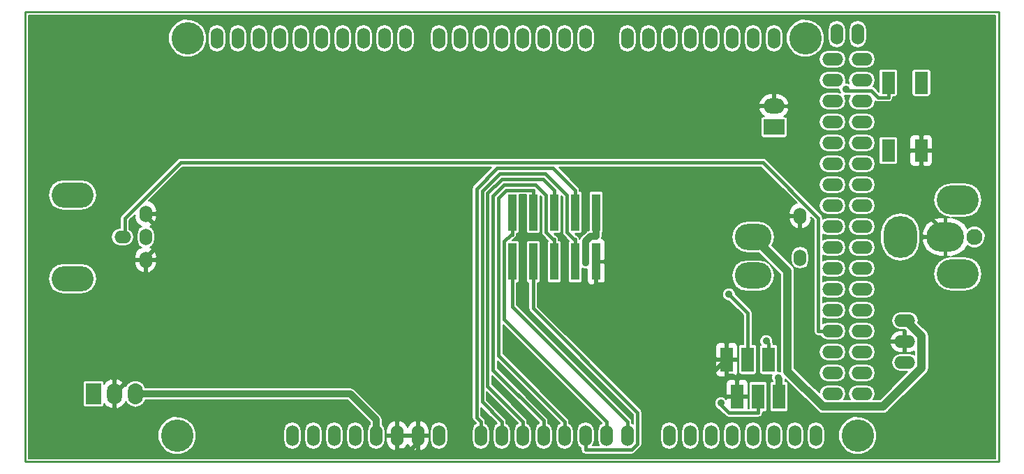
<source format=gtl>
G04 #@! TF.FileFunction,Copper,L1,Top,Signal*
%FSLAX46Y46*%
G04 Gerber Fmt 4.6, Leading zero omitted, Abs format (unit mm)*
G04 Created by KiCad (PCBNEW 0.201504221001+5618~22~ubuntu14.04.1-product) date Fri 01 May 2015 04:41:33 PM EDT*
%MOMM*%
G01*
G04 APERTURE LIST*
%ADD10C,0.100000*%
%ADD11C,0.228600*%
%ADD12R,1.590040X2.667000*%
%ADD13O,2.540000X1.854200*%
%ADD14R,2.540000X1.854200*%
%ADD15O,1.854200X2.540000*%
%ADD16R,1.854200X2.540000*%
%ADD17O,4.445000X3.175000*%
%ADD18O,1.524000X2.032000*%
%ADD19O,5.080000X3.048000*%
%ADD20O,2.032000X1.524000*%
%ADD21C,3.937000*%
%ADD22O,1.524000X2.540000*%
%ADD23O,2.540000X1.524000*%
%ADD24C,1.930400*%
%ADD25O,4.572000X3.556000*%
%ADD26O,4.064000X5.080000*%
%ADD27O,5.080000X3.556000*%
%ADD28R,1.498600X2.997200*%
%ADD29R,1.016000X4.495800*%
%ADD30C,0.889000*%
%ADD31C,1.016000*%
%ADD32C,0.508000*%
%ADD33C,0.812800*%
%ADD34C,0.406400*%
%ADD35C,0.203200*%
G04 APERTURE END LIST*
D10*
D11*
X211455000Y-75565000D02*
X93345000Y-75565000D01*
X211455000Y-130175000D02*
X211455000Y-75565000D01*
X93345000Y-130175000D02*
X211455000Y-130175000D01*
X93345000Y-75565000D02*
X93345000Y-130175000D01*
D12*
X198026020Y-84137500D03*
X198026020Y-92392500D03*
X202023980Y-84137500D03*
X202023980Y-92392500D03*
D13*
X184150000Y-86995000D03*
D14*
X184150000Y-89535000D03*
D15*
X104140000Y-121920000D03*
X106680000Y-121920000D03*
D16*
X101600000Y-121920000D03*
D17*
X181610000Y-102870000D03*
X181610000Y-107569000D03*
D18*
X187325000Y-105410000D03*
X187325000Y-100330000D03*
D19*
X99060000Y-107950000D03*
X99060000Y-97790000D03*
D20*
X105156000Y-102870000D03*
D18*
X107950000Y-102870000D03*
X107950000Y-100076000D03*
X107950000Y-105664000D03*
D21*
X111760000Y-127000000D03*
X113030000Y-78740000D03*
X194310000Y-127000000D03*
X187960000Y-78740000D03*
D22*
X125730000Y-127000000D03*
X128270000Y-127000000D03*
X130810000Y-127000000D03*
X133350000Y-127000000D03*
X135890000Y-127000000D03*
X138430000Y-127000000D03*
X140970000Y-127000000D03*
X143510000Y-127000000D03*
X148590000Y-127000000D03*
X151130000Y-127000000D03*
X153670000Y-127000000D03*
X156210000Y-127000000D03*
X158750000Y-127000000D03*
X161290000Y-127000000D03*
X163830000Y-127000000D03*
X166370000Y-127000000D03*
X171450000Y-127000000D03*
X173990000Y-127000000D03*
X176530000Y-127000000D03*
X179070000Y-127000000D03*
X181610000Y-127000000D03*
X184150000Y-127000000D03*
X186690000Y-127000000D03*
X189230000Y-127000000D03*
X116586000Y-78740000D03*
X119126000Y-78740000D03*
X121666000Y-78740000D03*
X124206000Y-78740000D03*
X126746000Y-78740000D03*
X129286000Y-78740000D03*
X131826000Y-78740000D03*
X134366000Y-78740000D03*
X136906000Y-78740000D03*
X139446000Y-78740000D03*
X143510000Y-78740000D03*
X161290000Y-78740000D03*
X158750000Y-78740000D03*
X156210000Y-78740000D03*
X153670000Y-78740000D03*
X151130000Y-78740000D03*
X148590000Y-78740000D03*
X146050000Y-78740000D03*
X166370000Y-78740000D03*
X168910000Y-78740000D03*
X171450000Y-78740000D03*
X173990000Y-78740000D03*
X176530000Y-78740000D03*
X179070000Y-78740000D03*
X181610000Y-78740000D03*
X184150000Y-78740000D03*
X191770000Y-78232000D03*
X194310000Y-78232000D03*
D23*
X191262000Y-81280000D03*
X194818000Y-81280000D03*
X191262000Y-83820000D03*
X194818000Y-83820000D03*
X191262000Y-86360000D03*
X194818000Y-86360000D03*
X191262000Y-88900000D03*
X194818000Y-88900000D03*
X191262000Y-91440000D03*
X194818000Y-91440000D03*
X191262000Y-93980000D03*
X194818000Y-93980000D03*
X191262000Y-96520000D03*
X194818000Y-96520000D03*
X191262000Y-99060000D03*
X194818000Y-99060000D03*
X191262000Y-101600000D03*
X194818000Y-101600000D03*
X191262000Y-104140000D03*
X194818000Y-104140000D03*
X191262000Y-106680000D03*
X194818000Y-106680000D03*
X191262000Y-109220000D03*
X194818000Y-109220000D03*
X191262000Y-111760000D03*
X194818000Y-111760000D03*
X191262000Y-114300000D03*
X194818000Y-114300000D03*
X191262000Y-116840000D03*
X194818000Y-116840000D03*
X191262000Y-119380000D03*
X194818000Y-119380000D03*
X191262000Y-121920000D03*
X194818000Y-121920000D03*
X200025000Y-115570000D03*
X200025000Y-118110000D03*
X200025000Y-113030000D03*
D24*
X208457800Y-102870000D03*
D25*
X204952600Y-102870000D03*
D26*
X199466200Y-102870000D03*
D27*
X206451200Y-98374200D03*
X206451200Y-107365800D03*
D28*
X178435000Y-117754400D03*
X179705000Y-122275600D03*
X180975000Y-117754400D03*
X182245000Y-122275600D03*
X183515000Y-117754400D03*
X184785000Y-122275600D03*
D29*
X162560000Y-99872800D03*
X162560000Y-105867200D03*
X160020000Y-99872800D03*
X160020000Y-105867200D03*
X157480000Y-99872800D03*
X157480000Y-105867200D03*
X154940000Y-99872800D03*
X154940000Y-105867200D03*
X152400000Y-99872800D03*
X152400000Y-105867200D03*
D30*
X177825400Y-86581200D03*
X175877200Y-85746000D03*
X161290000Y-106002700D03*
X184641300Y-119972600D03*
X178695200Y-109837200D03*
X177728400Y-123066900D03*
X183221600Y-115504900D03*
X192872600Y-84922600D03*
D31*
X185800600Y-107060600D02*
X181610000Y-102870000D01*
X185800600Y-119187000D02*
X185800600Y-107060600D01*
X190070400Y-123456800D02*
X185800600Y-119187000D01*
X197368700Y-123456800D02*
X190070400Y-123456800D01*
X202057400Y-118768100D02*
X197368700Y-123456800D01*
X202057400Y-114935400D02*
X202057400Y-118768100D01*
X200152000Y-113030000D02*
X202057400Y-114935400D01*
X200025000Y-113030000D02*
X200152000Y-113030000D01*
D32*
X105918400Y-120141600D02*
X107950000Y-120141600D01*
X104140000Y-121920000D02*
X105918400Y-120141600D01*
X133349900Y-120141600D02*
X107950000Y-120141600D01*
X138430000Y-125221700D02*
X133349900Y-120141600D01*
X138430000Y-127000000D02*
X138430000Y-125221700D01*
X202024000Y-99433400D02*
X202024000Y-92392500D01*
X205460600Y-102870000D02*
X202024000Y-99433400D01*
X107950000Y-120141600D02*
X107950000Y-105410000D01*
X109251500Y-101631500D02*
X107950000Y-100330000D01*
X109251500Y-104108500D02*
X109251500Y-101631500D01*
X107950000Y-105410000D02*
X109251500Y-104108500D01*
X179197600Y-119761300D02*
X179705000Y-120268700D01*
X178435000Y-119761300D02*
X179197600Y-119761300D01*
X179705000Y-122275600D02*
X179705000Y-120268700D01*
X178435000Y-117754400D02*
X178435000Y-115747500D01*
X171753800Y-109066300D02*
X178435000Y-115747500D01*
X171310900Y-108623400D02*
X171753800Y-109066300D01*
X162560000Y-108623400D02*
X171310900Y-108623400D01*
X180490100Y-100330000D02*
X187325000Y-100330000D01*
X171753800Y-109066300D02*
X180490100Y-100330000D01*
X162560000Y-105867200D02*
X162560000Y-108623400D01*
X178239200Y-86995000D02*
X177825400Y-86581200D01*
X184150000Y-86995000D02*
X178239200Y-86995000D01*
X176712400Y-86581200D02*
X175877200Y-85746000D01*
X177825400Y-86581200D02*
X176712400Y-86581200D01*
X178435000Y-117754400D02*
X178435000Y-118002000D01*
X178435000Y-118002000D02*
X178435000Y-119761300D01*
X140970000Y-127000000D02*
X140970000Y-127889100D01*
X140970000Y-127889100D02*
X140970000Y-128778300D01*
X140080800Y-128778300D02*
X138430000Y-128778300D01*
X140970000Y-127889100D02*
X140080800Y-128778300D01*
X138430000Y-127000000D02*
X138430000Y-128778300D01*
X178079100Y-118002000D02*
X178435000Y-118002000D01*
X169976100Y-126105000D02*
X178079100Y-118002000D01*
X169976100Y-126644200D02*
X169976100Y-126105000D01*
X167169400Y-129450900D02*
X169976100Y-126644200D01*
X141642600Y-129450900D02*
X167169400Y-129450900D01*
X140970000Y-128778300D02*
X141642600Y-129450900D01*
D33*
X161290000Y-103393900D02*
X161290000Y-106002700D01*
X161902500Y-102781400D02*
X161290000Y-103393900D01*
X162560000Y-102781400D02*
X161902500Y-102781400D01*
X162560000Y-99872800D02*
X162560000Y-102781400D01*
X132740700Y-121920000D02*
X106680000Y-121920000D01*
X135890000Y-125069300D02*
X132740700Y-121920000D01*
X135890000Y-127000000D02*
X135890000Y-125069300D01*
X184785000Y-122275600D02*
X184785000Y-120116300D01*
X184785000Y-120116300D02*
X184641300Y-119972600D01*
D34*
X180975000Y-112117000D02*
X180975000Y-117754400D01*
X178695200Y-109837200D02*
X180975000Y-112117000D01*
X177728400Y-123268800D02*
X177728400Y-123066900D01*
X178691300Y-124231700D02*
X177728400Y-123268800D01*
X182245000Y-124231700D02*
X178691300Y-124231700D01*
X182245000Y-122275600D02*
X182245000Y-124231700D01*
X183515000Y-117754400D02*
X183515000Y-115798300D01*
X183515000Y-115798300D02*
X183221600Y-115504900D01*
X191770000Y-114300000D02*
X189534500Y-114300000D01*
X105410000Y-100610300D02*
X105410000Y-102870000D01*
X112170700Y-93849600D02*
X105410000Y-100610300D01*
X182826100Y-93849600D02*
X112170700Y-93849600D01*
X189534500Y-100558000D02*
X182826100Y-93849600D01*
X189534500Y-114300000D02*
X189534500Y-100558000D01*
X196773500Y-85928500D02*
X198026000Y-85928500D01*
X195935000Y-85090000D02*
X196773500Y-85928500D01*
X193040000Y-85090000D02*
X195935000Y-85090000D01*
X192872600Y-84922600D02*
X193040000Y-85090000D01*
X198026000Y-84137500D02*
X198026000Y-85928500D01*
X160020000Y-99872800D02*
X160020000Y-97167400D01*
X148590000Y-127000000D02*
X148590000Y-125272500D01*
X148083900Y-124766400D02*
X148590000Y-125272500D01*
X148083900Y-97021000D02*
X148083900Y-124766400D01*
X150594600Y-94510300D02*
X148083900Y-97021000D01*
X157362900Y-94510300D02*
X150594600Y-94510300D01*
X160020000Y-97167400D02*
X157362900Y-94510300D01*
X160020000Y-105867200D02*
X160020000Y-103161800D01*
X151130000Y-127000000D02*
X151130000Y-125272500D01*
X148744600Y-122887100D02*
X151130000Y-125272500D01*
X148744600Y-97294700D02*
X148744600Y-122887100D01*
X150868300Y-95171000D02*
X148744600Y-97294700D01*
X156427100Y-95171000D02*
X150868300Y-95171000D01*
X159054500Y-97798400D02*
X156427100Y-95171000D01*
X159054500Y-102317100D02*
X159054500Y-97798400D01*
X159899200Y-103161800D02*
X159054500Y-102317100D01*
X160020000Y-103161800D02*
X159899200Y-103161800D01*
X157480000Y-99872800D02*
X157480000Y-97167400D01*
X153670000Y-127000000D02*
X153670000Y-125272500D01*
X149405300Y-121007800D02*
X153670000Y-125272500D01*
X149405300Y-97568400D02*
X149405300Y-121007800D01*
X151142000Y-95831700D02*
X149405300Y-97568400D01*
X156144300Y-95831700D02*
X151142000Y-95831700D01*
X157480000Y-97167400D02*
X156144300Y-95831700D01*
X156210000Y-125156600D02*
X156210000Y-127000000D01*
X150066100Y-119012700D02*
X156210000Y-125156600D01*
X150066100Y-97847400D02*
X150066100Y-119012700D01*
X151421000Y-96492500D02*
X150066100Y-97847400D01*
X155246200Y-96492500D02*
X151421000Y-96492500D01*
X156514500Y-97760800D02*
X155246200Y-96492500D01*
X156514500Y-102317100D02*
X156514500Y-97760800D01*
X157359200Y-103161800D02*
X156514500Y-102317100D01*
X157480000Y-103161800D02*
X157359200Y-103161800D01*
X157480000Y-105867200D02*
X157480000Y-103161800D01*
X154940000Y-99872800D02*
X154940000Y-97167400D01*
X158750000Y-127000000D02*
X158750000Y-125272500D01*
X151680600Y-97167400D02*
X154940000Y-97167400D01*
X150747200Y-98100800D02*
X151680600Y-97167400D01*
X150747200Y-117269700D02*
X150747200Y-98100800D01*
X158750000Y-125272500D02*
X150747200Y-117269700D01*
X166886400Y-128727500D02*
X161290000Y-128727500D01*
X167600200Y-128013700D02*
X166886400Y-128727500D01*
X167600200Y-124206300D02*
X167600200Y-128013700D01*
X154940000Y-111546100D02*
X167600200Y-124206300D01*
X154940000Y-105867200D02*
X154940000Y-111546100D01*
X161290000Y-127000000D02*
X161290000Y-128727500D01*
X152400000Y-99872800D02*
X152400000Y-102578200D01*
X163830000Y-127000000D02*
X163830000Y-125272500D01*
X152279200Y-102578200D02*
X152400000Y-102578200D01*
X151434500Y-103422900D02*
X152279200Y-102578200D01*
X151434500Y-112877000D02*
X151434500Y-103422900D01*
X163830000Y-125272500D02*
X151434500Y-112877000D01*
X166370000Y-127000000D02*
X166370000Y-125272500D01*
X152400000Y-105867200D02*
X152400000Y-108572600D01*
X152400000Y-111302500D02*
X152400000Y-108572600D01*
X166370000Y-125272500D02*
X152400000Y-111302500D01*
D35*
G36*
X211035900Y-129755900D02*
X209778829Y-129755900D01*
X209778829Y-102608429D01*
X209578173Y-102122804D01*
X209206950Y-101750933D01*
X208721676Y-101549430D01*
X208196229Y-101548971D01*
X207710604Y-101749627D01*
X207591996Y-101868028D01*
X207256651Y-101289475D01*
X206515094Y-100722466D01*
X205708445Y-100507800D01*
X207269928Y-100507800D01*
X208086421Y-100345389D01*
X208778611Y-99882883D01*
X209241117Y-99190693D01*
X209403528Y-98374200D01*
X209241117Y-97557707D01*
X208778611Y-96865517D01*
X208086421Y-96403011D01*
X207269928Y-96240600D01*
X205632472Y-96240600D01*
X204815979Y-96403011D01*
X204123789Y-96865517D01*
X203661283Y-97557707D01*
X203498872Y-98374200D01*
X203661283Y-99190693D01*
X204123789Y-99882883D01*
X204815979Y-100345389D01*
X205504777Y-100482400D01*
X205105000Y-100482400D01*
X205105000Y-102717600D01*
X205125000Y-102717600D01*
X205125000Y-103022400D01*
X205105000Y-103022400D01*
X205105000Y-105257600D01*
X205504777Y-105257600D01*
X204815979Y-105394611D01*
X204800200Y-105405154D01*
X204800200Y-105257600D01*
X204800200Y-103022400D01*
X204800200Y-102717600D01*
X204800200Y-100482400D01*
X204292200Y-100482400D01*
X203428600Y-100712221D01*
X203428600Y-93847257D01*
X203428600Y-92697300D01*
X203428600Y-92087700D01*
X203428600Y-90937743D01*
X203335794Y-90713689D01*
X203181567Y-90559462D01*
X203181567Y-85471000D01*
X203181567Y-82804000D01*
X203155259Y-82668411D01*
X203076977Y-82549241D01*
X202958799Y-82469469D01*
X202819000Y-82441433D01*
X201228960Y-82441433D01*
X201093371Y-82467741D01*
X200974201Y-82546023D01*
X200894429Y-82664201D01*
X200866393Y-82804000D01*
X200866393Y-85471000D01*
X200892701Y-85606589D01*
X200970983Y-85725759D01*
X201089161Y-85805531D01*
X201228960Y-85833567D01*
X202819000Y-85833567D01*
X202954589Y-85807259D01*
X203073759Y-85728977D01*
X203153531Y-85610799D01*
X203181567Y-85471000D01*
X203181567Y-90559462D01*
X203164311Y-90542206D01*
X202940257Y-90449400D01*
X202697743Y-90449400D01*
X202328780Y-90449400D01*
X202176380Y-90601800D01*
X202176380Y-92240100D01*
X203276200Y-92240100D01*
X203428600Y-92087700D01*
X203428600Y-92697300D01*
X203276200Y-92544900D01*
X202176380Y-92544900D01*
X202176380Y-94183200D01*
X202328780Y-94335600D01*
X202697743Y-94335600D01*
X202940257Y-94335600D01*
X203164311Y-94242794D01*
X203335794Y-94071311D01*
X203428600Y-93847257D01*
X203428600Y-100712221D01*
X203390106Y-100722466D01*
X202648549Y-101289475D01*
X202180425Y-102097104D01*
X202115045Y-102346735D01*
X202214602Y-102717600D01*
X204800200Y-102717600D01*
X204800200Y-103022400D01*
X202214602Y-103022400D01*
X202115045Y-103393265D01*
X202180425Y-103642896D01*
X202648549Y-104450525D01*
X203390106Y-105017534D01*
X204292200Y-105257600D01*
X204800200Y-105257600D01*
X204800200Y-105405154D01*
X204123789Y-105857117D01*
X203661283Y-106549307D01*
X203498872Y-107365800D01*
X203661283Y-108182293D01*
X204123789Y-108874483D01*
X204815979Y-109336989D01*
X205632472Y-109499400D01*
X207269928Y-109499400D01*
X208086421Y-109336989D01*
X208778611Y-108874483D01*
X209241117Y-108182293D01*
X209403528Y-107365800D01*
X209241117Y-106549307D01*
X208778611Y-105857117D01*
X208086421Y-105394611D01*
X207269928Y-105232200D01*
X205708445Y-105232200D01*
X206515094Y-105017534D01*
X207256651Y-104450525D01*
X207591909Y-103872122D01*
X207708650Y-103989067D01*
X208193924Y-104190570D01*
X208719371Y-104191029D01*
X209204996Y-103990373D01*
X209576867Y-103619150D01*
X209778370Y-103133876D01*
X209778829Y-102608429D01*
X209778829Y-129755900D01*
X202921000Y-129755900D01*
X202921000Y-118768100D01*
X202921000Y-114935400D01*
X202855262Y-114604915D01*
X202668058Y-114324743D01*
X201871580Y-113528265D01*
X201871580Y-94183200D01*
X201871580Y-92544900D01*
X201871580Y-92240100D01*
X201871580Y-90601800D01*
X201719180Y-90449400D01*
X201350217Y-90449400D01*
X201107703Y-90449400D01*
X200883649Y-90542206D01*
X200712166Y-90713689D01*
X200619360Y-90937743D01*
X200619360Y-92087700D01*
X200771760Y-92240100D01*
X201871580Y-92240100D01*
X201871580Y-92544900D01*
X200771760Y-92544900D01*
X200619360Y-92697300D01*
X200619360Y-93847257D01*
X200712166Y-94071311D01*
X200883649Y-94242794D01*
X201107703Y-94335600D01*
X201350217Y-94335600D01*
X201719180Y-94335600D01*
X201871580Y-94183200D01*
X201871580Y-113528265D01*
X201853800Y-113510485D01*
X201853800Y-103434728D01*
X201853800Y-102305272D01*
X201672055Y-101391577D01*
X201154488Y-100616984D01*
X200379895Y-100099417D01*
X199466200Y-99917672D01*
X199183607Y-99973883D01*
X199183607Y-93726000D01*
X199183607Y-91059000D01*
X199183607Y-85471000D01*
X199183607Y-82804000D01*
X199157299Y-82668411D01*
X199079017Y-82549241D01*
X198960839Y-82469469D01*
X198821040Y-82441433D01*
X197231000Y-82441433D01*
X197095411Y-82467741D01*
X196976241Y-82546023D01*
X196896469Y-82664201D01*
X196868433Y-82804000D01*
X196868433Y-85233171D01*
X196330131Y-84694869D01*
X196165209Y-84584671D01*
X196390375Y-84247687D01*
X196475447Y-83820000D01*
X196475447Y-81280000D01*
X196390375Y-80852313D01*
X196148110Y-80489737D01*
X195785534Y-80247472D01*
X195427600Y-80176274D01*
X195427600Y-78771847D01*
X195427600Y-77692153D01*
X195342528Y-77264466D01*
X195100263Y-76901890D01*
X194737687Y-76659625D01*
X194310000Y-76574553D01*
X193882313Y-76659625D01*
X193519737Y-76901890D01*
X193277472Y-77264466D01*
X193192400Y-77692153D01*
X193192400Y-78771847D01*
X193277472Y-79199534D01*
X193519737Y-79562110D01*
X193882313Y-79804375D01*
X194310000Y-79889447D01*
X194737687Y-79804375D01*
X195100263Y-79562110D01*
X195342528Y-79199534D01*
X195427600Y-78771847D01*
X195427600Y-80176274D01*
X195357847Y-80162400D01*
X194278153Y-80162400D01*
X193850466Y-80247472D01*
X193487890Y-80489737D01*
X193245625Y-80852313D01*
X193160553Y-81280000D01*
X193245625Y-81707687D01*
X193487890Y-82070263D01*
X193850466Y-82312528D01*
X194278153Y-82397600D01*
X195357847Y-82397600D01*
X195785534Y-82312528D01*
X196148110Y-82070263D01*
X196390375Y-81707687D01*
X196475447Y-81280000D01*
X196475447Y-83820000D01*
X196390375Y-83392313D01*
X196148110Y-83029737D01*
X195785534Y-82787472D01*
X195357847Y-82702400D01*
X194278153Y-82702400D01*
X193850466Y-82787472D01*
X193487890Y-83029737D01*
X193245625Y-83392313D01*
X193160553Y-83820000D01*
X193237704Y-84207869D01*
X193032448Y-84122639D01*
X192859278Y-84122487D01*
X192919447Y-83820000D01*
X192919447Y-81280000D01*
X192887600Y-81119893D01*
X192887600Y-78771847D01*
X192887600Y-77692153D01*
X192802528Y-77264466D01*
X192560263Y-76901890D01*
X192197687Y-76659625D01*
X191770000Y-76574553D01*
X191342313Y-76659625D01*
X190979737Y-76901890D01*
X190737472Y-77264466D01*
X190652400Y-77692153D01*
X190652400Y-78771847D01*
X190737472Y-79199534D01*
X190979737Y-79562110D01*
X191342313Y-79804375D01*
X191770000Y-79889447D01*
X192197687Y-79804375D01*
X192560263Y-79562110D01*
X192802528Y-79199534D01*
X192887600Y-78771847D01*
X192887600Y-81119893D01*
X192834375Y-80852313D01*
X192592110Y-80489737D01*
X192229534Y-80247472D01*
X191801847Y-80162400D01*
X190722153Y-80162400D01*
X190294466Y-80247472D01*
X190284503Y-80254129D01*
X190284503Y-78279736D01*
X189931425Y-77425223D01*
X189278216Y-76770873D01*
X188424320Y-76416304D01*
X187499736Y-76415497D01*
X186645223Y-76768575D01*
X185990873Y-77421784D01*
X185636304Y-78275680D01*
X185635497Y-79200264D01*
X185988575Y-80054777D01*
X186641784Y-80709127D01*
X187495680Y-81063696D01*
X188420264Y-81064503D01*
X189274777Y-80711425D01*
X189929127Y-80058216D01*
X190283696Y-79204320D01*
X190284503Y-78279736D01*
X190284503Y-80254129D01*
X189931890Y-80489737D01*
X189689625Y-80852313D01*
X189604553Y-81280000D01*
X189689625Y-81707687D01*
X189931890Y-82070263D01*
X190294466Y-82312528D01*
X190722153Y-82397600D01*
X191801847Y-82397600D01*
X192229534Y-82312528D01*
X192592110Y-82070263D01*
X192834375Y-81707687D01*
X192919447Y-81280000D01*
X192919447Y-83820000D01*
X192834375Y-83392313D01*
X192592110Y-83029737D01*
X192229534Y-82787472D01*
X191801847Y-82702400D01*
X190722153Y-82702400D01*
X190294466Y-82787472D01*
X189931890Y-83029737D01*
X189689625Y-83392313D01*
X189604553Y-83820000D01*
X189689625Y-84247687D01*
X189931890Y-84610263D01*
X190294466Y-84852528D01*
X190722153Y-84937600D01*
X191801847Y-84937600D01*
X192072533Y-84883757D01*
X192072361Y-85081052D01*
X192169223Y-85315475D01*
X191801847Y-85242400D01*
X190722153Y-85242400D01*
X190294466Y-85327472D01*
X189931890Y-85569737D01*
X189689625Y-85932313D01*
X189604553Y-86360000D01*
X189689625Y-86787687D01*
X189931890Y-87150263D01*
X190294466Y-87392528D01*
X190722153Y-87477600D01*
X191801847Y-87477600D01*
X192229534Y-87392528D01*
X192592110Y-87150263D01*
X192834375Y-86787687D01*
X192919447Y-86360000D01*
X192834375Y-85932313D01*
X192687108Y-85711912D01*
X192712752Y-85722561D01*
X193031052Y-85722839D01*
X193210238Y-85648800D01*
X193435061Y-85648800D01*
X193245625Y-85932313D01*
X193160553Y-86360000D01*
X193245625Y-86787687D01*
X193487890Y-87150263D01*
X193850466Y-87392528D01*
X194278153Y-87477600D01*
X195357847Y-87477600D01*
X195785534Y-87392528D01*
X196148110Y-87150263D01*
X196390375Y-86787687D01*
X196470443Y-86385153D01*
X196559656Y-86444764D01*
X196559657Y-86444764D01*
X196773500Y-86487300D01*
X198026000Y-86487300D01*
X198239844Y-86444764D01*
X198421131Y-86323631D01*
X198542264Y-86142344D01*
X198584800Y-85928500D01*
X198584800Y-85833567D01*
X198821040Y-85833567D01*
X198956629Y-85807259D01*
X199075799Y-85728977D01*
X199155571Y-85610799D01*
X199183607Y-85471000D01*
X199183607Y-91059000D01*
X199157299Y-90923411D01*
X199079017Y-90804241D01*
X198960839Y-90724469D01*
X198821040Y-90696433D01*
X197231000Y-90696433D01*
X197095411Y-90722741D01*
X196976241Y-90801023D01*
X196896469Y-90919201D01*
X196868433Y-91059000D01*
X196868433Y-93726000D01*
X196894741Y-93861589D01*
X196973023Y-93980759D01*
X197091201Y-94060531D01*
X197231000Y-94088567D01*
X198821040Y-94088567D01*
X198956629Y-94062259D01*
X199075799Y-93983977D01*
X199155571Y-93865799D01*
X199183607Y-93726000D01*
X199183607Y-99973883D01*
X198552505Y-100099417D01*
X197777912Y-100616984D01*
X197260345Y-101391577D01*
X197078600Y-102305272D01*
X197078600Y-103434728D01*
X197260345Y-104348423D01*
X197777912Y-105123016D01*
X198552505Y-105640583D01*
X199466200Y-105822328D01*
X200379895Y-105640583D01*
X201154488Y-105123016D01*
X201672055Y-104348423D01*
X201853800Y-103434728D01*
X201853800Y-113510485D01*
X201631158Y-113287844D01*
X201682447Y-113030000D01*
X201597375Y-112602313D01*
X201355110Y-112239737D01*
X200992534Y-111997472D01*
X200564847Y-111912400D01*
X199485153Y-111912400D01*
X199057466Y-111997472D01*
X198694890Y-112239737D01*
X198452625Y-112602313D01*
X198367553Y-113030000D01*
X198452625Y-113457687D01*
X198694890Y-113820263D01*
X199057466Y-114062528D01*
X199485153Y-114147600D01*
X200048285Y-114147600D01*
X200177400Y-114276714D01*
X200177400Y-115417600D01*
X200197400Y-115417600D01*
X200197400Y-115722400D01*
X200177400Y-115722400D01*
X200177400Y-116941600D01*
X200685400Y-116941600D01*
X201193800Y-116780421D01*
X201193800Y-117211953D01*
X200992534Y-117077472D01*
X200564847Y-116992400D01*
X199872600Y-116992400D01*
X199872600Y-116941600D01*
X199872600Y-115722400D01*
X199872600Y-115417600D01*
X199872600Y-114198400D01*
X199364600Y-114198400D01*
X198851312Y-114361128D01*
X198439369Y-114707896D01*
X198194516Y-115206239D01*
X198307363Y-115417600D01*
X199872600Y-115417600D01*
X199872600Y-115722400D01*
X198307363Y-115722400D01*
X198194516Y-115933761D01*
X198439369Y-116432104D01*
X198851312Y-116778872D01*
X199364600Y-116941600D01*
X199872600Y-116941600D01*
X199872600Y-116992400D01*
X199485153Y-116992400D01*
X199057466Y-117077472D01*
X198694890Y-117319737D01*
X198452625Y-117682313D01*
X198367553Y-118110000D01*
X198452625Y-118537687D01*
X198694890Y-118900263D01*
X199057466Y-119142528D01*
X199485153Y-119227600D01*
X200376585Y-119227600D01*
X197010985Y-122593200D01*
X196226328Y-122593200D01*
X196390375Y-122347687D01*
X196475447Y-121920000D01*
X196475447Y-119380000D01*
X196475447Y-116840000D01*
X196475447Y-114300000D01*
X196475447Y-111760000D01*
X196475447Y-109220000D01*
X196475447Y-106680000D01*
X196475447Y-104140000D01*
X196475447Y-101600000D01*
X196475447Y-99060000D01*
X196475447Y-96520000D01*
X196475447Y-93980000D01*
X196475447Y-91440000D01*
X196475447Y-88900000D01*
X196390375Y-88472313D01*
X196148110Y-88109737D01*
X195785534Y-87867472D01*
X195357847Y-87782400D01*
X194278153Y-87782400D01*
X193850466Y-87867472D01*
X193487890Y-88109737D01*
X193245625Y-88472313D01*
X193160553Y-88900000D01*
X193245625Y-89327687D01*
X193487890Y-89690263D01*
X193850466Y-89932528D01*
X194278153Y-90017600D01*
X195357847Y-90017600D01*
X195785534Y-89932528D01*
X196148110Y-89690263D01*
X196390375Y-89327687D01*
X196475447Y-88900000D01*
X196475447Y-91440000D01*
X196390375Y-91012313D01*
X196148110Y-90649737D01*
X195785534Y-90407472D01*
X195357847Y-90322400D01*
X194278153Y-90322400D01*
X193850466Y-90407472D01*
X193487890Y-90649737D01*
X193245625Y-91012313D01*
X193160553Y-91440000D01*
X193245625Y-91867687D01*
X193487890Y-92230263D01*
X193850466Y-92472528D01*
X194278153Y-92557600D01*
X195357847Y-92557600D01*
X195785534Y-92472528D01*
X196148110Y-92230263D01*
X196390375Y-91867687D01*
X196475447Y-91440000D01*
X196475447Y-93980000D01*
X196390375Y-93552313D01*
X196148110Y-93189737D01*
X195785534Y-92947472D01*
X195357847Y-92862400D01*
X194278153Y-92862400D01*
X193850466Y-92947472D01*
X193487890Y-93189737D01*
X193245625Y-93552313D01*
X193160553Y-93980000D01*
X193245625Y-94407687D01*
X193487890Y-94770263D01*
X193850466Y-95012528D01*
X194278153Y-95097600D01*
X195357847Y-95097600D01*
X195785534Y-95012528D01*
X196148110Y-94770263D01*
X196390375Y-94407687D01*
X196475447Y-93980000D01*
X196475447Y-96520000D01*
X196390375Y-96092313D01*
X196148110Y-95729737D01*
X195785534Y-95487472D01*
X195357847Y-95402400D01*
X194278153Y-95402400D01*
X193850466Y-95487472D01*
X193487890Y-95729737D01*
X193245625Y-96092313D01*
X193160553Y-96520000D01*
X193245625Y-96947687D01*
X193487890Y-97310263D01*
X193850466Y-97552528D01*
X194278153Y-97637600D01*
X195357847Y-97637600D01*
X195785534Y-97552528D01*
X196148110Y-97310263D01*
X196390375Y-96947687D01*
X196475447Y-96520000D01*
X196475447Y-99060000D01*
X196390375Y-98632313D01*
X196148110Y-98269737D01*
X195785534Y-98027472D01*
X195357847Y-97942400D01*
X194278153Y-97942400D01*
X193850466Y-98027472D01*
X193487890Y-98269737D01*
X193245625Y-98632313D01*
X193160553Y-99060000D01*
X193245625Y-99487687D01*
X193487890Y-99850263D01*
X193850466Y-100092528D01*
X194278153Y-100177600D01*
X195357847Y-100177600D01*
X195785534Y-100092528D01*
X196148110Y-99850263D01*
X196390375Y-99487687D01*
X196475447Y-99060000D01*
X196475447Y-101600000D01*
X196390375Y-101172313D01*
X196148110Y-100809737D01*
X195785534Y-100567472D01*
X195357847Y-100482400D01*
X194278153Y-100482400D01*
X193850466Y-100567472D01*
X193487890Y-100809737D01*
X193245625Y-101172313D01*
X193160553Y-101600000D01*
X193245625Y-102027687D01*
X193487890Y-102390263D01*
X193850466Y-102632528D01*
X194278153Y-102717600D01*
X195357847Y-102717600D01*
X195785534Y-102632528D01*
X196148110Y-102390263D01*
X196390375Y-102027687D01*
X196475447Y-101600000D01*
X196475447Y-104140000D01*
X196390375Y-103712313D01*
X196148110Y-103349737D01*
X195785534Y-103107472D01*
X195357847Y-103022400D01*
X194278153Y-103022400D01*
X193850466Y-103107472D01*
X193487890Y-103349737D01*
X193245625Y-103712313D01*
X193160553Y-104140000D01*
X193245625Y-104567687D01*
X193487890Y-104930263D01*
X193850466Y-105172528D01*
X194278153Y-105257600D01*
X195357847Y-105257600D01*
X195785534Y-105172528D01*
X196148110Y-104930263D01*
X196390375Y-104567687D01*
X196475447Y-104140000D01*
X196475447Y-106680000D01*
X196390375Y-106252313D01*
X196148110Y-105889737D01*
X195785534Y-105647472D01*
X195357847Y-105562400D01*
X194278153Y-105562400D01*
X193850466Y-105647472D01*
X193487890Y-105889737D01*
X193245625Y-106252313D01*
X193160553Y-106680000D01*
X193245625Y-107107687D01*
X193487890Y-107470263D01*
X193850466Y-107712528D01*
X194278153Y-107797600D01*
X195357847Y-107797600D01*
X195785534Y-107712528D01*
X196148110Y-107470263D01*
X196390375Y-107107687D01*
X196475447Y-106680000D01*
X196475447Y-109220000D01*
X196390375Y-108792313D01*
X196148110Y-108429737D01*
X195785534Y-108187472D01*
X195357847Y-108102400D01*
X194278153Y-108102400D01*
X193850466Y-108187472D01*
X193487890Y-108429737D01*
X193245625Y-108792313D01*
X193160553Y-109220000D01*
X193245625Y-109647687D01*
X193487890Y-110010263D01*
X193850466Y-110252528D01*
X194278153Y-110337600D01*
X195357847Y-110337600D01*
X195785534Y-110252528D01*
X196148110Y-110010263D01*
X196390375Y-109647687D01*
X196475447Y-109220000D01*
X196475447Y-111760000D01*
X196390375Y-111332313D01*
X196148110Y-110969737D01*
X195785534Y-110727472D01*
X195357847Y-110642400D01*
X194278153Y-110642400D01*
X193850466Y-110727472D01*
X193487890Y-110969737D01*
X193245625Y-111332313D01*
X193160553Y-111760000D01*
X193245625Y-112187687D01*
X193487890Y-112550263D01*
X193850466Y-112792528D01*
X194278153Y-112877600D01*
X195357847Y-112877600D01*
X195785534Y-112792528D01*
X196148110Y-112550263D01*
X196390375Y-112187687D01*
X196475447Y-111760000D01*
X196475447Y-114300000D01*
X196390375Y-113872313D01*
X196148110Y-113509737D01*
X195785534Y-113267472D01*
X195357847Y-113182400D01*
X194278153Y-113182400D01*
X193850466Y-113267472D01*
X193487890Y-113509737D01*
X193245625Y-113872313D01*
X193160553Y-114300000D01*
X193245625Y-114727687D01*
X193487890Y-115090263D01*
X193850466Y-115332528D01*
X194278153Y-115417600D01*
X195357847Y-115417600D01*
X195785534Y-115332528D01*
X196148110Y-115090263D01*
X196390375Y-114727687D01*
X196475447Y-114300000D01*
X196475447Y-116840000D01*
X196390375Y-116412313D01*
X196148110Y-116049737D01*
X195785534Y-115807472D01*
X195357847Y-115722400D01*
X194278153Y-115722400D01*
X193850466Y-115807472D01*
X193487890Y-116049737D01*
X193245625Y-116412313D01*
X193160553Y-116840000D01*
X193245625Y-117267687D01*
X193487890Y-117630263D01*
X193850466Y-117872528D01*
X194278153Y-117957600D01*
X195357847Y-117957600D01*
X195785534Y-117872528D01*
X196148110Y-117630263D01*
X196390375Y-117267687D01*
X196475447Y-116840000D01*
X196475447Y-119380000D01*
X196390375Y-118952313D01*
X196148110Y-118589737D01*
X195785534Y-118347472D01*
X195357847Y-118262400D01*
X194278153Y-118262400D01*
X193850466Y-118347472D01*
X193487890Y-118589737D01*
X193245625Y-118952313D01*
X193160553Y-119380000D01*
X193245625Y-119807687D01*
X193487890Y-120170263D01*
X193850466Y-120412528D01*
X194278153Y-120497600D01*
X195357847Y-120497600D01*
X195785534Y-120412528D01*
X196148110Y-120170263D01*
X196390375Y-119807687D01*
X196475447Y-119380000D01*
X196475447Y-121920000D01*
X196390375Y-121492313D01*
X196148110Y-121129737D01*
X195785534Y-120887472D01*
X195357847Y-120802400D01*
X194278153Y-120802400D01*
X193850466Y-120887472D01*
X193487890Y-121129737D01*
X193245625Y-121492313D01*
X193160553Y-121920000D01*
X193245625Y-122347687D01*
X193409671Y-122593200D01*
X192670328Y-122593200D01*
X192834375Y-122347687D01*
X192919447Y-121920000D01*
X192919447Y-119380000D01*
X192919447Y-116840000D01*
X192919447Y-114300000D01*
X192834375Y-113872313D01*
X192592110Y-113509737D01*
X192229534Y-113267472D01*
X191801847Y-113182400D01*
X190722153Y-113182400D01*
X190294466Y-113267472D01*
X190093300Y-113401886D01*
X190093300Y-112658113D01*
X190294466Y-112792528D01*
X190722153Y-112877600D01*
X191801847Y-112877600D01*
X192229534Y-112792528D01*
X192592110Y-112550263D01*
X192834375Y-112187687D01*
X192919447Y-111760000D01*
X192834375Y-111332313D01*
X192592110Y-110969737D01*
X192229534Y-110727472D01*
X191801847Y-110642400D01*
X190722153Y-110642400D01*
X190294466Y-110727472D01*
X190093300Y-110861886D01*
X190093300Y-110118113D01*
X190294466Y-110252528D01*
X190722153Y-110337600D01*
X191801847Y-110337600D01*
X192229534Y-110252528D01*
X192592110Y-110010263D01*
X192834375Y-109647687D01*
X192919447Y-109220000D01*
X192834375Y-108792313D01*
X192592110Y-108429737D01*
X192229534Y-108187472D01*
X191801847Y-108102400D01*
X190722153Y-108102400D01*
X190294466Y-108187472D01*
X190093300Y-108321886D01*
X190093300Y-107578113D01*
X190294466Y-107712528D01*
X190722153Y-107797600D01*
X191801847Y-107797600D01*
X192229534Y-107712528D01*
X192592110Y-107470263D01*
X192834375Y-107107687D01*
X192919447Y-106680000D01*
X192834375Y-106252313D01*
X192592110Y-105889737D01*
X192229534Y-105647472D01*
X191801847Y-105562400D01*
X190722153Y-105562400D01*
X190294466Y-105647472D01*
X190093300Y-105781886D01*
X190093300Y-105038113D01*
X190294466Y-105172528D01*
X190722153Y-105257600D01*
X191801847Y-105257600D01*
X192229534Y-105172528D01*
X192592110Y-104930263D01*
X192834375Y-104567687D01*
X192919447Y-104140000D01*
X192834375Y-103712313D01*
X192592110Y-103349737D01*
X192229534Y-103107472D01*
X191801847Y-103022400D01*
X190722153Y-103022400D01*
X190294466Y-103107472D01*
X190093300Y-103241886D01*
X190093300Y-102498113D01*
X190294466Y-102632528D01*
X190722153Y-102717600D01*
X191801847Y-102717600D01*
X192229534Y-102632528D01*
X192592110Y-102390263D01*
X192834375Y-102027687D01*
X192919447Y-101600000D01*
X192919447Y-99060000D01*
X192919447Y-96520000D01*
X192919447Y-93980000D01*
X192919447Y-91440000D01*
X192919447Y-88900000D01*
X192834375Y-88472313D01*
X192592110Y-88109737D01*
X192229534Y-87867472D01*
X191801847Y-87782400D01*
X190722153Y-87782400D01*
X190294466Y-87867472D01*
X189931890Y-88109737D01*
X189689625Y-88472313D01*
X189604553Y-88900000D01*
X189689625Y-89327687D01*
X189931890Y-89690263D01*
X190294466Y-89932528D01*
X190722153Y-90017600D01*
X191801847Y-90017600D01*
X192229534Y-89932528D01*
X192592110Y-89690263D01*
X192834375Y-89327687D01*
X192919447Y-88900000D01*
X192919447Y-91440000D01*
X192834375Y-91012313D01*
X192592110Y-90649737D01*
X192229534Y-90407472D01*
X191801847Y-90322400D01*
X190722153Y-90322400D01*
X190294466Y-90407472D01*
X189931890Y-90649737D01*
X189689625Y-91012313D01*
X189604553Y-91440000D01*
X189689625Y-91867687D01*
X189931890Y-92230263D01*
X190294466Y-92472528D01*
X190722153Y-92557600D01*
X191801847Y-92557600D01*
X192229534Y-92472528D01*
X192592110Y-92230263D01*
X192834375Y-91867687D01*
X192919447Y-91440000D01*
X192919447Y-93980000D01*
X192834375Y-93552313D01*
X192592110Y-93189737D01*
X192229534Y-92947472D01*
X191801847Y-92862400D01*
X190722153Y-92862400D01*
X190294466Y-92947472D01*
X189931890Y-93189737D01*
X189689625Y-93552313D01*
X189604553Y-93980000D01*
X189689625Y-94407687D01*
X189931890Y-94770263D01*
X190294466Y-95012528D01*
X190722153Y-95097600D01*
X191801847Y-95097600D01*
X192229534Y-95012528D01*
X192592110Y-94770263D01*
X192834375Y-94407687D01*
X192919447Y-93980000D01*
X192919447Y-96520000D01*
X192834375Y-96092313D01*
X192592110Y-95729737D01*
X192229534Y-95487472D01*
X191801847Y-95402400D01*
X190722153Y-95402400D01*
X190294466Y-95487472D01*
X189931890Y-95729737D01*
X189689625Y-96092313D01*
X189604553Y-96520000D01*
X189689625Y-96947687D01*
X189931890Y-97310263D01*
X190294466Y-97552528D01*
X190722153Y-97637600D01*
X191801847Y-97637600D01*
X192229534Y-97552528D01*
X192592110Y-97310263D01*
X192834375Y-96947687D01*
X192919447Y-96520000D01*
X192919447Y-99060000D01*
X192834375Y-98632313D01*
X192592110Y-98269737D01*
X192229534Y-98027472D01*
X191801847Y-97942400D01*
X190722153Y-97942400D01*
X190294466Y-98027472D01*
X189931890Y-98269737D01*
X189689625Y-98632313D01*
X189604553Y-99060000D01*
X189689625Y-99487687D01*
X189931890Y-99850263D01*
X190294466Y-100092528D01*
X190722153Y-100177600D01*
X191801847Y-100177600D01*
X192229534Y-100092528D01*
X192592110Y-99850263D01*
X192834375Y-99487687D01*
X192919447Y-99060000D01*
X192919447Y-101600000D01*
X192834375Y-101172313D01*
X192592110Y-100809737D01*
X192229534Y-100567472D01*
X191801847Y-100482400D01*
X190722153Y-100482400D01*
X190294466Y-100567472D01*
X190093300Y-100701886D01*
X190093300Y-100558000D01*
X190050764Y-100344157D01*
X190050764Y-100344156D01*
X189929631Y-100162869D01*
X185979357Y-96212595D01*
X185979357Y-87384731D01*
X185979357Y-86605269D01*
X185970947Y-86547730D01*
X185687274Y-86016152D01*
X185267600Y-85671259D01*
X185267600Y-79279847D01*
X185267600Y-78200153D01*
X185182528Y-77772466D01*
X184940263Y-77409890D01*
X184577687Y-77167625D01*
X184150000Y-77082553D01*
X183722313Y-77167625D01*
X183359737Y-77409890D01*
X183117472Y-77772466D01*
X183032400Y-78200153D01*
X183032400Y-79279847D01*
X183117472Y-79707534D01*
X183359737Y-80070110D01*
X183722313Y-80312375D01*
X184150000Y-80397447D01*
X184577687Y-80312375D01*
X184940263Y-80070110D01*
X185182528Y-79707534D01*
X185267600Y-79279847D01*
X185267600Y-85671259D01*
X185221769Y-85633595D01*
X184645300Y-85458300D01*
X184302400Y-85458300D01*
X184302400Y-86842600D01*
X185868785Y-86842600D01*
X185979357Y-86605269D01*
X185979357Y-87384731D01*
X185868785Y-87147400D01*
X184302400Y-87147400D01*
X184302400Y-87167400D01*
X183997600Y-87167400D01*
X183997600Y-87147400D01*
X183997600Y-86842600D01*
X183997600Y-85458300D01*
X183654700Y-85458300D01*
X183078231Y-85633595D01*
X182727600Y-85921747D01*
X182727600Y-79279847D01*
X182727600Y-78200153D01*
X182642528Y-77772466D01*
X182400263Y-77409890D01*
X182037687Y-77167625D01*
X181610000Y-77082553D01*
X181182313Y-77167625D01*
X180819737Y-77409890D01*
X180577472Y-77772466D01*
X180492400Y-78200153D01*
X180492400Y-79279847D01*
X180577472Y-79707534D01*
X180819737Y-80070110D01*
X181182313Y-80312375D01*
X181610000Y-80397447D01*
X182037687Y-80312375D01*
X182400263Y-80070110D01*
X182642528Y-79707534D01*
X182727600Y-79279847D01*
X182727600Y-85921747D01*
X182612726Y-86016152D01*
X182329053Y-86547730D01*
X182320643Y-86605269D01*
X182431215Y-86842600D01*
X183997600Y-86842600D01*
X183997600Y-87147400D01*
X182431215Y-87147400D01*
X182320643Y-87384731D01*
X182329053Y-87442270D01*
X182612726Y-87973848D01*
X182943075Y-88245333D01*
X182880000Y-88245333D01*
X182744411Y-88271641D01*
X182625241Y-88349923D01*
X182545469Y-88468101D01*
X182517433Y-88607900D01*
X182517433Y-90462100D01*
X182543741Y-90597689D01*
X182622023Y-90716859D01*
X182740201Y-90796631D01*
X182880000Y-90824667D01*
X185420000Y-90824667D01*
X185555589Y-90798359D01*
X185674759Y-90720077D01*
X185754531Y-90601899D01*
X185782567Y-90462100D01*
X185782567Y-88607900D01*
X185756259Y-88472311D01*
X185677977Y-88353141D01*
X185559799Y-88273369D01*
X185420000Y-88245333D01*
X185356924Y-88245333D01*
X185687274Y-87973848D01*
X185970947Y-87442270D01*
X185979357Y-87384731D01*
X185979357Y-96212595D01*
X183221231Y-93454469D01*
X183039944Y-93333336D01*
X182826100Y-93290800D01*
X180187600Y-93290800D01*
X180187600Y-79279847D01*
X180187600Y-78200153D01*
X180102528Y-77772466D01*
X179860263Y-77409890D01*
X179497687Y-77167625D01*
X179070000Y-77082553D01*
X178642313Y-77167625D01*
X178279737Y-77409890D01*
X178037472Y-77772466D01*
X177952400Y-78200153D01*
X177952400Y-79279847D01*
X178037472Y-79707534D01*
X178279737Y-80070110D01*
X178642313Y-80312375D01*
X179070000Y-80397447D01*
X179497687Y-80312375D01*
X179860263Y-80070110D01*
X180102528Y-79707534D01*
X180187600Y-79279847D01*
X180187600Y-93290800D01*
X177647600Y-93290800D01*
X177647600Y-79279847D01*
X177647600Y-78200153D01*
X177562528Y-77772466D01*
X177320263Y-77409890D01*
X176957687Y-77167625D01*
X176530000Y-77082553D01*
X176102313Y-77167625D01*
X175739737Y-77409890D01*
X175497472Y-77772466D01*
X175412400Y-78200153D01*
X175412400Y-79279847D01*
X175497472Y-79707534D01*
X175739737Y-80070110D01*
X176102313Y-80312375D01*
X176530000Y-80397447D01*
X176957687Y-80312375D01*
X177320263Y-80070110D01*
X177562528Y-79707534D01*
X177647600Y-79279847D01*
X177647600Y-93290800D01*
X175107600Y-93290800D01*
X175107600Y-79279847D01*
X175107600Y-78200153D01*
X175022528Y-77772466D01*
X174780263Y-77409890D01*
X174417687Y-77167625D01*
X173990000Y-77082553D01*
X173562313Y-77167625D01*
X173199737Y-77409890D01*
X172957472Y-77772466D01*
X172872400Y-78200153D01*
X172872400Y-79279847D01*
X172957472Y-79707534D01*
X173199737Y-80070110D01*
X173562313Y-80312375D01*
X173990000Y-80397447D01*
X174417687Y-80312375D01*
X174780263Y-80070110D01*
X175022528Y-79707534D01*
X175107600Y-79279847D01*
X175107600Y-93290800D01*
X172567600Y-93290800D01*
X172567600Y-79279847D01*
X172567600Y-78200153D01*
X172482528Y-77772466D01*
X172240263Y-77409890D01*
X171877687Y-77167625D01*
X171450000Y-77082553D01*
X171022313Y-77167625D01*
X170659737Y-77409890D01*
X170417472Y-77772466D01*
X170332400Y-78200153D01*
X170332400Y-79279847D01*
X170417472Y-79707534D01*
X170659737Y-80070110D01*
X171022313Y-80312375D01*
X171450000Y-80397447D01*
X171877687Y-80312375D01*
X172240263Y-80070110D01*
X172482528Y-79707534D01*
X172567600Y-79279847D01*
X172567600Y-93290800D01*
X170027600Y-93290800D01*
X170027600Y-79279847D01*
X170027600Y-78200153D01*
X169942528Y-77772466D01*
X169700263Y-77409890D01*
X169337687Y-77167625D01*
X168910000Y-77082553D01*
X168482313Y-77167625D01*
X168119737Y-77409890D01*
X167877472Y-77772466D01*
X167792400Y-78200153D01*
X167792400Y-79279847D01*
X167877472Y-79707534D01*
X168119737Y-80070110D01*
X168482313Y-80312375D01*
X168910000Y-80397447D01*
X169337687Y-80312375D01*
X169700263Y-80070110D01*
X169942528Y-79707534D01*
X170027600Y-79279847D01*
X170027600Y-93290800D01*
X167487600Y-93290800D01*
X167487600Y-79279847D01*
X167487600Y-78200153D01*
X167402528Y-77772466D01*
X167160263Y-77409890D01*
X166797687Y-77167625D01*
X166370000Y-77082553D01*
X165942313Y-77167625D01*
X165579737Y-77409890D01*
X165337472Y-77772466D01*
X165252400Y-78200153D01*
X165252400Y-79279847D01*
X165337472Y-79707534D01*
X165579737Y-80070110D01*
X165942313Y-80312375D01*
X166370000Y-80397447D01*
X166797687Y-80312375D01*
X167160263Y-80070110D01*
X167402528Y-79707534D01*
X167487600Y-79279847D01*
X167487600Y-93290800D01*
X162407600Y-93290800D01*
X162407600Y-79279847D01*
X162407600Y-78200153D01*
X162322528Y-77772466D01*
X162080263Y-77409890D01*
X161717687Y-77167625D01*
X161290000Y-77082553D01*
X160862313Y-77167625D01*
X160499737Y-77409890D01*
X160257472Y-77772466D01*
X160172400Y-78200153D01*
X160172400Y-79279847D01*
X160257472Y-79707534D01*
X160499737Y-80070110D01*
X160862313Y-80312375D01*
X161290000Y-80397447D01*
X161717687Y-80312375D01*
X162080263Y-80070110D01*
X162322528Y-79707534D01*
X162407600Y-79279847D01*
X162407600Y-93290800D01*
X159867600Y-93290800D01*
X159867600Y-79279847D01*
X159867600Y-78200153D01*
X159782528Y-77772466D01*
X159540263Y-77409890D01*
X159177687Y-77167625D01*
X158750000Y-77082553D01*
X158322313Y-77167625D01*
X157959737Y-77409890D01*
X157717472Y-77772466D01*
X157632400Y-78200153D01*
X157632400Y-79279847D01*
X157717472Y-79707534D01*
X157959737Y-80070110D01*
X158322313Y-80312375D01*
X158750000Y-80397447D01*
X159177687Y-80312375D01*
X159540263Y-80070110D01*
X159782528Y-79707534D01*
X159867600Y-79279847D01*
X159867600Y-93290800D01*
X157327600Y-93290800D01*
X157327600Y-79279847D01*
X157327600Y-78200153D01*
X157242528Y-77772466D01*
X157000263Y-77409890D01*
X156637687Y-77167625D01*
X156210000Y-77082553D01*
X155782313Y-77167625D01*
X155419737Y-77409890D01*
X155177472Y-77772466D01*
X155092400Y-78200153D01*
X155092400Y-79279847D01*
X155177472Y-79707534D01*
X155419737Y-80070110D01*
X155782313Y-80312375D01*
X156210000Y-80397447D01*
X156637687Y-80312375D01*
X157000263Y-80070110D01*
X157242528Y-79707534D01*
X157327600Y-79279847D01*
X157327600Y-93290800D01*
X154787600Y-93290800D01*
X154787600Y-79279847D01*
X154787600Y-78200153D01*
X154702528Y-77772466D01*
X154460263Y-77409890D01*
X154097687Y-77167625D01*
X153670000Y-77082553D01*
X153242313Y-77167625D01*
X152879737Y-77409890D01*
X152637472Y-77772466D01*
X152552400Y-78200153D01*
X152552400Y-79279847D01*
X152637472Y-79707534D01*
X152879737Y-80070110D01*
X153242313Y-80312375D01*
X153670000Y-80397447D01*
X154097687Y-80312375D01*
X154460263Y-80070110D01*
X154702528Y-79707534D01*
X154787600Y-79279847D01*
X154787600Y-93290800D01*
X152247600Y-93290800D01*
X152247600Y-79279847D01*
X152247600Y-78200153D01*
X152162528Y-77772466D01*
X151920263Y-77409890D01*
X151557687Y-77167625D01*
X151130000Y-77082553D01*
X150702313Y-77167625D01*
X150339737Y-77409890D01*
X150097472Y-77772466D01*
X150012400Y-78200153D01*
X150012400Y-79279847D01*
X150097472Y-79707534D01*
X150339737Y-80070110D01*
X150702313Y-80312375D01*
X151130000Y-80397447D01*
X151557687Y-80312375D01*
X151920263Y-80070110D01*
X152162528Y-79707534D01*
X152247600Y-79279847D01*
X152247600Y-93290800D01*
X149707600Y-93290800D01*
X149707600Y-79279847D01*
X149707600Y-78200153D01*
X149622528Y-77772466D01*
X149380263Y-77409890D01*
X149017687Y-77167625D01*
X148590000Y-77082553D01*
X148162313Y-77167625D01*
X147799737Y-77409890D01*
X147557472Y-77772466D01*
X147472400Y-78200153D01*
X147472400Y-79279847D01*
X147557472Y-79707534D01*
X147799737Y-80070110D01*
X148162313Y-80312375D01*
X148590000Y-80397447D01*
X149017687Y-80312375D01*
X149380263Y-80070110D01*
X149622528Y-79707534D01*
X149707600Y-79279847D01*
X149707600Y-93290800D01*
X147167600Y-93290800D01*
X147167600Y-79279847D01*
X147167600Y-78200153D01*
X147082528Y-77772466D01*
X146840263Y-77409890D01*
X146477687Y-77167625D01*
X146050000Y-77082553D01*
X145622313Y-77167625D01*
X145259737Y-77409890D01*
X145017472Y-77772466D01*
X144932400Y-78200153D01*
X144932400Y-79279847D01*
X145017472Y-79707534D01*
X145259737Y-80070110D01*
X145622313Y-80312375D01*
X146050000Y-80397447D01*
X146477687Y-80312375D01*
X146840263Y-80070110D01*
X147082528Y-79707534D01*
X147167600Y-79279847D01*
X147167600Y-93290800D01*
X144627600Y-93290800D01*
X144627600Y-79279847D01*
X144627600Y-78200153D01*
X144542528Y-77772466D01*
X144300263Y-77409890D01*
X143937687Y-77167625D01*
X143510000Y-77082553D01*
X143082313Y-77167625D01*
X142719737Y-77409890D01*
X142477472Y-77772466D01*
X142392400Y-78200153D01*
X142392400Y-79279847D01*
X142477472Y-79707534D01*
X142719737Y-80070110D01*
X143082313Y-80312375D01*
X143510000Y-80397447D01*
X143937687Y-80312375D01*
X144300263Y-80070110D01*
X144542528Y-79707534D01*
X144627600Y-79279847D01*
X144627600Y-93290800D01*
X140563600Y-93290800D01*
X140563600Y-79279847D01*
X140563600Y-78200153D01*
X140478528Y-77772466D01*
X140236263Y-77409890D01*
X139873687Y-77167625D01*
X139446000Y-77082553D01*
X139018313Y-77167625D01*
X138655737Y-77409890D01*
X138413472Y-77772466D01*
X138328400Y-78200153D01*
X138328400Y-79279847D01*
X138413472Y-79707534D01*
X138655737Y-80070110D01*
X139018313Y-80312375D01*
X139446000Y-80397447D01*
X139873687Y-80312375D01*
X140236263Y-80070110D01*
X140478528Y-79707534D01*
X140563600Y-79279847D01*
X140563600Y-93290800D01*
X138023600Y-93290800D01*
X138023600Y-79279847D01*
X138023600Y-78200153D01*
X137938528Y-77772466D01*
X137696263Y-77409890D01*
X137333687Y-77167625D01*
X136906000Y-77082553D01*
X136478313Y-77167625D01*
X136115737Y-77409890D01*
X135873472Y-77772466D01*
X135788400Y-78200153D01*
X135788400Y-79279847D01*
X135873472Y-79707534D01*
X136115737Y-80070110D01*
X136478313Y-80312375D01*
X136906000Y-80397447D01*
X137333687Y-80312375D01*
X137696263Y-80070110D01*
X137938528Y-79707534D01*
X138023600Y-79279847D01*
X138023600Y-93290800D01*
X135483600Y-93290800D01*
X135483600Y-79279847D01*
X135483600Y-78200153D01*
X135398528Y-77772466D01*
X135156263Y-77409890D01*
X134793687Y-77167625D01*
X134366000Y-77082553D01*
X133938313Y-77167625D01*
X133575737Y-77409890D01*
X133333472Y-77772466D01*
X133248400Y-78200153D01*
X133248400Y-79279847D01*
X133333472Y-79707534D01*
X133575737Y-80070110D01*
X133938313Y-80312375D01*
X134366000Y-80397447D01*
X134793687Y-80312375D01*
X135156263Y-80070110D01*
X135398528Y-79707534D01*
X135483600Y-79279847D01*
X135483600Y-93290800D01*
X132943600Y-93290800D01*
X132943600Y-79279847D01*
X132943600Y-78200153D01*
X132858528Y-77772466D01*
X132616263Y-77409890D01*
X132253687Y-77167625D01*
X131826000Y-77082553D01*
X131398313Y-77167625D01*
X131035737Y-77409890D01*
X130793472Y-77772466D01*
X130708400Y-78200153D01*
X130708400Y-79279847D01*
X130793472Y-79707534D01*
X131035737Y-80070110D01*
X131398313Y-80312375D01*
X131826000Y-80397447D01*
X132253687Y-80312375D01*
X132616263Y-80070110D01*
X132858528Y-79707534D01*
X132943600Y-79279847D01*
X132943600Y-93290800D01*
X130403600Y-93290800D01*
X130403600Y-79279847D01*
X130403600Y-78200153D01*
X130318528Y-77772466D01*
X130076263Y-77409890D01*
X129713687Y-77167625D01*
X129286000Y-77082553D01*
X128858313Y-77167625D01*
X128495737Y-77409890D01*
X128253472Y-77772466D01*
X128168400Y-78200153D01*
X128168400Y-79279847D01*
X128253472Y-79707534D01*
X128495737Y-80070110D01*
X128858313Y-80312375D01*
X129286000Y-80397447D01*
X129713687Y-80312375D01*
X130076263Y-80070110D01*
X130318528Y-79707534D01*
X130403600Y-79279847D01*
X130403600Y-93290800D01*
X127863600Y-93290800D01*
X127863600Y-79279847D01*
X127863600Y-78200153D01*
X127778528Y-77772466D01*
X127536263Y-77409890D01*
X127173687Y-77167625D01*
X126746000Y-77082553D01*
X126318313Y-77167625D01*
X125955737Y-77409890D01*
X125713472Y-77772466D01*
X125628400Y-78200153D01*
X125628400Y-79279847D01*
X125713472Y-79707534D01*
X125955737Y-80070110D01*
X126318313Y-80312375D01*
X126746000Y-80397447D01*
X127173687Y-80312375D01*
X127536263Y-80070110D01*
X127778528Y-79707534D01*
X127863600Y-79279847D01*
X127863600Y-93290800D01*
X125323600Y-93290800D01*
X125323600Y-79279847D01*
X125323600Y-78200153D01*
X125238528Y-77772466D01*
X124996263Y-77409890D01*
X124633687Y-77167625D01*
X124206000Y-77082553D01*
X123778313Y-77167625D01*
X123415737Y-77409890D01*
X123173472Y-77772466D01*
X123088400Y-78200153D01*
X123088400Y-79279847D01*
X123173472Y-79707534D01*
X123415737Y-80070110D01*
X123778313Y-80312375D01*
X124206000Y-80397447D01*
X124633687Y-80312375D01*
X124996263Y-80070110D01*
X125238528Y-79707534D01*
X125323600Y-79279847D01*
X125323600Y-93290800D01*
X122783600Y-93290800D01*
X122783600Y-79279847D01*
X122783600Y-78200153D01*
X122698528Y-77772466D01*
X122456263Y-77409890D01*
X122093687Y-77167625D01*
X121666000Y-77082553D01*
X121238313Y-77167625D01*
X120875737Y-77409890D01*
X120633472Y-77772466D01*
X120548400Y-78200153D01*
X120548400Y-79279847D01*
X120633472Y-79707534D01*
X120875737Y-80070110D01*
X121238313Y-80312375D01*
X121666000Y-80397447D01*
X122093687Y-80312375D01*
X122456263Y-80070110D01*
X122698528Y-79707534D01*
X122783600Y-79279847D01*
X122783600Y-93290800D01*
X120243600Y-93290800D01*
X120243600Y-79279847D01*
X120243600Y-78200153D01*
X120158528Y-77772466D01*
X119916263Y-77409890D01*
X119553687Y-77167625D01*
X119126000Y-77082553D01*
X118698313Y-77167625D01*
X118335737Y-77409890D01*
X118093472Y-77772466D01*
X118008400Y-78200153D01*
X118008400Y-79279847D01*
X118093472Y-79707534D01*
X118335737Y-80070110D01*
X118698313Y-80312375D01*
X119126000Y-80397447D01*
X119553687Y-80312375D01*
X119916263Y-80070110D01*
X120158528Y-79707534D01*
X120243600Y-79279847D01*
X120243600Y-93290800D01*
X117703600Y-93290800D01*
X117703600Y-79279847D01*
X117703600Y-78200153D01*
X117618528Y-77772466D01*
X117376263Y-77409890D01*
X117013687Y-77167625D01*
X116586000Y-77082553D01*
X116158313Y-77167625D01*
X115795737Y-77409890D01*
X115553472Y-77772466D01*
X115468400Y-78200153D01*
X115468400Y-79279847D01*
X115553472Y-79707534D01*
X115795737Y-80070110D01*
X116158313Y-80312375D01*
X116586000Y-80397447D01*
X117013687Y-80312375D01*
X117376263Y-80070110D01*
X117618528Y-79707534D01*
X117703600Y-79279847D01*
X117703600Y-93290800D01*
X115354503Y-93290800D01*
X115354503Y-78279736D01*
X115001425Y-77425223D01*
X114348216Y-76770873D01*
X113494320Y-76416304D01*
X112569736Y-76415497D01*
X111715223Y-76768575D01*
X111060873Y-77421784D01*
X110706304Y-78275680D01*
X110705497Y-79200264D01*
X111058575Y-80054777D01*
X111711784Y-80709127D01*
X112565680Y-81063696D01*
X113490264Y-81064503D01*
X114344777Y-80711425D01*
X114999127Y-80058216D01*
X115353696Y-79204320D01*
X115354503Y-78279736D01*
X115354503Y-93290800D01*
X112170700Y-93290800D01*
X111956857Y-93333335D01*
X111775569Y-93454468D01*
X105014869Y-100215169D01*
X104893736Y-100396456D01*
X104851200Y-100610300D01*
X104851200Y-101757159D01*
X104447442Y-101837472D01*
X104084866Y-102079737D01*
X103842601Y-102442313D01*
X103757529Y-102870000D01*
X103842601Y-103297687D01*
X104084866Y-103660263D01*
X104447442Y-103902528D01*
X104875129Y-103987600D01*
X105436871Y-103987600D01*
X105864558Y-103902528D01*
X106227134Y-103660263D01*
X106469399Y-103297687D01*
X106554471Y-102870000D01*
X106469399Y-102442313D01*
X106227134Y-102079737D01*
X105968800Y-101907124D01*
X105968800Y-100841762D01*
X106582160Y-100228402D01*
X106725173Y-100228402D01*
X106573837Y-100445096D01*
X106722637Y-100962970D01*
X107058292Y-101384480D01*
X107452936Y-101602956D01*
X107159737Y-101798866D01*
X106917472Y-102161442D01*
X106832400Y-102589129D01*
X106832400Y-103150871D01*
X106917472Y-103578558D01*
X107159737Y-103941134D01*
X107452936Y-104137043D01*
X107058292Y-104355520D01*
X106722637Y-104777030D01*
X106573837Y-105294904D01*
X106725175Y-105511600D01*
X107797600Y-105511600D01*
X107797600Y-105491600D01*
X108102400Y-105491600D01*
X108102400Y-105511600D01*
X109174825Y-105511600D01*
X109326163Y-105294904D01*
X109177363Y-104777030D01*
X108841708Y-104355520D01*
X108447063Y-104137043D01*
X108740263Y-103941134D01*
X108982528Y-103578558D01*
X109067600Y-103150871D01*
X109067600Y-102589129D01*
X108982528Y-102161442D01*
X108740263Y-101798866D01*
X108447063Y-101602956D01*
X108841708Y-101384480D01*
X109177363Y-100962970D01*
X109326163Y-100445096D01*
X109174825Y-100228400D01*
X108102400Y-100228400D01*
X108102400Y-100248400D01*
X107797600Y-100248400D01*
X107797600Y-100228400D01*
X107777600Y-100228400D01*
X107777600Y-99923600D01*
X107797600Y-99923600D01*
X107797600Y-99903600D01*
X108102400Y-99903600D01*
X108102400Y-99923600D01*
X109174825Y-99923600D01*
X109326163Y-99706904D01*
X109177363Y-99189030D01*
X108841708Y-98767520D01*
X108370299Y-98506546D01*
X108313761Y-98499516D01*
X108307936Y-98502625D01*
X112402162Y-94408400D01*
X149906237Y-94408400D01*
X147688769Y-96625869D01*
X147567636Y-96807156D01*
X147525100Y-97021000D01*
X147525100Y-124766400D01*
X147567636Y-124980244D01*
X147688769Y-125161531D01*
X148031200Y-125503962D01*
X148031200Y-125515231D01*
X147799737Y-125669890D01*
X147557472Y-126032466D01*
X147472400Y-126460153D01*
X147472400Y-127539847D01*
X147557472Y-127967534D01*
X147799737Y-128330110D01*
X148162313Y-128572375D01*
X148590000Y-128657447D01*
X149017687Y-128572375D01*
X149380263Y-128330110D01*
X149622528Y-127967534D01*
X149707600Y-127539847D01*
X149707600Y-126460153D01*
X149622528Y-126032466D01*
X149380263Y-125669890D01*
X149148800Y-125515231D01*
X149148800Y-125272500D01*
X149106264Y-125058656D01*
X148985131Y-124877369D01*
X148985131Y-124877368D01*
X148642700Y-124534937D01*
X148642700Y-123575462D01*
X150571200Y-125503962D01*
X150571200Y-125515231D01*
X150339737Y-125669890D01*
X150097472Y-126032466D01*
X150012400Y-126460153D01*
X150012400Y-127539847D01*
X150097472Y-127967534D01*
X150339737Y-128330110D01*
X150702313Y-128572375D01*
X151130000Y-128657447D01*
X151557687Y-128572375D01*
X151920263Y-128330110D01*
X152162528Y-127967534D01*
X152247600Y-127539847D01*
X152247600Y-126460153D01*
X152162528Y-126032466D01*
X151920263Y-125669890D01*
X151688800Y-125515231D01*
X151688800Y-125272500D01*
X151646264Y-125058657D01*
X151646264Y-125058656D01*
X151525131Y-124877369D01*
X149303400Y-122655638D01*
X149303400Y-121696162D01*
X153111200Y-125503962D01*
X153111200Y-125515231D01*
X152879737Y-125669890D01*
X152637472Y-126032466D01*
X152552400Y-126460153D01*
X152552400Y-127539847D01*
X152637472Y-127967534D01*
X152879737Y-128330110D01*
X153242313Y-128572375D01*
X153670000Y-128657447D01*
X154097687Y-128572375D01*
X154460263Y-128330110D01*
X154702528Y-127967534D01*
X154787600Y-127539847D01*
X154787600Y-126460153D01*
X154702528Y-126032466D01*
X154460263Y-125669890D01*
X154228800Y-125515231D01*
X154228800Y-125272500D01*
X154186265Y-125058657D01*
X154186264Y-125058656D01*
X154065132Y-124877369D01*
X149964100Y-120776337D01*
X149964100Y-119700962D01*
X155651200Y-125388062D01*
X155651200Y-125515231D01*
X155419737Y-125669890D01*
X155177472Y-126032466D01*
X155092400Y-126460153D01*
X155092400Y-127539847D01*
X155177472Y-127967534D01*
X155419737Y-128330110D01*
X155782313Y-128572375D01*
X156210000Y-128657447D01*
X156637687Y-128572375D01*
X157000263Y-128330110D01*
X157242528Y-127967534D01*
X157327600Y-127539847D01*
X157327600Y-126460153D01*
X157242528Y-126032466D01*
X157000263Y-125669890D01*
X156768800Y-125515231D01*
X156768800Y-125156600D01*
X156726265Y-124942757D01*
X156726264Y-124942756D01*
X156605131Y-124761469D01*
X150624900Y-118781238D01*
X150624900Y-117937662D01*
X158191200Y-125503962D01*
X158191200Y-125515231D01*
X157959737Y-125669890D01*
X157717472Y-126032466D01*
X157632400Y-126460153D01*
X157632400Y-127539847D01*
X157717472Y-127967534D01*
X157959737Y-128330110D01*
X158322313Y-128572375D01*
X158750000Y-128657447D01*
X159177687Y-128572375D01*
X159540263Y-128330110D01*
X159782528Y-127967534D01*
X159867600Y-127539847D01*
X159867600Y-126460153D01*
X159782528Y-126032466D01*
X159540263Y-125669890D01*
X159308800Y-125515231D01*
X159308800Y-125272500D01*
X159266264Y-125058657D01*
X159266264Y-125058656D01*
X159145131Y-124877369D01*
X151306000Y-117038238D01*
X151306000Y-113538762D01*
X163271200Y-125503962D01*
X163271200Y-125515231D01*
X163039737Y-125669890D01*
X162797472Y-126032466D01*
X162712400Y-126460153D01*
X162712400Y-127539847D01*
X162797472Y-127967534D01*
X162931886Y-128168700D01*
X162188113Y-128168700D01*
X162322528Y-127967534D01*
X162407600Y-127539847D01*
X162407600Y-126460153D01*
X162322528Y-126032466D01*
X162080263Y-125669890D01*
X161717687Y-125427625D01*
X161290000Y-125342553D01*
X160862313Y-125427625D01*
X160499737Y-125669890D01*
X160257472Y-126032466D01*
X160172400Y-126460153D01*
X160172400Y-127539847D01*
X160257472Y-127967534D01*
X160499737Y-128330110D01*
X160731200Y-128484768D01*
X160731200Y-128727500D01*
X160773736Y-128941344D01*
X160894869Y-129122631D01*
X161076156Y-129243764D01*
X161290000Y-129286300D01*
X166886400Y-129286300D01*
X167100243Y-129243764D01*
X167100244Y-129243764D01*
X167281531Y-129122631D01*
X167995331Y-128408831D01*
X167995332Y-128408831D01*
X168116464Y-128227544D01*
X168116465Y-128227543D01*
X168159000Y-128013700D01*
X168159000Y-124206300D01*
X168116465Y-123992457D01*
X168116464Y-123992456D01*
X167995332Y-123811169D01*
X163677600Y-119493437D01*
X163677600Y-108236357D01*
X163677600Y-107993843D01*
X163677600Y-106172000D01*
X163525200Y-106019600D01*
X162712400Y-106019600D01*
X162712400Y-108572300D01*
X162864800Y-108724700D01*
X163189257Y-108724700D01*
X163413311Y-108631894D01*
X163584794Y-108460411D01*
X163677600Y-108236357D01*
X163677600Y-119493437D01*
X155498800Y-111314637D01*
X155498800Y-108467810D01*
X155583589Y-108451359D01*
X155702759Y-108373077D01*
X155782531Y-108254899D01*
X155810567Y-108115100D01*
X155810567Y-103619300D01*
X155784259Y-103483711D01*
X155705977Y-103364541D01*
X155587799Y-103284769D01*
X155448000Y-103256733D01*
X154432000Y-103256733D01*
X154296411Y-103283041D01*
X154177241Y-103361323D01*
X154097469Y-103479501D01*
X154069433Y-103619300D01*
X154069433Y-108115100D01*
X154095741Y-108250689D01*
X154174023Y-108369859D01*
X154292201Y-108449631D01*
X154381200Y-108467479D01*
X154381200Y-111546100D01*
X154423736Y-111759944D01*
X154544869Y-111941231D01*
X167041400Y-124437762D01*
X167041400Y-125590468D01*
X166928800Y-125515231D01*
X166928800Y-125272500D01*
X166886264Y-125058656D01*
X166765131Y-124877369D01*
X166765131Y-124877368D01*
X152958800Y-111071037D01*
X152958800Y-108572600D01*
X152958800Y-108467810D01*
X153043589Y-108451359D01*
X153162759Y-108373077D01*
X153242531Y-108254899D01*
X153270567Y-108115100D01*
X153270567Y-103619300D01*
X153244259Y-103483711D01*
X153165977Y-103364541D01*
X153047799Y-103284769D01*
X152908000Y-103256733D01*
X152390929Y-103256733D01*
X152538139Y-103109522D01*
X152613844Y-103094464D01*
X152795131Y-102973331D01*
X152916264Y-102792044D01*
X152958800Y-102578200D01*
X152958800Y-102473410D01*
X153043589Y-102456959D01*
X153162759Y-102378677D01*
X153242531Y-102260499D01*
X153270567Y-102120700D01*
X153270567Y-97726200D01*
X154069433Y-97726200D01*
X154069433Y-102120700D01*
X154095741Y-102256289D01*
X154174023Y-102375459D01*
X154292201Y-102455231D01*
X154432000Y-102483267D01*
X155448000Y-102483267D01*
X155583589Y-102456959D01*
X155702759Y-102378677D01*
X155782531Y-102260499D01*
X155810567Y-102120700D01*
X155810567Y-97847129D01*
X155955700Y-97992262D01*
X155955700Y-102317100D01*
X155998236Y-102530944D01*
X156119369Y-102712231D01*
X156748154Y-103341016D01*
X156717241Y-103361323D01*
X156637469Y-103479501D01*
X156609433Y-103619300D01*
X156609433Y-108115100D01*
X156635741Y-108250689D01*
X156714023Y-108369859D01*
X156832201Y-108449631D01*
X156972000Y-108477667D01*
X157988000Y-108477667D01*
X158123589Y-108451359D01*
X158242759Y-108373077D01*
X158322531Y-108254899D01*
X158350567Y-108115100D01*
X158350567Y-103619300D01*
X158324259Y-103483711D01*
X158245977Y-103364541D01*
X158127799Y-103284769D01*
X158038800Y-103266920D01*
X158038800Y-103161800D01*
X157996264Y-102947956D01*
X157875131Y-102766669D01*
X157693844Y-102645536D01*
X157618139Y-102630477D01*
X157470929Y-102483267D01*
X157988000Y-102483267D01*
X158123589Y-102456959D01*
X158242759Y-102378677D01*
X158322531Y-102260499D01*
X158350567Y-102120700D01*
X158350567Y-97884729D01*
X158495700Y-98029862D01*
X158495700Y-102317100D01*
X158538236Y-102530944D01*
X158659369Y-102712231D01*
X159288154Y-103341016D01*
X159257241Y-103361323D01*
X159177469Y-103479501D01*
X159149433Y-103619300D01*
X159149433Y-108115100D01*
X159175741Y-108250689D01*
X159254023Y-108369859D01*
X159372201Y-108449631D01*
X159512000Y-108477667D01*
X160528000Y-108477667D01*
X160663589Y-108451359D01*
X160782759Y-108373077D01*
X160862531Y-108254899D01*
X160890567Y-108115100D01*
X160890567Y-106703176D01*
X161130152Y-106802661D01*
X161442400Y-106802933D01*
X161442400Y-107993843D01*
X161442400Y-108236357D01*
X161535206Y-108460411D01*
X161706689Y-108631894D01*
X161930743Y-108724700D01*
X162255200Y-108724700D01*
X162407600Y-108572300D01*
X162407600Y-106019600D01*
X162387600Y-106019600D01*
X162387600Y-105714800D01*
X162407600Y-105714800D01*
X162407600Y-105694800D01*
X162712400Y-105694800D01*
X162712400Y-105714800D01*
X163525200Y-105714800D01*
X163677600Y-105562400D01*
X163677600Y-103740557D01*
X163677600Y-103498043D01*
X163584794Y-103273989D01*
X163413311Y-103102506D01*
X163269940Y-103043120D01*
X163322000Y-102781400D01*
X163322000Y-102379175D01*
X163322759Y-102378677D01*
X163402531Y-102260499D01*
X163430567Y-102120700D01*
X163430567Y-97624900D01*
X163404259Y-97489311D01*
X163325977Y-97370141D01*
X163207799Y-97290369D01*
X163068000Y-97262333D01*
X162052000Y-97262333D01*
X161916411Y-97288641D01*
X161797241Y-97366923D01*
X161717469Y-97485101D01*
X161689433Y-97624900D01*
X161689433Y-102061781D01*
X161610895Y-102077404D01*
X161511876Y-102143565D01*
X161363685Y-102242584D01*
X160751185Y-102855085D01*
X160586004Y-103102295D01*
X160576483Y-103150155D01*
X160536264Y-102947956D01*
X160415131Y-102766669D01*
X160233844Y-102645536D01*
X160158139Y-102630477D01*
X160010929Y-102483267D01*
X160528000Y-102483267D01*
X160663589Y-102456959D01*
X160782759Y-102378677D01*
X160862531Y-102260499D01*
X160890567Y-102120700D01*
X160890567Y-97624900D01*
X160864259Y-97489311D01*
X160785977Y-97370141D01*
X160667799Y-97290369D01*
X160578800Y-97272520D01*
X160578800Y-97167400D01*
X160536264Y-96953557D01*
X160536264Y-96953556D01*
X160415131Y-96772269D01*
X158051262Y-94408400D01*
X182594637Y-94408400D01*
X186942130Y-98755892D01*
X186904701Y-98760546D01*
X186433292Y-99021520D01*
X186097637Y-99443030D01*
X185948837Y-99960904D01*
X186100175Y-100177600D01*
X187172600Y-100177600D01*
X187172600Y-100157600D01*
X187477400Y-100157600D01*
X187477400Y-100177600D01*
X187497400Y-100177600D01*
X187497400Y-100482400D01*
X187477400Y-100482400D01*
X187477400Y-101793637D01*
X187688761Y-101906484D01*
X187745299Y-101899454D01*
X188216708Y-101638480D01*
X188552363Y-101216970D01*
X188701163Y-100699096D01*
X188549826Y-100482402D01*
X188668640Y-100482402D01*
X188975700Y-100789462D01*
X188975700Y-114300000D01*
X189018236Y-114513844D01*
X189139369Y-114695131D01*
X189320656Y-114816264D01*
X189534500Y-114858800D01*
X189777231Y-114858800D01*
X189931890Y-115090263D01*
X190294466Y-115332528D01*
X190722153Y-115417600D01*
X191801847Y-115417600D01*
X192229534Y-115332528D01*
X192592110Y-115090263D01*
X192834375Y-114727687D01*
X192919447Y-114300000D01*
X192919447Y-116840000D01*
X192834375Y-116412313D01*
X192592110Y-116049737D01*
X192229534Y-115807472D01*
X191801847Y-115722400D01*
X190722153Y-115722400D01*
X190294466Y-115807472D01*
X189931890Y-116049737D01*
X189689625Y-116412313D01*
X189604553Y-116840000D01*
X189689625Y-117267687D01*
X189931890Y-117630263D01*
X190294466Y-117872528D01*
X190722153Y-117957600D01*
X191801847Y-117957600D01*
X192229534Y-117872528D01*
X192592110Y-117630263D01*
X192834375Y-117267687D01*
X192919447Y-116840000D01*
X192919447Y-119380000D01*
X192834375Y-118952313D01*
X192592110Y-118589737D01*
X192229534Y-118347472D01*
X191801847Y-118262400D01*
X190722153Y-118262400D01*
X190294466Y-118347472D01*
X189931890Y-118589737D01*
X189689625Y-118952313D01*
X189604553Y-119380000D01*
X189689625Y-119807687D01*
X189931890Y-120170263D01*
X190294466Y-120412528D01*
X190722153Y-120497600D01*
X191801847Y-120497600D01*
X192229534Y-120412528D01*
X192592110Y-120170263D01*
X192834375Y-119807687D01*
X192919447Y-119380000D01*
X192919447Y-121920000D01*
X192834375Y-121492313D01*
X192592110Y-121129737D01*
X192229534Y-120887472D01*
X191801847Y-120802400D01*
X190722153Y-120802400D01*
X190294466Y-120887472D01*
X189931890Y-121129737D01*
X189689625Y-121492313D01*
X189629499Y-121794585D01*
X188701163Y-120866249D01*
X188442600Y-120607686D01*
X188442600Y-105690871D01*
X188442600Y-105129129D01*
X188357528Y-104701442D01*
X188115263Y-104338866D01*
X187752687Y-104096601D01*
X187325000Y-104011529D01*
X187172600Y-104041843D01*
X187172600Y-101793637D01*
X187172600Y-100482400D01*
X186100175Y-100482400D01*
X185948837Y-100699096D01*
X186097637Y-101216970D01*
X186433292Y-101638480D01*
X186904701Y-101899454D01*
X186961239Y-101906484D01*
X187172600Y-101793637D01*
X187172600Y-104041843D01*
X186897313Y-104096601D01*
X186534737Y-104338866D01*
X186292472Y-104701442D01*
X186207400Y-105129129D01*
X186207400Y-105690871D01*
X186292472Y-106118558D01*
X186534737Y-106481134D01*
X186897313Y-106723399D01*
X187325000Y-106808471D01*
X187752687Y-106723399D01*
X188115263Y-106481134D01*
X188357528Y-106118558D01*
X188442600Y-105690871D01*
X188442600Y-120607686D01*
X186664200Y-118829286D01*
X186664200Y-107060600D01*
X186609368Y-106784945D01*
X186598462Y-106730115D01*
X186598462Y-106730114D01*
X186411257Y-106449943D01*
X186411257Y-106449942D01*
X183884100Y-103922786D01*
X184090698Y-103613592D01*
X184238608Y-102870000D01*
X184090698Y-102126408D01*
X183669487Y-101496021D01*
X183039100Y-101074810D01*
X182295508Y-100926900D01*
X180924492Y-100926900D01*
X180180900Y-101074810D01*
X179550513Y-101496021D01*
X179129302Y-102126408D01*
X178981392Y-102870000D01*
X179129302Y-103613592D01*
X179550513Y-104243979D01*
X180180900Y-104665190D01*
X180924492Y-104813100D01*
X182295508Y-104813100D01*
X182325766Y-104807081D01*
X184937000Y-107418314D01*
X184937000Y-119187000D01*
X184946117Y-119232835D01*
X184801148Y-119172639D01*
X184626867Y-119172486D01*
X184626867Y-116255800D01*
X184600559Y-116120211D01*
X184522277Y-116001041D01*
X184404099Y-115921269D01*
X184264300Y-115893233D01*
X184238608Y-115893233D01*
X184238608Y-107569000D01*
X184090698Y-106825408D01*
X183669487Y-106195021D01*
X183039100Y-105773810D01*
X182295508Y-105625900D01*
X180924492Y-105625900D01*
X180180900Y-105773810D01*
X179550513Y-106195021D01*
X179129302Y-106825408D01*
X178981392Y-107569000D01*
X179129302Y-108312592D01*
X179550513Y-108942979D01*
X180180900Y-109364190D01*
X180924492Y-109512100D01*
X182295508Y-109512100D01*
X183039100Y-109364190D01*
X183669487Y-108942979D01*
X184090698Y-108312592D01*
X184238608Y-107569000D01*
X184238608Y-115893233D01*
X184073800Y-115893233D01*
X184073800Y-115798300D01*
X184031264Y-115584457D01*
X184031264Y-115584456D01*
X184021643Y-115570058D01*
X184021839Y-115346448D01*
X183900287Y-115052272D01*
X183675412Y-114827004D01*
X183381448Y-114704939D01*
X183063148Y-114704661D01*
X182768972Y-114826213D01*
X182543704Y-115051088D01*
X182421639Y-115345052D01*
X182421361Y-115663352D01*
X182542913Y-115957528D01*
X182554544Y-115969180D01*
X182510941Y-115997823D01*
X182431169Y-116116001D01*
X182403133Y-116255800D01*
X182403133Y-119253000D01*
X182429441Y-119388589D01*
X182507723Y-119507759D01*
X182625901Y-119587531D01*
X182765700Y-119615567D01*
X183923217Y-119615567D01*
X183841339Y-119812752D01*
X183841061Y-120131052D01*
X183962613Y-120425228D01*
X183965444Y-120428064D01*
X183900111Y-120440741D01*
X183780941Y-120519023D01*
X183701169Y-120637201D01*
X183673133Y-120777000D01*
X183673133Y-123774200D01*
X183699441Y-123909789D01*
X183777723Y-124028959D01*
X183895901Y-124108731D01*
X184035700Y-124136767D01*
X185534300Y-124136767D01*
X185669889Y-124110459D01*
X185789059Y-124032177D01*
X185868831Y-123913999D01*
X185896867Y-123774200D01*
X185896867Y-120777000D01*
X185870559Y-120641411D01*
X185792277Y-120522241D01*
X185674099Y-120442469D01*
X185547000Y-120416979D01*
X185547000Y-120154714D01*
X189459743Y-124067457D01*
X189739915Y-124254662D01*
X190070400Y-124320400D01*
X197368700Y-124320400D01*
X197368700Y-124320399D01*
X197699185Y-124254662D01*
X197979357Y-124067457D01*
X202668057Y-119378758D01*
X202668057Y-119378757D01*
X202855262Y-119098586D01*
X202855262Y-119098585D01*
X202866168Y-119043754D01*
X202920999Y-118768100D01*
X202921000Y-118768100D01*
X202921000Y-129755900D01*
X196634503Y-129755900D01*
X196634503Y-126539736D01*
X196281425Y-125685223D01*
X195628216Y-125030873D01*
X194774320Y-124676304D01*
X193849736Y-124675497D01*
X192995223Y-125028575D01*
X192340873Y-125681784D01*
X191986304Y-126535680D01*
X191985497Y-127460264D01*
X192338575Y-128314777D01*
X192991784Y-128969127D01*
X193845680Y-129323696D01*
X194770264Y-129324503D01*
X195624777Y-128971425D01*
X196279127Y-128318216D01*
X196633696Y-127464320D01*
X196634503Y-126539736D01*
X196634503Y-129755900D01*
X190347600Y-129755900D01*
X190347600Y-127539847D01*
X190347600Y-126460153D01*
X190262528Y-126032466D01*
X190020263Y-125669890D01*
X189657687Y-125427625D01*
X189230000Y-125342553D01*
X188802313Y-125427625D01*
X188439737Y-125669890D01*
X188197472Y-126032466D01*
X188112400Y-126460153D01*
X188112400Y-127539847D01*
X188197472Y-127967534D01*
X188439737Y-128330110D01*
X188802313Y-128572375D01*
X189230000Y-128657447D01*
X189657687Y-128572375D01*
X190020263Y-128330110D01*
X190262528Y-127967534D01*
X190347600Y-127539847D01*
X190347600Y-129755900D01*
X187807600Y-129755900D01*
X187807600Y-127539847D01*
X187807600Y-126460153D01*
X187722528Y-126032466D01*
X187480263Y-125669890D01*
X187117687Y-125427625D01*
X186690000Y-125342553D01*
X186262313Y-125427625D01*
X185899737Y-125669890D01*
X185657472Y-126032466D01*
X185572400Y-126460153D01*
X185572400Y-127539847D01*
X185657472Y-127967534D01*
X185899737Y-128330110D01*
X186262313Y-128572375D01*
X186690000Y-128657447D01*
X187117687Y-128572375D01*
X187480263Y-128330110D01*
X187722528Y-127967534D01*
X187807600Y-127539847D01*
X187807600Y-129755900D01*
X185267600Y-129755900D01*
X185267600Y-127539847D01*
X185267600Y-126460153D01*
X185182528Y-126032466D01*
X184940263Y-125669890D01*
X184577687Y-125427625D01*
X184150000Y-125342553D01*
X183722313Y-125427625D01*
X183359737Y-125669890D01*
X183356867Y-125674185D01*
X183356867Y-123774200D01*
X183356867Y-120777000D01*
X183330559Y-120641411D01*
X183252277Y-120522241D01*
X183134099Y-120442469D01*
X182994300Y-120414433D01*
X182086867Y-120414433D01*
X182086867Y-119253000D01*
X182086867Y-116255800D01*
X182060559Y-116120211D01*
X181982277Y-116001041D01*
X181864099Y-115921269D01*
X181724300Y-115893233D01*
X181533800Y-115893233D01*
X181533800Y-112117000D01*
X181491264Y-111903157D01*
X181491264Y-111903156D01*
X181370131Y-111721869D01*
X179495292Y-109847030D01*
X179495439Y-109678748D01*
X179373887Y-109384572D01*
X179149012Y-109159304D01*
X178855048Y-109037239D01*
X178536748Y-109036961D01*
X178242572Y-109158513D01*
X178017304Y-109383388D01*
X177895239Y-109677352D01*
X177894961Y-109995652D01*
X178016513Y-110289828D01*
X178241388Y-110515096D01*
X178535352Y-110637161D01*
X178705047Y-110637309D01*
X180416200Y-112348462D01*
X180416200Y-115893233D01*
X180225700Y-115893233D01*
X180090111Y-115919541D01*
X179970941Y-115997823D01*
X179891169Y-116116001D01*
X179863133Y-116255800D01*
X179863133Y-119253000D01*
X179889441Y-119388589D01*
X179967723Y-119507759D01*
X180085901Y-119587531D01*
X180225700Y-119615567D01*
X181724300Y-119615567D01*
X181859889Y-119589259D01*
X181979059Y-119510977D01*
X182058831Y-119392799D01*
X182086867Y-119253000D01*
X182086867Y-120414433D01*
X181495700Y-120414433D01*
X181360111Y-120440741D01*
X181240941Y-120519023D01*
X181161169Y-120637201D01*
X181133133Y-120777000D01*
X181133133Y-123672900D01*
X181063900Y-123672900D01*
X181063900Y-123652943D01*
X181063900Y-122580400D01*
X181063900Y-121970800D01*
X181063900Y-120898257D01*
X181063900Y-120655743D01*
X180971094Y-120431689D01*
X180799611Y-120260206D01*
X180575557Y-120167400D01*
X180009800Y-120167400D01*
X179857400Y-120319800D01*
X179857400Y-122123200D01*
X180911500Y-122123200D01*
X181063900Y-121970800D01*
X181063900Y-122580400D01*
X180911500Y-122428000D01*
X179857400Y-122428000D01*
X179857400Y-122448000D01*
X179793900Y-122448000D01*
X179793900Y-119374257D01*
X179793900Y-119131743D01*
X179793900Y-118059200D01*
X179793900Y-117449600D01*
X179793900Y-116377057D01*
X179793900Y-116134543D01*
X179701094Y-115910489D01*
X179529611Y-115739006D01*
X179305557Y-115646200D01*
X178739800Y-115646200D01*
X178587400Y-115798600D01*
X178587400Y-117602000D01*
X179641500Y-117602000D01*
X179793900Y-117449600D01*
X179793900Y-118059200D01*
X179641500Y-117906800D01*
X178587400Y-117906800D01*
X178587400Y-119710200D01*
X178739800Y-119862600D01*
X179305557Y-119862600D01*
X179529611Y-119769794D01*
X179701094Y-119598311D01*
X179793900Y-119374257D01*
X179793900Y-122448000D01*
X179552600Y-122448000D01*
X179552600Y-122428000D01*
X179552600Y-122123200D01*
X179552600Y-120319800D01*
X179400200Y-120167400D01*
X178834443Y-120167400D01*
X178610389Y-120260206D01*
X178438906Y-120431689D01*
X178346100Y-120655743D01*
X178346100Y-120898257D01*
X178346100Y-121970800D01*
X178498500Y-122123200D01*
X179552600Y-122123200D01*
X179552600Y-122428000D01*
X178498500Y-122428000D01*
X178359698Y-122566801D01*
X178282600Y-122489567D01*
X178282600Y-119710200D01*
X178282600Y-117906800D01*
X178282600Y-117602000D01*
X178282600Y-115798600D01*
X178130200Y-115646200D01*
X177564443Y-115646200D01*
X177340389Y-115739006D01*
X177168906Y-115910489D01*
X177076100Y-116134543D01*
X177076100Y-116377057D01*
X177076100Y-117449600D01*
X177228500Y-117602000D01*
X178282600Y-117602000D01*
X178282600Y-117906800D01*
X177228500Y-117906800D01*
X177076100Y-118059200D01*
X177076100Y-119131743D01*
X177076100Y-119374257D01*
X177168906Y-119598311D01*
X177340389Y-119769794D01*
X177564443Y-119862600D01*
X178130200Y-119862600D01*
X178282600Y-119710200D01*
X178282600Y-122489567D01*
X178182212Y-122389004D01*
X177888248Y-122266939D01*
X177569948Y-122266661D01*
X177275772Y-122388213D01*
X177050504Y-122613088D01*
X176928439Y-122907052D01*
X176928161Y-123225352D01*
X177049713Y-123519528D01*
X177274588Y-123744796D01*
X177513225Y-123843887D01*
X178296169Y-124626831D01*
X178477456Y-124747964D01*
X178477457Y-124747964D01*
X178691300Y-124790500D01*
X182245000Y-124790500D01*
X182458844Y-124747964D01*
X182640131Y-124626831D01*
X182761264Y-124445544D01*
X182803800Y-124231700D01*
X182803800Y-124136767D01*
X182994300Y-124136767D01*
X183129889Y-124110459D01*
X183249059Y-124032177D01*
X183328831Y-123913999D01*
X183356867Y-123774200D01*
X183356867Y-125674185D01*
X183117472Y-126032466D01*
X183032400Y-126460153D01*
X183032400Y-127539847D01*
X183117472Y-127967534D01*
X183359737Y-128330110D01*
X183722313Y-128572375D01*
X184150000Y-128657447D01*
X184577687Y-128572375D01*
X184940263Y-128330110D01*
X185182528Y-127967534D01*
X185267600Y-127539847D01*
X185267600Y-129755900D01*
X182727600Y-129755900D01*
X182727600Y-127539847D01*
X182727600Y-126460153D01*
X182642528Y-126032466D01*
X182400263Y-125669890D01*
X182037687Y-125427625D01*
X181610000Y-125342553D01*
X181182313Y-125427625D01*
X180819737Y-125669890D01*
X180577472Y-126032466D01*
X180492400Y-126460153D01*
X180492400Y-127539847D01*
X180577472Y-127967534D01*
X180819737Y-128330110D01*
X181182313Y-128572375D01*
X181610000Y-128657447D01*
X182037687Y-128572375D01*
X182400263Y-128330110D01*
X182642528Y-127967534D01*
X182727600Y-127539847D01*
X182727600Y-129755900D01*
X180187600Y-129755900D01*
X180187600Y-127539847D01*
X180187600Y-126460153D01*
X180102528Y-126032466D01*
X179860263Y-125669890D01*
X179497687Y-125427625D01*
X179070000Y-125342553D01*
X178642313Y-125427625D01*
X178279737Y-125669890D01*
X178037472Y-126032466D01*
X177952400Y-126460153D01*
X177952400Y-127539847D01*
X178037472Y-127967534D01*
X178279737Y-128330110D01*
X178642313Y-128572375D01*
X179070000Y-128657447D01*
X179497687Y-128572375D01*
X179860263Y-128330110D01*
X180102528Y-127967534D01*
X180187600Y-127539847D01*
X180187600Y-129755900D01*
X177647600Y-129755900D01*
X177647600Y-127539847D01*
X177647600Y-126460153D01*
X177562528Y-126032466D01*
X177320263Y-125669890D01*
X176957687Y-125427625D01*
X176530000Y-125342553D01*
X176102313Y-125427625D01*
X175739737Y-125669890D01*
X175497472Y-126032466D01*
X175412400Y-126460153D01*
X175412400Y-127539847D01*
X175497472Y-127967534D01*
X175739737Y-128330110D01*
X176102313Y-128572375D01*
X176530000Y-128657447D01*
X176957687Y-128572375D01*
X177320263Y-128330110D01*
X177562528Y-127967534D01*
X177647600Y-127539847D01*
X177647600Y-129755900D01*
X175107600Y-129755900D01*
X175107600Y-127539847D01*
X175107600Y-126460153D01*
X175022528Y-126032466D01*
X174780263Y-125669890D01*
X174417687Y-125427625D01*
X173990000Y-125342553D01*
X173562313Y-125427625D01*
X173199737Y-125669890D01*
X172957472Y-126032466D01*
X172872400Y-126460153D01*
X172872400Y-127539847D01*
X172957472Y-127967534D01*
X173199737Y-128330110D01*
X173562313Y-128572375D01*
X173990000Y-128657447D01*
X174417687Y-128572375D01*
X174780263Y-128330110D01*
X175022528Y-127967534D01*
X175107600Y-127539847D01*
X175107600Y-129755900D01*
X172567600Y-129755900D01*
X172567600Y-127539847D01*
X172567600Y-126460153D01*
X172482528Y-126032466D01*
X172240263Y-125669890D01*
X171877687Y-125427625D01*
X171450000Y-125342553D01*
X171022313Y-125427625D01*
X170659737Y-125669890D01*
X170417472Y-126032466D01*
X170332400Y-126460153D01*
X170332400Y-127539847D01*
X170417472Y-127967534D01*
X170659737Y-128330110D01*
X171022313Y-128572375D01*
X171450000Y-128657447D01*
X171877687Y-128572375D01*
X172240263Y-128330110D01*
X172482528Y-127967534D01*
X172567600Y-127539847D01*
X172567600Y-129755900D01*
X144627600Y-129755900D01*
X144627600Y-127539847D01*
X144627600Y-126460153D01*
X144542528Y-126032466D01*
X144300263Y-125669890D01*
X143937687Y-125427625D01*
X143510000Y-125342553D01*
X143082313Y-125427625D01*
X142719737Y-125669890D01*
X142477472Y-126032466D01*
X142392400Y-126460153D01*
X142392400Y-127539847D01*
X142477472Y-127967534D01*
X142719737Y-128330110D01*
X143082313Y-128572375D01*
X143510000Y-128657447D01*
X143937687Y-128572375D01*
X144300263Y-128330110D01*
X144542528Y-127967534D01*
X144627600Y-127539847D01*
X144627600Y-129755900D01*
X142341600Y-129755900D01*
X142341600Y-127660400D01*
X142341600Y-127152400D01*
X142341600Y-126847600D01*
X142341600Y-126339600D01*
X142178872Y-125826312D01*
X141832104Y-125414369D01*
X141333761Y-125169516D01*
X141122400Y-125282363D01*
X141122400Y-126847600D01*
X142341600Y-126847600D01*
X142341600Y-127152400D01*
X141122400Y-127152400D01*
X141122400Y-128717637D01*
X141333761Y-128830484D01*
X141832104Y-128585631D01*
X142178872Y-128173688D01*
X142341600Y-127660400D01*
X142341600Y-129755900D01*
X140817600Y-129755900D01*
X140817600Y-128717637D01*
X140817600Y-127152400D01*
X140817600Y-126847600D01*
X140817600Y-125282363D01*
X140606239Y-125169516D01*
X140107896Y-125414369D01*
X139761128Y-125826312D01*
X139700000Y-126019126D01*
X139638872Y-125826312D01*
X139292104Y-125414369D01*
X138793761Y-125169516D01*
X138582400Y-125282363D01*
X138582400Y-126847600D01*
X139598400Y-126847600D01*
X139801600Y-126847600D01*
X140817600Y-126847600D01*
X140817600Y-127152400D01*
X139801600Y-127152400D01*
X139598400Y-127152400D01*
X138582400Y-127152400D01*
X138582400Y-128717637D01*
X138793761Y-128830484D01*
X139292104Y-128585631D01*
X139638872Y-128173688D01*
X139700000Y-127980873D01*
X139761128Y-128173688D01*
X140107896Y-128585631D01*
X140606239Y-128830484D01*
X140817600Y-128717637D01*
X140817600Y-129755900D01*
X138277600Y-129755900D01*
X138277600Y-128717637D01*
X138277600Y-127152400D01*
X138277600Y-126847600D01*
X138277600Y-125282363D01*
X138066239Y-125169516D01*
X137567896Y-125414369D01*
X137221128Y-125826312D01*
X137058400Y-126339600D01*
X137058400Y-126847600D01*
X138277600Y-126847600D01*
X138277600Y-127152400D01*
X137058400Y-127152400D01*
X137058400Y-127660400D01*
X137221128Y-128173688D01*
X137567896Y-128585631D01*
X138066239Y-128830484D01*
X138277600Y-128717637D01*
X138277600Y-129755900D01*
X137007600Y-129755900D01*
X137007600Y-127539847D01*
X137007600Y-126460153D01*
X136922528Y-126032466D01*
X136680263Y-125669890D01*
X136652000Y-125651005D01*
X136652000Y-125069300D01*
X136593996Y-124777696D01*
X136593996Y-124777695D01*
X136527834Y-124678676D01*
X136428816Y-124530485D01*
X133279515Y-121381185D01*
X133032305Y-121216004D01*
X132740700Y-121158000D01*
X109326163Y-121158000D01*
X109326163Y-106033096D01*
X109174825Y-105816400D01*
X108102400Y-105816400D01*
X108102400Y-107127637D01*
X108313761Y-107240484D01*
X108370299Y-107233454D01*
X108841708Y-106972480D01*
X109177363Y-106550970D01*
X109326163Y-106033096D01*
X109326163Y-121158000D01*
X107885670Y-121158000D01*
X107865060Y-121054385D01*
X107797600Y-120953423D01*
X107797600Y-107127637D01*
X107797600Y-105816400D01*
X106725175Y-105816400D01*
X106573837Y-106033096D01*
X106722637Y-106550970D01*
X107058292Y-106972480D01*
X107529701Y-107233454D01*
X107586239Y-107240484D01*
X107797600Y-107127637D01*
X107797600Y-120953423D01*
X107587006Y-120638247D01*
X107170868Y-120360193D01*
X106680000Y-120262553D01*
X106189132Y-120360193D01*
X105772994Y-120638247D01*
X105542464Y-120983258D01*
X105501405Y-120848231D01*
X105118848Y-120382726D01*
X104587270Y-120099053D01*
X104529731Y-120090643D01*
X104292400Y-120201215D01*
X104292400Y-121767600D01*
X104312400Y-121767600D01*
X104312400Y-122072400D01*
X104292400Y-122072400D01*
X104292400Y-123638785D01*
X104529731Y-123749357D01*
X104587270Y-123740947D01*
X105118848Y-123457274D01*
X105501405Y-122991769D01*
X105542464Y-122856741D01*
X105772994Y-123201753D01*
X106189132Y-123479807D01*
X106680000Y-123577447D01*
X107170868Y-123479807D01*
X107587006Y-123201753D01*
X107865060Y-122785615D01*
X107885670Y-122682000D01*
X132425069Y-122682000D01*
X135128000Y-125384930D01*
X135128000Y-125651005D01*
X135099737Y-125669890D01*
X134857472Y-126032466D01*
X134772400Y-126460153D01*
X134772400Y-127539847D01*
X134857472Y-127967534D01*
X135099737Y-128330110D01*
X135462313Y-128572375D01*
X135890000Y-128657447D01*
X136317687Y-128572375D01*
X136680263Y-128330110D01*
X136922528Y-127967534D01*
X137007600Y-127539847D01*
X137007600Y-129755900D01*
X134467600Y-129755900D01*
X134467600Y-127539847D01*
X134467600Y-126460153D01*
X134382528Y-126032466D01*
X134140263Y-125669890D01*
X133777687Y-125427625D01*
X133350000Y-125342553D01*
X132922313Y-125427625D01*
X132559737Y-125669890D01*
X132317472Y-126032466D01*
X132232400Y-126460153D01*
X132232400Y-127539847D01*
X132317472Y-127967534D01*
X132559737Y-128330110D01*
X132922313Y-128572375D01*
X133350000Y-128657447D01*
X133777687Y-128572375D01*
X134140263Y-128330110D01*
X134382528Y-127967534D01*
X134467600Y-127539847D01*
X134467600Y-129755900D01*
X131927600Y-129755900D01*
X131927600Y-127539847D01*
X131927600Y-126460153D01*
X131842528Y-126032466D01*
X131600263Y-125669890D01*
X131237687Y-125427625D01*
X130810000Y-125342553D01*
X130382313Y-125427625D01*
X130019737Y-125669890D01*
X129777472Y-126032466D01*
X129692400Y-126460153D01*
X129692400Y-127539847D01*
X129777472Y-127967534D01*
X130019737Y-128330110D01*
X130382313Y-128572375D01*
X130810000Y-128657447D01*
X131237687Y-128572375D01*
X131600263Y-128330110D01*
X131842528Y-127967534D01*
X131927600Y-127539847D01*
X131927600Y-129755900D01*
X129387600Y-129755900D01*
X129387600Y-127539847D01*
X129387600Y-126460153D01*
X129302528Y-126032466D01*
X129060263Y-125669890D01*
X128697687Y-125427625D01*
X128270000Y-125342553D01*
X127842313Y-125427625D01*
X127479737Y-125669890D01*
X127237472Y-126032466D01*
X127152400Y-126460153D01*
X127152400Y-127539847D01*
X127237472Y-127967534D01*
X127479737Y-128330110D01*
X127842313Y-128572375D01*
X128270000Y-128657447D01*
X128697687Y-128572375D01*
X129060263Y-128330110D01*
X129302528Y-127967534D01*
X129387600Y-127539847D01*
X129387600Y-129755900D01*
X126847600Y-129755900D01*
X126847600Y-127539847D01*
X126847600Y-126460153D01*
X126762528Y-126032466D01*
X126520263Y-125669890D01*
X126157687Y-125427625D01*
X125730000Y-125342553D01*
X125302313Y-125427625D01*
X124939737Y-125669890D01*
X124697472Y-126032466D01*
X124612400Y-126460153D01*
X124612400Y-127539847D01*
X124697472Y-127967534D01*
X124939737Y-128330110D01*
X125302313Y-128572375D01*
X125730000Y-128657447D01*
X126157687Y-128572375D01*
X126520263Y-128330110D01*
X126762528Y-127967534D01*
X126847600Y-127539847D01*
X126847600Y-129755900D01*
X114084503Y-129755900D01*
X114084503Y-126539736D01*
X113731425Y-125685223D01*
X113078216Y-125030873D01*
X112224320Y-124676304D01*
X111299736Y-124675497D01*
X110445223Y-125028575D01*
X109790873Y-125681784D01*
X109436304Y-126535680D01*
X109435497Y-127460264D01*
X109788575Y-128314777D01*
X110441784Y-128969127D01*
X111295680Y-129323696D01*
X112220264Y-129324503D01*
X113074777Y-128971425D01*
X113729127Y-128318216D01*
X114083696Y-127464320D01*
X114084503Y-126539736D01*
X114084503Y-129755900D01*
X103987600Y-129755900D01*
X103987600Y-123638785D01*
X103987600Y-122072400D01*
X103967600Y-122072400D01*
X103967600Y-121767600D01*
X103987600Y-121767600D01*
X103987600Y-120201215D01*
X103750269Y-120090643D01*
X103692730Y-120099053D01*
X103161152Y-120382726D01*
X102889667Y-120713075D01*
X102889667Y-120650000D01*
X102863359Y-120514411D01*
X102785077Y-120395241D01*
X102666899Y-120315469D01*
X102527100Y-120287433D01*
X102012328Y-120287433D01*
X102012328Y-107950000D01*
X102012328Y-97790000D01*
X101869252Y-97070708D01*
X101461806Y-96460922D01*
X100852020Y-96053476D01*
X100132728Y-95910400D01*
X97987272Y-95910400D01*
X97267980Y-96053476D01*
X96658194Y-96460922D01*
X96250748Y-97070708D01*
X96107672Y-97790000D01*
X96250748Y-98509292D01*
X96658194Y-99119078D01*
X97267980Y-99526524D01*
X97987272Y-99669600D01*
X100132728Y-99669600D01*
X100852020Y-99526524D01*
X101461806Y-99119078D01*
X101869252Y-98509292D01*
X102012328Y-97790000D01*
X102012328Y-107950000D01*
X101869252Y-107230708D01*
X101461806Y-106620922D01*
X100852020Y-106213476D01*
X100132728Y-106070400D01*
X97987272Y-106070400D01*
X97267980Y-106213476D01*
X96658194Y-106620922D01*
X96250748Y-107230708D01*
X96107672Y-107950000D01*
X96250748Y-108669292D01*
X96658194Y-109279078D01*
X97267980Y-109686524D01*
X97987272Y-109829600D01*
X100132728Y-109829600D01*
X100852020Y-109686524D01*
X101461806Y-109279078D01*
X101869252Y-108669292D01*
X102012328Y-107950000D01*
X102012328Y-120287433D01*
X100672900Y-120287433D01*
X100537311Y-120313741D01*
X100418141Y-120392023D01*
X100338369Y-120510201D01*
X100310333Y-120650000D01*
X100310333Y-123190000D01*
X100336641Y-123325589D01*
X100414923Y-123444759D01*
X100533101Y-123524531D01*
X100672900Y-123552567D01*
X102527100Y-123552567D01*
X102662689Y-123526259D01*
X102781859Y-123447977D01*
X102861631Y-123329799D01*
X102889667Y-123190000D01*
X102889667Y-123126924D01*
X103161152Y-123457274D01*
X103692730Y-123740947D01*
X103750269Y-123749357D01*
X103987600Y-123638785D01*
X103987600Y-129755900D01*
X93764100Y-129755900D01*
X93764100Y-75984100D01*
X211035900Y-75984100D01*
X211035900Y-129755900D01*
X211035900Y-129755900D01*
G37*
X211035900Y-129755900D02*
X209778829Y-129755900D01*
X209778829Y-102608429D01*
X209578173Y-102122804D01*
X209206950Y-101750933D01*
X208721676Y-101549430D01*
X208196229Y-101548971D01*
X207710604Y-101749627D01*
X207591996Y-101868028D01*
X207256651Y-101289475D01*
X206515094Y-100722466D01*
X205708445Y-100507800D01*
X207269928Y-100507800D01*
X208086421Y-100345389D01*
X208778611Y-99882883D01*
X209241117Y-99190693D01*
X209403528Y-98374200D01*
X209241117Y-97557707D01*
X208778611Y-96865517D01*
X208086421Y-96403011D01*
X207269928Y-96240600D01*
X205632472Y-96240600D01*
X204815979Y-96403011D01*
X204123789Y-96865517D01*
X203661283Y-97557707D01*
X203498872Y-98374200D01*
X203661283Y-99190693D01*
X204123789Y-99882883D01*
X204815979Y-100345389D01*
X205504777Y-100482400D01*
X205105000Y-100482400D01*
X205105000Y-102717600D01*
X205125000Y-102717600D01*
X205125000Y-103022400D01*
X205105000Y-103022400D01*
X205105000Y-105257600D01*
X205504777Y-105257600D01*
X204815979Y-105394611D01*
X204800200Y-105405154D01*
X204800200Y-105257600D01*
X204800200Y-103022400D01*
X204800200Y-102717600D01*
X204800200Y-100482400D01*
X204292200Y-100482400D01*
X203428600Y-100712221D01*
X203428600Y-93847257D01*
X203428600Y-92697300D01*
X203428600Y-92087700D01*
X203428600Y-90937743D01*
X203335794Y-90713689D01*
X203181567Y-90559462D01*
X203181567Y-85471000D01*
X203181567Y-82804000D01*
X203155259Y-82668411D01*
X203076977Y-82549241D01*
X202958799Y-82469469D01*
X202819000Y-82441433D01*
X201228960Y-82441433D01*
X201093371Y-82467741D01*
X200974201Y-82546023D01*
X200894429Y-82664201D01*
X200866393Y-82804000D01*
X200866393Y-85471000D01*
X200892701Y-85606589D01*
X200970983Y-85725759D01*
X201089161Y-85805531D01*
X201228960Y-85833567D01*
X202819000Y-85833567D01*
X202954589Y-85807259D01*
X203073759Y-85728977D01*
X203153531Y-85610799D01*
X203181567Y-85471000D01*
X203181567Y-90559462D01*
X203164311Y-90542206D01*
X202940257Y-90449400D01*
X202697743Y-90449400D01*
X202328780Y-90449400D01*
X202176380Y-90601800D01*
X202176380Y-92240100D01*
X203276200Y-92240100D01*
X203428600Y-92087700D01*
X203428600Y-92697300D01*
X203276200Y-92544900D01*
X202176380Y-92544900D01*
X202176380Y-94183200D01*
X202328780Y-94335600D01*
X202697743Y-94335600D01*
X202940257Y-94335600D01*
X203164311Y-94242794D01*
X203335794Y-94071311D01*
X203428600Y-93847257D01*
X203428600Y-100712221D01*
X203390106Y-100722466D01*
X202648549Y-101289475D01*
X202180425Y-102097104D01*
X202115045Y-102346735D01*
X202214602Y-102717600D01*
X204800200Y-102717600D01*
X204800200Y-103022400D01*
X202214602Y-103022400D01*
X202115045Y-103393265D01*
X202180425Y-103642896D01*
X202648549Y-104450525D01*
X203390106Y-105017534D01*
X204292200Y-105257600D01*
X204800200Y-105257600D01*
X204800200Y-105405154D01*
X204123789Y-105857117D01*
X203661283Y-106549307D01*
X203498872Y-107365800D01*
X203661283Y-108182293D01*
X204123789Y-108874483D01*
X204815979Y-109336989D01*
X205632472Y-109499400D01*
X207269928Y-109499400D01*
X208086421Y-109336989D01*
X208778611Y-108874483D01*
X209241117Y-108182293D01*
X209403528Y-107365800D01*
X209241117Y-106549307D01*
X208778611Y-105857117D01*
X208086421Y-105394611D01*
X207269928Y-105232200D01*
X205708445Y-105232200D01*
X206515094Y-105017534D01*
X207256651Y-104450525D01*
X207591909Y-103872122D01*
X207708650Y-103989067D01*
X208193924Y-104190570D01*
X208719371Y-104191029D01*
X209204996Y-103990373D01*
X209576867Y-103619150D01*
X209778370Y-103133876D01*
X209778829Y-102608429D01*
X209778829Y-129755900D01*
X202921000Y-129755900D01*
X202921000Y-118768100D01*
X202921000Y-114935400D01*
X202855262Y-114604915D01*
X202668058Y-114324743D01*
X201871580Y-113528265D01*
X201871580Y-94183200D01*
X201871580Y-92544900D01*
X201871580Y-92240100D01*
X201871580Y-90601800D01*
X201719180Y-90449400D01*
X201350217Y-90449400D01*
X201107703Y-90449400D01*
X200883649Y-90542206D01*
X200712166Y-90713689D01*
X200619360Y-90937743D01*
X200619360Y-92087700D01*
X200771760Y-92240100D01*
X201871580Y-92240100D01*
X201871580Y-92544900D01*
X200771760Y-92544900D01*
X200619360Y-92697300D01*
X200619360Y-93847257D01*
X200712166Y-94071311D01*
X200883649Y-94242794D01*
X201107703Y-94335600D01*
X201350217Y-94335600D01*
X201719180Y-94335600D01*
X201871580Y-94183200D01*
X201871580Y-113528265D01*
X201853800Y-113510485D01*
X201853800Y-103434728D01*
X201853800Y-102305272D01*
X201672055Y-101391577D01*
X201154488Y-100616984D01*
X200379895Y-100099417D01*
X199466200Y-99917672D01*
X199183607Y-99973883D01*
X199183607Y-93726000D01*
X199183607Y-91059000D01*
X199183607Y-85471000D01*
X199183607Y-82804000D01*
X199157299Y-82668411D01*
X199079017Y-82549241D01*
X198960839Y-82469469D01*
X198821040Y-82441433D01*
X197231000Y-82441433D01*
X197095411Y-82467741D01*
X196976241Y-82546023D01*
X196896469Y-82664201D01*
X196868433Y-82804000D01*
X196868433Y-85233171D01*
X196330131Y-84694869D01*
X196165209Y-84584671D01*
X196390375Y-84247687D01*
X196475447Y-83820000D01*
X196475447Y-81280000D01*
X196390375Y-80852313D01*
X196148110Y-80489737D01*
X195785534Y-80247472D01*
X195427600Y-80176274D01*
X195427600Y-78771847D01*
X195427600Y-77692153D01*
X195342528Y-77264466D01*
X195100263Y-76901890D01*
X194737687Y-76659625D01*
X194310000Y-76574553D01*
X193882313Y-76659625D01*
X193519737Y-76901890D01*
X193277472Y-77264466D01*
X193192400Y-77692153D01*
X193192400Y-78771847D01*
X193277472Y-79199534D01*
X193519737Y-79562110D01*
X193882313Y-79804375D01*
X194310000Y-79889447D01*
X194737687Y-79804375D01*
X195100263Y-79562110D01*
X195342528Y-79199534D01*
X195427600Y-78771847D01*
X195427600Y-80176274D01*
X195357847Y-80162400D01*
X194278153Y-80162400D01*
X193850466Y-80247472D01*
X193487890Y-80489737D01*
X193245625Y-80852313D01*
X193160553Y-81280000D01*
X193245625Y-81707687D01*
X193487890Y-82070263D01*
X193850466Y-82312528D01*
X194278153Y-82397600D01*
X195357847Y-82397600D01*
X195785534Y-82312528D01*
X196148110Y-82070263D01*
X196390375Y-81707687D01*
X196475447Y-81280000D01*
X196475447Y-83820000D01*
X196390375Y-83392313D01*
X196148110Y-83029737D01*
X195785534Y-82787472D01*
X195357847Y-82702400D01*
X194278153Y-82702400D01*
X193850466Y-82787472D01*
X193487890Y-83029737D01*
X193245625Y-83392313D01*
X193160553Y-83820000D01*
X193237704Y-84207869D01*
X193032448Y-84122639D01*
X192859278Y-84122487D01*
X192919447Y-83820000D01*
X192919447Y-81280000D01*
X192887600Y-81119893D01*
X192887600Y-78771847D01*
X192887600Y-77692153D01*
X192802528Y-77264466D01*
X192560263Y-76901890D01*
X192197687Y-76659625D01*
X191770000Y-76574553D01*
X191342313Y-76659625D01*
X190979737Y-76901890D01*
X190737472Y-77264466D01*
X190652400Y-77692153D01*
X190652400Y-78771847D01*
X190737472Y-79199534D01*
X190979737Y-79562110D01*
X191342313Y-79804375D01*
X191770000Y-79889447D01*
X192197687Y-79804375D01*
X192560263Y-79562110D01*
X192802528Y-79199534D01*
X192887600Y-78771847D01*
X192887600Y-81119893D01*
X192834375Y-80852313D01*
X192592110Y-80489737D01*
X192229534Y-80247472D01*
X191801847Y-80162400D01*
X190722153Y-80162400D01*
X190294466Y-80247472D01*
X190284503Y-80254129D01*
X190284503Y-78279736D01*
X189931425Y-77425223D01*
X189278216Y-76770873D01*
X188424320Y-76416304D01*
X187499736Y-76415497D01*
X186645223Y-76768575D01*
X185990873Y-77421784D01*
X185636304Y-78275680D01*
X185635497Y-79200264D01*
X185988575Y-80054777D01*
X186641784Y-80709127D01*
X187495680Y-81063696D01*
X188420264Y-81064503D01*
X189274777Y-80711425D01*
X189929127Y-80058216D01*
X190283696Y-79204320D01*
X190284503Y-78279736D01*
X190284503Y-80254129D01*
X189931890Y-80489737D01*
X189689625Y-80852313D01*
X189604553Y-81280000D01*
X189689625Y-81707687D01*
X189931890Y-82070263D01*
X190294466Y-82312528D01*
X190722153Y-82397600D01*
X191801847Y-82397600D01*
X192229534Y-82312528D01*
X192592110Y-82070263D01*
X192834375Y-81707687D01*
X192919447Y-81280000D01*
X192919447Y-83820000D01*
X192834375Y-83392313D01*
X192592110Y-83029737D01*
X192229534Y-82787472D01*
X191801847Y-82702400D01*
X190722153Y-82702400D01*
X190294466Y-82787472D01*
X189931890Y-83029737D01*
X189689625Y-83392313D01*
X189604553Y-83820000D01*
X189689625Y-84247687D01*
X189931890Y-84610263D01*
X190294466Y-84852528D01*
X190722153Y-84937600D01*
X191801847Y-84937600D01*
X192072533Y-84883757D01*
X192072361Y-85081052D01*
X192169223Y-85315475D01*
X191801847Y-85242400D01*
X190722153Y-85242400D01*
X190294466Y-85327472D01*
X189931890Y-85569737D01*
X189689625Y-85932313D01*
X189604553Y-86360000D01*
X189689625Y-86787687D01*
X189931890Y-87150263D01*
X190294466Y-87392528D01*
X190722153Y-87477600D01*
X191801847Y-87477600D01*
X192229534Y-87392528D01*
X192592110Y-87150263D01*
X192834375Y-86787687D01*
X192919447Y-86360000D01*
X192834375Y-85932313D01*
X192687108Y-85711912D01*
X192712752Y-85722561D01*
X193031052Y-85722839D01*
X193210238Y-85648800D01*
X193435061Y-85648800D01*
X193245625Y-85932313D01*
X193160553Y-86360000D01*
X193245625Y-86787687D01*
X193487890Y-87150263D01*
X193850466Y-87392528D01*
X194278153Y-87477600D01*
X195357847Y-87477600D01*
X195785534Y-87392528D01*
X196148110Y-87150263D01*
X196390375Y-86787687D01*
X196470443Y-86385153D01*
X196559656Y-86444764D01*
X196559657Y-86444764D01*
X196773500Y-86487300D01*
X198026000Y-86487300D01*
X198239844Y-86444764D01*
X198421131Y-86323631D01*
X198542264Y-86142344D01*
X198584800Y-85928500D01*
X198584800Y-85833567D01*
X198821040Y-85833567D01*
X198956629Y-85807259D01*
X199075799Y-85728977D01*
X199155571Y-85610799D01*
X199183607Y-85471000D01*
X199183607Y-91059000D01*
X199157299Y-90923411D01*
X199079017Y-90804241D01*
X198960839Y-90724469D01*
X198821040Y-90696433D01*
X197231000Y-90696433D01*
X197095411Y-90722741D01*
X196976241Y-90801023D01*
X196896469Y-90919201D01*
X196868433Y-91059000D01*
X196868433Y-93726000D01*
X196894741Y-93861589D01*
X196973023Y-93980759D01*
X197091201Y-94060531D01*
X197231000Y-94088567D01*
X198821040Y-94088567D01*
X198956629Y-94062259D01*
X199075799Y-93983977D01*
X199155571Y-93865799D01*
X199183607Y-93726000D01*
X199183607Y-99973883D01*
X198552505Y-100099417D01*
X197777912Y-100616984D01*
X197260345Y-101391577D01*
X197078600Y-102305272D01*
X197078600Y-103434728D01*
X197260345Y-104348423D01*
X197777912Y-105123016D01*
X198552505Y-105640583D01*
X199466200Y-105822328D01*
X200379895Y-105640583D01*
X201154488Y-105123016D01*
X201672055Y-104348423D01*
X201853800Y-103434728D01*
X201853800Y-113510485D01*
X201631158Y-113287844D01*
X201682447Y-113030000D01*
X201597375Y-112602313D01*
X201355110Y-112239737D01*
X200992534Y-111997472D01*
X200564847Y-111912400D01*
X199485153Y-111912400D01*
X199057466Y-111997472D01*
X198694890Y-112239737D01*
X198452625Y-112602313D01*
X198367553Y-113030000D01*
X198452625Y-113457687D01*
X198694890Y-113820263D01*
X199057466Y-114062528D01*
X199485153Y-114147600D01*
X200048285Y-114147600D01*
X200177400Y-114276714D01*
X200177400Y-115417600D01*
X200197400Y-115417600D01*
X200197400Y-115722400D01*
X200177400Y-115722400D01*
X200177400Y-116941600D01*
X200685400Y-116941600D01*
X201193800Y-116780421D01*
X201193800Y-117211953D01*
X200992534Y-117077472D01*
X200564847Y-116992400D01*
X199872600Y-116992400D01*
X199872600Y-116941600D01*
X199872600Y-115722400D01*
X199872600Y-115417600D01*
X199872600Y-114198400D01*
X199364600Y-114198400D01*
X198851312Y-114361128D01*
X198439369Y-114707896D01*
X198194516Y-115206239D01*
X198307363Y-115417600D01*
X199872600Y-115417600D01*
X199872600Y-115722400D01*
X198307363Y-115722400D01*
X198194516Y-115933761D01*
X198439369Y-116432104D01*
X198851312Y-116778872D01*
X199364600Y-116941600D01*
X199872600Y-116941600D01*
X199872600Y-116992400D01*
X199485153Y-116992400D01*
X199057466Y-117077472D01*
X198694890Y-117319737D01*
X198452625Y-117682313D01*
X198367553Y-118110000D01*
X198452625Y-118537687D01*
X198694890Y-118900263D01*
X199057466Y-119142528D01*
X199485153Y-119227600D01*
X200376585Y-119227600D01*
X197010985Y-122593200D01*
X196226328Y-122593200D01*
X196390375Y-122347687D01*
X196475447Y-121920000D01*
X196475447Y-119380000D01*
X196475447Y-116840000D01*
X196475447Y-114300000D01*
X196475447Y-111760000D01*
X196475447Y-109220000D01*
X196475447Y-106680000D01*
X196475447Y-104140000D01*
X196475447Y-101600000D01*
X196475447Y-99060000D01*
X196475447Y-96520000D01*
X196475447Y-93980000D01*
X196475447Y-91440000D01*
X196475447Y-88900000D01*
X196390375Y-88472313D01*
X196148110Y-88109737D01*
X195785534Y-87867472D01*
X195357847Y-87782400D01*
X194278153Y-87782400D01*
X193850466Y-87867472D01*
X193487890Y-88109737D01*
X193245625Y-88472313D01*
X193160553Y-88900000D01*
X193245625Y-89327687D01*
X193487890Y-89690263D01*
X193850466Y-89932528D01*
X194278153Y-90017600D01*
X195357847Y-90017600D01*
X195785534Y-89932528D01*
X196148110Y-89690263D01*
X196390375Y-89327687D01*
X196475447Y-88900000D01*
X196475447Y-91440000D01*
X196390375Y-91012313D01*
X196148110Y-90649737D01*
X195785534Y-90407472D01*
X195357847Y-90322400D01*
X194278153Y-90322400D01*
X193850466Y-90407472D01*
X193487890Y-90649737D01*
X193245625Y-91012313D01*
X193160553Y-91440000D01*
X193245625Y-91867687D01*
X193487890Y-92230263D01*
X193850466Y-92472528D01*
X194278153Y-92557600D01*
X195357847Y-92557600D01*
X195785534Y-92472528D01*
X196148110Y-92230263D01*
X196390375Y-91867687D01*
X196475447Y-91440000D01*
X196475447Y-93980000D01*
X196390375Y-93552313D01*
X196148110Y-93189737D01*
X195785534Y-92947472D01*
X195357847Y-92862400D01*
X194278153Y-92862400D01*
X193850466Y-92947472D01*
X193487890Y-93189737D01*
X193245625Y-93552313D01*
X193160553Y-93980000D01*
X193245625Y-94407687D01*
X193487890Y-94770263D01*
X193850466Y-95012528D01*
X194278153Y-95097600D01*
X195357847Y-95097600D01*
X195785534Y-95012528D01*
X196148110Y-94770263D01*
X196390375Y-94407687D01*
X196475447Y-93980000D01*
X196475447Y-96520000D01*
X196390375Y-96092313D01*
X196148110Y-95729737D01*
X195785534Y-95487472D01*
X195357847Y-95402400D01*
X194278153Y-95402400D01*
X193850466Y-95487472D01*
X193487890Y-95729737D01*
X193245625Y-96092313D01*
X193160553Y-96520000D01*
X193245625Y-96947687D01*
X193487890Y-97310263D01*
X193850466Y-97552528D01*
X194278153Y-97637600D01*
X195357847Y-97637600D01*
X195785534Y-97552528D01*
X196148110Y-97310263D01*
X196390375Y-96947687D01*
X196475447Y-96520000D01*
X196475447Y-99060000D01*
X196390375Y-98632313D01*
X196148110Y-98269737D01*
X195785534Y-98027472D01*
X195357847Y-97942400D01*
X194278153Y-97942400D01*
X193850466Y-98027472D01*
X193487890Y-98269737D01*
X193245625Y-98632313D01*
X193160553Y-99060000D01*
X193245625Y-99487687D01*
X193487890Y-99850263D01*
X193850466Y-100092528D01*
X194278153Y-100177600D01*
X195357847Y-100177600D01*
X195785534Y-100092528D01*
X196148110Y-99850263D01*
X196390375Y-99487687D01*
X196475447Y-99060000D01*
X196475447Y-101600000D01*
X196390375Y-101172313D01*
X196148110Y-100809737D01*
X195785534Y-100567472D01*
X195357847Y-100482400D01*
X194278153Y-100482400D01*
X193850466Y-100567472D01*
X193487890Y-100809737D01*
X193245625Y-101172313D01*
X193160553Y-101600000D01*
X193245625Y-102027687D01*
X193487890Y-102390263D01*
X193850466Y-102632528D01*
X194278153Y-102717600D01*
X195357847Y-102717600D01*
X195785534Y-102632528D01*
X196148110Y-102390263D01*
X196390375Y-102027687D01*
X196475447Y-101600000D01*
X196475447Y-104140000D01*
X196390375Y-103712313D01*
X196148110Y-103349737D01*
X195785534Y-103107472D01*
X195357847Y-103022400D01*
X194278153Y-103022400D01*
X193850466Y-103107472D01*
X193487890Y-103349737D01*
X193245625Y-103712313D01*
X193160553Y-104140000D01*
X193245625Y-104567687D01*
X193487890Y-104930263D01*
X193850466Y-105172528D01*
X194278153Y-105257600D01*
X195357847Y-105257600D01*
X195785534Y-105172528D01*
X196148110Y-104930263D01*
X196390375Y-104567687D01*
X196475447Y-104140000D01*
X196475447Y-106680000D01*
X196390375Y-106252313D01*
X196148110Y-105889737D01*
X195785534Y-105647472D01*
X195357847Y-105562400D01*
X194278153Y-105562400D01*
X193850466Y-105647472D01*
X193487890Y-105889737D01*
X193245625Y-106252313D01*
X193160553Y-106680000D01*
X193245625Y-107107687D01*
X193487890Y-107470263D01*
X193850466Y-107712528D01*
X194278153Y-107797600D01*
X195357847Y-107797600D01*
X195785534Y-107712528D01*
X196148110Y-107470263D01*
X196390375Y-107107687D01*
X196475447Y-106680000D01*
X196475447Y-109220000D01*
X196390375Y-108792313D01*
X196148110Y-108429737D01*
X195785534Y-108187472D01*
X195357847Y-108102400D01*
X194278153Y-108102400D01*
X193850466Y-108187472D01*
X193487890Y-108429737D01*
X193245625Y-108792313D01*
X193160553Y-109220000D01*
X193245625Y-109647687D01*
X193487890Y-110010263D01*
X193850466Y-110252528D01*
X194278153Y-110337600D01*
X195357847Y-110337600D01*
X195785534Y-110252528D01*
X196148110Y-110010263D01*
X196390375Y-109647687D01*
X196475447Y-109220000D01*
X196475447Y-111760000D01*
X196390375Y-111332313D01*
X196148110Y-110969737D01*
X195785534Y-110727472D01*
X195357847Y-110642400D01*
X194278153Y-110642400D01*
X193850466Y-110727472D01*
X193487890Y-110969737D01*
X193245625Y-111332313D01*
X193160553Y-111760000D01*
X193245625Y-112187687D01*
X193487890Y-112550263D01*
X193850466Y-112792528D01*
X194278153Y-112877600D01*
X195357847Y-112877600D01*
X195785534Y-112792528D01*
X196148110Y-112550263D01*
X196390375Y-112187687D01*
X196475447Y-111760000D01*
X196475447Y-114300000D01*
X196390375Y-113872313D01*
X196148110Y-113509737D01*
X195785534Y-113267472D01*
X195357847Y-113182400D01*
X194278153Y-113182400D01*
X193850466Y-113267472D01*
X193487890Y-113509737D01*
X193245625Y-113872313D01*
X193160553Y-114300000D01*
X193245625Y-114727687D01*
X193487890Y-115090263D01*
X193850466Y-115332528D01*
X194278153Y-115417600D01*
X195357847Y-115417600D01*
X195785534Y-115332528D01*
X196148110Y-115090263D01*
X196390375Y-114727687D01*
X196475447Y-114300000D01*
X196475447Y-116840000D01*
X196390375Y-116412313D01*
X196148110Y-116049737D01*
X195785534Y-115807472D01*
X195357847Y-115722400D01*
X194278153Y-115722400D01*
X193850466Y-115807472D01*
X193487890Y-116049737D01*
X193245625Y-116412313D01*
X193160553Y-116840000D01*
X193245625Y-117267687D01*
X193487890Y-117630263D01*
X193850466Y-117872528D01*
X194278153Y-117957600D01*
X195357847Y-117957600D01*
X195785534Y-117872528D01*
X196148110Y-117630263D01*
X196390375Y-117267687D01*
X196475447Y-116840000D01*
X196475447Y-119380000D01*
X196390375Y-118952313D01*
X196148110Y-118589737D01*
X195785534Y-118347472D01*
X195357847Y-118262400D01*
X194278153Y-118262400D01*
X193850466Y-118347472D01*
X193487890Y-118589737D01*
X193245625Y-118952313D01*
X193160553Y-119380000D01*
X193245625Y-119807687D01*
X193487890Y-120170263D01*
X193850466Y-120412528D01*
X194278153Y-120497600D01*
X195357847Y-120497600D01*
X195785534Y-120412528D01*
X196148110Y-120170263D01*
X196390375Y-119807687D01*
X196475447Y-119380000D01*
X196475447Y-121920000D01*
X196390375Y-121492313D01*
X196148110Y-121129737D01*
X195785534Y-120887472D01*
X195357847Y-120802400D01*
X194278153Y-120802400D01*
X193850466Y-120887472D01*
X193487890Y-121129737D01*
X193245625Y-121492313D01*
X193160553Y-121920000D01*
X193245625Y-122347687D01*
X193409671Y-122593200D01*
X192670328Y-122593200D01*
X192834375Y-122347687D01*
X192919447Y-121920000D01*
X192919447Y-119380000D01*
X192919447Y-116840000D01*
X192919447Y-114300000D01*
X192834375Y-113872313D01*
X192592110Y-113509737D01*
X192229534Y-113267472D01*
X191801847Y-113182400D01*
X190722153Y-113182400D01*
X190294466Y-113267472D01*
X190093300Y-113401886D01*
X190093300Y-112658113D01*
X190294466Y-112792528D01*
X190722153Y-112877600D01*
X191801847Y-112877600D01*
X192229534Y-112792528D01*
X192592110Y-112550263D01*
X192834375Y-112187687D01*
X192919447Y-111760000D01*
X192834375Y-111332313D01*
X192592110Y-110969737D01*
X192229534Y-110727472D01*
X191801847Y-110642400D01*
X190722153Y-110642400D01*
X190294466Y-110727472D01*
X190093300Y-110861886D01*
X190093300Y-110118113D01*
X190294466Y-110252528D01*
X190722153Y-110337600D01*
X191801847Y-110337600D01*
X192229534Y-110252528D01*
X192592110Y-110010263D01*
X192834375Y-109647687D01*
X192919447Y-109220000D01*
X192834375Y-108792313D01*
X192592110Y-108429737D01*
X192229534Y-108187472D01*
X191801847Y-108102400D01*
X190722153Y-108102400D01*
X190294466Y-108187472D01*
X190093300Y-108321886D01*
X190093300Y-107578113D01*
X190294466Y-107712528D01*
X190722153Y-107797600D01*
X191801847Y-107797600D01*
X192229534Y-107712528D01*
X192592110Y-107470263D01*
X192834375Y-107107687D01*
X192919447Y-106680000D01*
X192834375Y-106252313D01*
X192592110Y-105889737D01*
X192229534Y-105647472D01*
X191801847Y-105562400D01*
X190722153Y-105562400D01*
X190294466Y-105647472D01*
X190093300Y-105781886D01*
X190093300Y-105038113D01*
X190294466Y-105172528D01*
X190722153Y-105257600D01*
X191801847Y-105257600D01*
X192229534Y-105172528D01*
X192592110Y-104930263D01*
X192834375Y-104567687D01*
X192919447Y-104140000D01*
X192834375Y-103712313D01*
X192592110Y-103349737D01*
X192229534Y-103107472D01*
X191801847Y-103022400D01*
X190722153Y-103022400D01*
X190294466Y-103107472D01*
X190093300Y-103241886D01*
X190093300Y-102498113D01*
X190294466Y-102632528D01*
X190722153Y-102717600D01*
X191801847Y-102717600D01*
X192229534Y-102632528D01*
X192592110Y-102390263D01*
X192834375Y-102027687D01*
X192919447Y-101600000D01*
X192919447Y-99060000D01*
X192919447Y-96520000D01*
X192919447Y-93980000D01*
X192919447Y-91440000D01*
X192919447Y-88900000D01*
X192834375Y-88472313D01*
X192592110Y-88109737D01*
X192229534Y-87867472D01*
X191801847Y-87782400D01*
X190722153Y-87782400D01*
X190294466Y-87867472D01*
X189931890Y-88109737D01*
X189689625Y-88472313D01*
X189604553Y-88900000D01*
X189689625Y-89327687D01*
X189931890Y-89690263D01*
X190294466Y-89932528D01*
X190722153Y-90017600D01*
X191801847Y-90017600D01*
X192229534Y-89932528D01*
X192592110Y-89690263D01*
X192834375Y-89327687D01*
X192919447Y-88900000D01*
X192919447Y-91440000D01*
X192834375Y-91012313D01*
X192592110Y-90649737D01*
X192229534Y-90407472D01*
X191801847Y-90322400D01*
X190722153Y-90322400D01*
X190294466Y-90407472D01*
X189931890Y-90649737D01*
X189689625Y-91012313D01*
X189604553Y-91440000D01*
X189689625Y-91867687D01*
X189931890Y-92230263D01*
X190294466Y-92472528D01*
X190722153Y-92557600D01*
X191801847Y-92557600D01*
X192229534Y-92472528D01*
X192592110Y-92230263D01*
X192834375Y-91867687D01*
X192919447Y-91440000D01*
X192919447Y-93980000D01*
X192834375Y-93552313D01*
X192592110Y-93189737D01*
X192229534Y-92947472D01*
X191801847Y-92862400D01*
X190722153Y-92862400D01*
X190294466Y-92947472D01*
X189931890Y-93189737D01*
X189689625Y-93552313D01*
X189604553Y-93980000D01*
X189689625Y-94407687D01*
X189931890Y-94770263D01*
X190294466Y-95012528D01*
X190722153Y-95097600D01*
X191801847Y-95097600D01*
X192229534Y-95012528D01*
X192592110Y-94770263D01*
X192834375Y-94407687D01*
X192919447Y-93980000D01*
X192919447Y-96520000D01*
X192834375Y-96092313D01*
X192592110Y-95729737D01*
X192229534Y-95487472D01*
X191801847Y-95402400D01*
X190722153Y-95402400D01*
X190294466Y-95487472D01*
X189931890Y-95729737D01*
X189689625Y-96092313D01*
X189604553Y-96520000D01*
X189689625Y-96947687D01*
X189931890Y-97310263D01*
X190294466Y-97552528D01*
X190722153Y-97637600D01*
X191801847Y-97637600D01*
X192229534Y-97552528D01*
X192592110Y-97310263D01*
X192834375Y-96947687D01*
X192919447Y-96520000D01*
X192919447Y-99060000D01*
X192834375Y-98632313D01*
X192592110Y-98269737D01*
X192229534Y-98027472D01*
X191801847Y-97942400D01*
X190722153Y-97942400D01*
X190294466Y-98027472D01*
X189931890Y-98269737D01*
X189689625Y-98632313D01*
X189604553Y-99060000D01*
X189689625Y-99487687D01*
X189931890Y-99850263D01*
X190294466Y-100092528D01*
X190722153Y-100177600D01*
X191801847Y-100177600D01*
X192229534Y-100092528D01*
X192592110Y-99850263D01*
X192834375Y-99487687D01*
X192919447Y-99060000D01*
X192919447Y-101600000D01*
X192834375Y-101172313D01*
X192592110Y-100809737D01*
X192229534Y-100567472D01*
X191801847Y-100482400D01*
X190722153Y-100482400D01*
X190294466Y-100567472D01*
X190093300Y-100701886D01*
X190093300Y-100558000D01*
X190050764Y-100344157D01*
X190050764Y-100344156D01*
X189929631Y-100162869D01*
X185979357Y-96212595D01*
X185979357Y-87384731D01*
X185979357Y-86605269D01*
X185970947Y-86547730D01*
X185687274Y-86016152D01*
X185267600Y-85671259D01*
X185267600Y-79279847D01*
X185267600Y-78200153D01*
X185182528Y-77772466D01*
X184940263Y-77409890D01*
X184577687Y-77167625D01*
X184150000Y-77082553D01*
X183722313Y-77167625D01*
X183359737Y-77409890D01*
X183117472Y-77772466D01*
X183032400Y-78200153D01*
X183032400Y-79279847D01*
X183117472Y-79707534D01*
X183359737Y-80070110D01*
X183722313Y-80312375D01*
X184150000Y-80397447D01*
X184577687Y-80312375D01*
X184940263Y-80070110D01*
X185182528Y-79707534D01*
X185267600Y-79279847D01*
X185267600Y-85671259D01*
X185221769Y-85633595D01*
X184645300Y-85458300D01*
X184302400Y-85458300D01*
X184302400Y-86842600D01*
X185868785Y-86842600D01*
X185979357Y-86605269D01*
X185979357Y-87384731D01*
X185868785Y-87147400D01*
X184302400Y-87147400D01*
X184302400Y-87167400D01*
X183997600Y-87167400D01*
X183997600Y-87147400D01*
X183997600Y-86842600D01*
X183997600Y-85458300D01*
X183654700Y-85458300D01*
X183078231Y-85633595D01*
X182727600Y-85921747D01*
X182727600Y-79279847D01*
X182727600Y-78200153D01*
X182642528Y-77772466D01*
X182400263Y-77409890D01*
X182037687Y-77167625D01*
X181610000Y-77082553D01*
X181182313Y-77167625D01*
X180819737Y-77409890D01*
X180577472Y-77772466D01*
X180492400Y-78200153D01*
X180492400Y-79279847D01*
X180577472Y-79707534D01*
X180819737Y-80070110D01*
X181182313Y-80312375D01*
X181610000Y-80397447D01*
X182037687Y-80312375D01*
X182400263Y-80070110D01*
X182642528Y-79707534D01*
X182727600Y-79279847D01*
X182727600Y-85921747D01*
X182612726Y-86016152D01*
X182329053Y-86547730D01*
X182320643Y-86605269D01*
X182431215Y-86842600D01*
X183997600Y-86842600D01*
X183997600Y-87147400D01*
X182431215Y-87147400D01*
X182320643Y-87384731D01*
X182329053Y-87442270D01*
X182612726Y-87973848D01*
X182943075Y-88245333D01*
X182880000Y-88245333D01*
X182744411Y-88271641D01*
X182625241Y-88349923D01*
X182545469Y-88468101D01*
X182517433Y-88607900D01*
X182517433Y-90462100D01*
X182543741Y-90597689D01*
X182622023Y-90716859D01*
X182740201Y-90796631D01*
X182880000Y-90824667D01*
X185420000Y-90824667D01*
X185555589Y-90798359D01*
X185674759Y-90720077D01*
X185754531Y-90601899D01*
X185782567Y-90462100D01*
X185782567Y-88607900D01*
X185756259Y-88472311D01*
X185677977Y-88353141D01*
X185559799Y-88273369D01*
X185420000Y-88245333D01*
X185356924Y-88245333D01*
X185687274Y-87973848D01*
X185970947Y-87442270D01*
X185979357Y-87384731D01*
X185979357Y-96212595D01*
X183221231Y-93454469D01*
X183039944Y-93333336D01*
X182826100Y-93290800D01*
X180187600Y-93290800D01*
X180187600Y-79279847D01*
X180187600Y-78200153D01*
X180102528Y-77772466D01*
X179860263Y-77409890D01*
X179497687Y-77167625D01*
X179070000Y-77082553D01*
X178642313Y-77167625D01*
X178279737Y-77409890D01*
X178037472Y-77772466D01*
X177952400Y-78200153D01*
X177952400Y-79279847D01*
X178037472Y-79707534D01*
X178279737Y-80070110D01*
X178642313Y-80312375D01*
X179070000Y-80397447D01*
X179497687Y-80312375D01*
X179860263Y-80070110D01*
X180102528Y-79707534D01*
X180187600Y-79279847D01*
X180187600Y-93290800D01*
X177647600Y-93290800D01*
X177647600Y-79279847D01*
X177647600Y-78200153D01*
X177562528Y-77772466D01*
X177320263Y-77409890D01*
X176957687Y-77167625D01*
X176530000Y-77082553D01*
X176102313Y-77167625D01*
X175739737Y-77409890D01*
X175497472Y-77772466D01*
X175412400Y-78200153D01*
X175412400Y-79279847D01*
X175497472Y-79707534D01*
X175739737Y-80070110D01*
X176102313Y-80312375D01*
X176530000Y-80397447D01*
X176957687Y-80312375D01*
X177320263Y-80070110D01*
X177562528Y-79707534D01*
X177647600Y-79279847D01*
X177647600Y-93290800D01*
X175107600Y-93290800D01*
X175107600Y-79279847D01*
X175107600Y-78200153D01*
X175022528Y-77772466D01*
X174780263Y-77409890D01*
X174417687Y-77167625D01*
X173990000Y-77082553D01*
X173562313Y-77167625D01*
X173199737Y-77409890D01*
X172957472Y-77772466D01*
X172872400Y-78200153D01*
X172872400Y-79279847D01*
X172957472Y-79707534D01*
X173199737Y-80070110D01*
X173562313Y-80312375D01*
X173990000Y-80397447D01*
X174417687Y-80312375D01*
X174780263Y-80070110D01*
X175022528Y-79707534D01*
X175107600Y-79279847D01*
X175107600Y-93290800D01*
X172567600Y-93290800D01*
X172567600Y-79279847D01*
X172567600Y-78200153D01*
X172482528Y-77772466D01*
X172240263Y-77409890D01*
X171877687Y-77167625D01*
X171450000Y-77082553D01*
X171022313Y-77167625D01*
X170659737Y-77409890D01*
X170417472Y-77772466D01*
X170332400Y-78200153D01*
X170332400Y-79279847D01*
X170417472Y-79707534D01*
X170659737Y-80070110D01*
X171022313Y-80312375D01*
X171450000Y-80397447D01*
X171877687Y-80312375D01*
X172240263Y-80070110D01*
X172482528Y-79707534D01*
X172567600Y-79279847D01*
X172567600Y-93290800D01*
X170027600Y-93290800D01*
X170027600Y-79279847D01*
X170027600Y-78200153D01*
X169942528Y-77772466D01*
X169700263Y-77409890D01*
X169337687Y-77167625D01*
X168910000Y-77082553D01*
X168482313Y-77167625D01*
X168119737Y-77409890D01*
X167877472Y-77772466D01*
X167792400Y-78200153D01*
X167792400Y-79279847D01*
X167877472Y-79707534D01*
X168119737Y-80070110D01*
X168482313Y-80312375D01*
X168910000Y-80397447D01*
X169337687Y-80312375D01*
X169700263Y-80070110D01*
X169942528Y-79707534D01*
X170027600Y-79279847D01*
X170027600Y-93290800D01*
X167487600Y-93290800D01*
X167487600Y-79279847D01*
X167487600Y-78200153D01*
X167402528Y-77772466D01*
X167160263Y-77409890D01*
X166797687Y-77167625D01*
X166370000Y-77082553D01*
X165942313Y-77167625D01*
X165579737Y-77409890D01*
X165337472Y-77772466D01*
X165252400Y-78200153D01*
X165252400Y-79279847D01*
X165337472Y-79707534D01*
X165579737Y-80070110D01*
X165942313Y-80312375D01*
X166370000Y-80397447D01*
X166797687Y-80312375D01*
X167160263Y-80070110D01*
X167402528Y-79707534D01*
X167487600Y-79279847D01*
X167487600Y-93290800D01*
X162407600Y-93290800D01*
X162407600Y-79279847D01*
X162407600Y-78200153D01*
X162322528Y-77772466D01*
X162080263Y-77409890D01*
X161717687Y-77167625D01*
X161290000Y-77082553D01*
X160862313Y-77167625D01*
X160499737Y-77409890D01*
X160257472Y-77772466D01*
X160172400Y-78200153D01*
X160172400Y-79279847D01*
X160257472Y-79707534D01*
X160499737Y-80070110D01*
X160862313Y-80312375D01*
X161290000Y-80397447D01*
X161717687Y-80312375D01*
X162080263Y-80070110D01*
X162322528Y-79707534D01*
X162407600Y-79279847D01*
X162407600Y-93290800D01*
X159867600Y-93290800D01*
X159867600Y-79279847D01*
X159867600Y-78200153D01*
X159782528Y-77772466D01*
X159540263Y-77409890D01*
X159177687Y-77167625D01*
X158750000Y-77082553D01*
X158322313Y-77167625D01*
X157959737Y-77409890D01*
X157717472Y-77772466D01*
X157632400Y-78200153D01*
X157632400Y-79279847D01*
X157717472Y-79707534D01*
X157959737Y-80070110D01*
X158322313Y-80312375D01*
X158750000Y-80397447D01*
X159177687Y-80312375D01*
X159540263Y-80070110D01*
X159782528Y-79707534D01*
X159867600Y-79279847D01*
X159867600Y-93290800D01*
X157327600Y-93290800D01*
X157327600Y-79279847D01*
X157327600Y-78200153D01*
X157242528Y-77772466D01*
X157000263Y-77409890D01*
X156637687Y-77167625D01*
X156210000Y-77082553D01*
X155782313Y-77167625D01*
X155419737Y-77409890D01*
X155177472Y-77772466D01*
X155092400Y-78200153D01*
X155092400Y-79279847D01*
X155177472Y-79707534D01*
X155419737Y-80070110D01*
X155782313Y-80312375D01*
X156210000Y-80397447D01*
X156637687Y-80312375D01*
X157000263Y-80070110D01*
X157242528Y-79707534D01*
X157327600Y-79279847D01*
X157327600Y-93290800D01*
X154787600Y-93290800D01*
X154787600Y-79279847D01*
X154787600Y-78200153D01*
X154702528Y-77772466D01*
X154460263Y-77409890D01*
X154097687Y-77167625D01*
X153670000Y-77082553D01*
X153242313Y-77167625D01*
X152879737Y-77409890D01*
X152637472Y-77772466D01*
X152552400Y-78200153D01*
X152552400Y-79279847D01*
X152637472Y-79707534D01*
X152879737Y-80070110D01*
X153242313Y-80312375D01*
X153670000Y-80397447D01*
X154097687Y-80312375D01*
X154460263Y-80070110D01*
X154702528Y-79707534D01*
X154787600Y-79279847D01*
X154787600Y-93290800D01*
X152247600Y-93290800D01*
X152247600Y-79279847D01*
X152247600Y-78200153D01*
X152162528Y-77772466D01*
X151920263Y-77409890D01*
X151557687Y-77167625D01*
X151130000Y-77082553D01*
X150702313Y-77167625D01*
X150339737Y-77409890D01*
X150097472Y-77772466D01*
X150012400Y-78200153D01*
X150012400Y-79279847D01*
X150097472Y-79707534D01*
X150339737Y-80070110D01*
X150702313Y-80312375D01*
X151130000Y-80397447D01*
X151557687Y-80312375D01*
X151920263Y-80070110D01*
X152162528Y-79707534D01*
X152247600Y-79279847D01*
X152247600Y-93290800D01*
X149707600Y-93290800D01*
X149707600Y-79279847D01*
X149707600Y-78200153D01*
X149622528Y-77772466D01*
X149380263Y-77409890D01*
X149017687Y-77167625D01*
X148590000Y-77082553D01*
X148162313Y-77167625D01*
X147799737Y-77409890D01*
X147557472Y-77772466D01*
X147472400Y-78200153D01*
X147472400Y-79279847D01*
X147557472Y-79707534D01*
X147799737Y-80070110D01*
X148162313Y-80312375D01*
X148590000Y-80397447D01*
X149017687Y-80312375D01*
X149380263Y-80070110D01*
X149622528Y-79707534D01*
X149707600Y-79279847D01*
X149707600Y-93290800D01*
X147167600Y-93290800D01*
X147167600Y-79279847D01*
X147167600Y-78200153D01*
X147082528Y-77772466D01*
X146840263Y-77409890D01*
X146477687Y-77167625D01*
X146050000Y-77082553D01*
X145622313Y-77167625D01*
X145259737Y-77409890D01*
X145017472Y-77772466D01*
X144932400Y-78200153D01*
X144932400Y-79279847D01*
X145017472Y-79707534D01*
X145259737Y-80070110D01*
X145622313Y-80312375D01*
X146050000Y-80397447D01*
X146477687Y-80312375D01*
X146840263Y-80070110D01*
X147082528Y-79707534D01*
X147167600Y-79279847D01*
X147167600Y-93290800D01*
X144627600Y-93290800D01*
X144627600Y-79279847D01*
X144627600Y-78200153D01*
X144542528Y-77772466D01*
X144300263Y-77409890D01*
X143937687Y-77167625D01*
X143510000Y-77082553D01*
X143082313Y-77167625D01*
X142719737Y-77409890D01*
X142477472Y-77772466D01*
X142392400Y-78200153D01*
X142392400Y-79279847D01*
X142477472Y-79707534D01*
X142719737Y-80070110D01*
X143082313Y-80312375D01*
X143510000Y-80397447D01*
X143937687Y-80312375D01*
X144300263Y-80070110D01*
X144542528Y-79707534D01*
X144627600Y-79279847D01*
X144627600Y-93290800D01*
X140563600Y-93290800D01*
X140563600Y-79279847D01*
X140563600Y-78200153D01*
X140478528Y-77772466D01*
X140236263Y-77409890D01*
X139873687Y-77167625D01*
X139446000Y-77082553D01*
X139018313Y-77167625D01*
X138655737Y-77409890D01*
X138413472Y-77772466D01*
X138328400Y-78200153D01*
X138328400Y-79279847D01*
X138413472Y-79707534D01*
X138655737Y-80070110D01*
X139018313Y-80312375D01*
X139446000Y-80397447D01*
X139873687Y-80312375D01*
X140236263Y-80070110D01*
X140478528Y-79707534D01*
X140563600Y-79279847D01*
X140563600Y-93290800D01*
X138023600Y-93290800D01*
X138023600Y-79279847D01*
X138023600Y-78200153D01*
X137938528Y-77772466D01*
X137696263Y-77409890D01*
X137333687Y-77167625D01*
X136906000Y-77082553D01*
X136478313Y-77167625D01*
X136115737Y-77409890D01*
X135873472Y-77772466D01*
X135788400Y-78200153D01*
X135788400Y-79279847D01*
X135873472Y-79707534D01*
X136115737Y-80070110D01*
X136478313Y-80312375D01*
X136906000Y-80397447D01*
X137333687Y-80312375D01*
X137696263Y-80070110D01*
X137938528Y-79707534D01*
X138023600Y-79279847D01*
X138023600Y-93290800D01*
X135483600Y-93290800D01*
X135483600Y-79279847D01*
X135483600Y-78200153D01*
X135398528Y-77772466D01*
X135156263Y-77409890D01*
X134793687Y-77167625D01*
X134366000Y-77082553D01*
X133938313Y-77167625D01*
X133575737Y-77409890D01*
X133333472Y-77772466D01*
X133248400Y-78200153D01*
X133248400Y-79279847D01*
X133333472Y-79707534D01*
X133575737Y-80070110D01*
X133938313Y-80312375D01*
X134366000Y-80397447D01*
X134793687Y-80312375D01*
X135156263Y-80070110D01*
X135398528Y-79707534D01*
X135483600Y-79279847D01*
X135483600Y-93290800D01*
X132943600Y-93290800D01*
X132943600Y-79279847D01*
X132943600Y-78200153D01*
X132858528Y-77772466D01*
X132616263Y-77409890D01*
X132253687Y-77167625D01*
X131826000Y-77082553D01*
X131398313Y-77167625D01*
X131035737Y-77409890D01*
X130793472Y-77772466D01*
X130708400Y-78200153D01*
X130708400Y-79279847D01*
X130793472Y-79707534D01*
X131035737Y-80070110D01*
X131398313Y-80312375D01*
X131826000Y-80397447D01*
X132253687Y-80312375D01*
X132616263Y-80070110D01*
X132858528Y-79707534D01*
X132943600Y-79279847D01*
X132943600Y-93290800D01*
X130403600Y-93290800D01*
X130403600Y-79279847D01*
X130403600Y-78200153D01*
X130318528Y-77772466D01*
X130076263Y-77409890D01*
X129713687Y-77167625D01*
X129286000Y-77082553D01*
X128858313Y-77167625D01*
X128495737Y-77409890D01*
X128253472Y-77772466D01*
X128168400Y-78200153D01*
X128168400Y-79279847D01*
X128253472Y-79707534D01*
X128495737Y-80070110D01*
X128858313Y-80312375D01*
X129286000Y-80397447D01*
X129713687Y-80312375D01*
X130076263Y-80070110D01*
X130318528Y-79707534D01*
X130403600Y-79279847D01*
X130403600Y-93290800D01*
X127863600Y-93290800D01*
X127863600Y-79279847D01*
X127863600Y-78200153D01*
X127778528Y-77772466D01*
X127536263Y-77409890D01*
X127173687Y-77167625D01*
X126746000Y-77082553D01*
X126318313Y-77167625D01*
X125955737Y-77409890D01*
X125713472Y-77772466D01*
X125628400Y-78200153D01*
X125628400Y-79279847D01*
X125713472Y-79707534D01*
X125955737Y-80070110D01*
X126318313Y-80312375D01*
X126746000Y-80397447D01*
X127173687Y-80312375D01*
X127536263Y-80070110D01*
X127778528Y-79707534D01*
X127863600Y-79279847D01*
X127863600Y-93290800D01*
X125323600Y-93290800D01*
X125323600Y-79279847D01*
X125323600Y-78200153D01*
X125238528Y-77772466D01*
X124996263Y-77409890D01*
X124633687Y-77167625D01*
X124206000Y-77082553D01*
X123778313Y-77167625D01*
X123415737Y-77409890D01*
X123173472Y-77772466D01*
X123088400Y-78200153D01*
X123088400Y-79279847D01*
X123173472Y-79707534D01*
X123415737Y-80070110D01*
X123778313Y-80312375D01*
X124206000Y-80397447D01*
X124633687Y-80312375D01*
X124996263Y-80070110D01*
X125238528Y-79707534D01*
X125323600Y-79279847D01*
X125323600Y-93290800D01*
X122783600Y-93290800D01*
X122783600Y-79279847D01*
X122783600Y-78200153D01*
X122698528Y-77772466D01*
X122456263Y-77409890D01*
X122093687Y-77167625D01*
X121666000Y-77082553D01*
X121238313Y-77167625D01*
X120875737Y-77409890D01*
X120633472Y-77772466D01*
X120548400Y-78200153D01*
X120548400Y-79279847D01*
X120633472Y-79707534D01*
X120875737Y-80070110D01*
X121238313Y-80312375D01*
X121666000Y-80397447D01*
X122093687Y-80312375D01*
X122456263Y-80070110D01*
X122698528Y-79707534D01*
X122783600Y-79279847D01*
X122783600Y-93290800D01*
X120243600Y-93290800D01*
X120243600Y-79279847D01*
X120243600Y-78200153D01*
X120158528Y-77772466D01*
X119916263Y-77409890D01*
X119553687Y-77167625D01*
X119126000Y-77082553D01*
X118698313Y-77167625D01*
X118335737Y-77409890D01*
X118093472Y-77772466D01*
X118008400Y-78200153D01*
X118008400Y-79279847D01*
X118093472Y-79707534D01*
X118335737Y-80070110D01*
X118698313Y-80312375D01*
X119126000Y-80397447D01*
X119553687Y-80312375D01*
X119916263Y-80070110D01*
X120158528Y-79707534D01*
X120243600Y-79279847D01*
X120243600Y-93290800D01*
X117703600Y-93290800D01*
X117703600Y-79279847D01*
X117703600Y-78200153D01*
X117618528Y-77772466D01*
X117376263Y-77409890D01*
X117013687Y-77167625D01*
X116586000Y-77082553D01*
X116158313Y-77167625D01*
X115795737Y-77409890D01*
X115553472Y-77772466D01*
X115468400Y-78200153D01*
X115468400Y-79279847D01*
X115553472Y-79707534D01*
X115795737Y-80070110D01*
X116158313Y-80312375D01*
X116586000Y-80397447D01*
X117013687Y-80312375D01*
X117376263Y-80070110D01*
X117618528Y-79707534D01*
X117703600Y-79279847D01*
X117703600Y-93290800D01*
X115354503Y-93290800D01*
X115354503Y-78279736D01*
X115001425Y-77425223D01*
X114348216Y-76770873D01*
X113494320Y-76416304D01*
X112569736Y-76415497D01*
X111715223Y-76768575D01*
X111060873Y-77421784D01*
X110706304Y-78275680D01*
X110705497Y-79200264D01*
X111058575Y-80054777D01*
X111711784Y-80709127D01*
X112565680Y-81063696D01*
X113490264Y-81064503D01*
X114344777Y-80711425D01*
X114999127Y-80058216D01*
X115353696Y-79204320D01*
X115354503Y-78279736D01*
X115354503Y-93290800D01*
X112170700Y-93290800D01*
X111956857Y-93333335D01*
X111775569Y-93454468D01*
X105014869Y-100215169D01*
X104893736Y-100396456D01*
X104851200Y-100610300D01*
X104851200Y-101757159D01*
X104447442Y-101837472D01*
X104084866Y-102079737D01*
X103842601Y-102442313D01*
X103757529Y-102870000D01*
X103842601Y-103297687D01*
X104084866Y-103660263D01*
X104447442Y-103902528D01*
X104875129Y-103987600D01*
X105436871Y-103987600D01*
X105864558Y-103902528D01*
X106227134Y-103660263D01*
X106469399Y-103297687D01*
X106554471Y-102870000D01*
X106469399Y-102442313D01*
X106227134Y-102079737D01*
X105968800Y-101907124D01*
X105968800Y-100841762D01*
X106582160Y-100228402D01*
X106725173Y-100228402D01*
X106573837Y-100445096D01*
X106722637Y-100962970D01*
X107058292Y-101384480D01*
X107452936Y-101602956D01*
X107159737Y-101798866D01*
X106917472Y-102161442D01*
X106832400Y-102589129D01*
X106832400Y-103150871D01*
X106917472Y-103578558D01*
X107159737Y-103941134D01*
X107452936Y-104137043D01*
X107058292Y-104355520D01*
X106722637Y-104777030D01*
X106573837Y-105294904D01*
X106725175Y-105511600D01*
X107797600Y-105511600D01*
X107797600Y-105491600D01*
X108102400Y-105491600D01*
X108102400Y-105511600D01*
X109174825Y-105511600D01*
X109326163Y-105294904D01*
X109177363Y-104777030D01*
X108841708Y-104355520D01*
X108447063Y-104137043D01*
X108740263Y-103941134D01*
X108982528Y-103578558D01*
X109067600Y-103150871D01*
X109067600Y-102589129D01*
X108982528Y-102161442D01*
X108740263Y-101798866D01*
X108447063Y-101602956D01*
X108841708Y-101384480D01*
X109177363Y-100962970D01*
X109326163Y-100445096D01*
X109174825Y-100228400D01*
X108102400Y-100228400D01*
X108102400Y-100248400D01*
X107797600Y-100248400D01*
X107797600Y-100228400D01*
X107777600Y-100228400D01*
X107777600Y-99923600D01*
X107797600Y-99923600D01*
X107797600Y-99903600D01*
X108102400Y-99903600D01*
X108102400Y-99923600D01*
X109174825Y-99923600D01*
X109326163Y-99706904D01*
X109177363Y-99189030D01*
X108841708Y-98767520D01*
X108370299Y-98506546D01*
X108313761Y-98499516D01*
X108307936Y-98502625D01*
X112402162Y-94408400D01*
X149906237Y-94408400D01*
X147688769Y-96625869D01*
X147567636Y-96807156D01*
X147525100Y-97021000D01*
X147525100Y-124766400D01*
X147567636Y-124980244D01*
X147688769Y-125161531D01*
X148031200Y-125503962D01*
X148031200Y-125515231D01*
X147799737Y-125669890D01*
X147557472Y-126032466D01*
X147472400Y-126460153D01*
X147472400Y-127539847D01*
X147557472Y-127967534D01*
X147799737Y-128330110D01*
X148162313Y-128572375D01*
X148590000Y-128657447D01*
X149017687Y-128572375D01*
X149380263Y-128330110D01*
X149622528Y-127967534D01*
X149707600Y-127539847D01*
X149707600Y-126460153D01*
X149622528Y-126032466D01*
X149380263Y-125669890D01*
X149148800Y-125515231D01*
X149148800Y-125272500D01*
X149106264Y-125058656D01*
X148985131Y-124877369D01*
X148985131Y-124877368D01*
X148642700Y-124534937D01*
X148642700Y-123575462D01*
X150571200Y-125503962D01*
X150571200Y-125515231D01*
X150339737Y-125669890D01*
X150097472Y-126032466D01*
X150012400Y-126460153D01*
X150012400Y-127539847D01*
X150097472Y-127967534D01*
X150339737Y-128330110D01*
X150702313Y-128572375D01*
X151130000Y-128657447D01*
X151557687Y-128572375D01*
X151920263Y-128330110D01*
X152162528Y-127967534D01*
X152247600Y-127539847D01*
X152247600Y-126460153D01*
X152162528Y-126032466D01*
X151920263Y-125669890D01*
X151688800Y-125515231D01*
X151688800Y-125272500D01*
X151646264Y-125058657D01*
X151646264Y-125058656D01*
X151525131Y-124877369D01*
X149303400Y-122655638D01*
X149303400Y-121696162D01*
X153111200Y-125503962D01*
X153111200Y-125515231D01*
X152879737Y-125669890D01*
X152637472Y-126032466D01*
X152552400Y-126460153D01*
X152552400Y-127539847D01*
X152637472Y-127967534D01*
X152879737Y-128330110D01*
X153242313Y-128572375D01*
X153670000Y-128657447D01*
X154097687Y-128572375D01*
X154460263Y-128330110D01*
X154702528Y-127967534D01*
X154787600Y-127539847D01*
X154787600Y-126460153D01*
X154702528Y-126032466D01*
X154460263Y-125669890D01*
X154228800Y-125515231D01*
X154228800Y-125272500D01*
X154186265Y-125058657D01*
X154186264Y-125058656D01*
X154065132Y-124877369D01*
X149964100Y-120776337D01*
X149964100Y-119700962D01*
X155651200Y-125388062D01*
X155651200Y-125515231D01*
X155419737Y-125669890D01*
X155177472Y-126032466D01*
X155092400Y-126460153D01*
X155092400Y-127539847D01*
X155177472Y-127967534D01*
X155419737Y-128330110D01*
X155782313Y-128572375D01*
X156210000Y-128657447D01*
X156637687Y-128572375D01*
X157000263Y-128330110D01*
X157242528Y-127967534D01*
X157327600Y-127539847D01*
X157327600Y-126460153D01*
X157242528Y-126032466D01*
X157000263Y-125669890D01*
X156768800Y-125515231D01*
X156768800Y-125156600D01*
X156726265Y-124942757D01*
X156726264Y-124942756D01*
X156605131Y-124761469D01*
X150624900Y-118781238D01*
X150624900Y-117937662D01*
X158191200Y-125503962D01*
X158191200Y-125515231D01*
X157959737Y-125669890D01*
X157717472Y-126032466D01*
X157632400Y-126460153D01*
X157632400Y-127539847D01*
X157717472Y-127967534D01*
X157959737Y-128330110D01*
X158322313Y-128572375D01*
X158750000Y-128657447D01*
X159177687Y-128572375D01*
X159540263Y-128330110D01*
X159782528Y-127967534D01*
X159867600Y-127539847D01*
X159867600Y-126460153D01*
X159782528Y-126032466D01*
X159540263Y-125669890D01*
X159308800Y-125515231D01*
X159308800Y-125272500D01*
X159266264Y-125058657D01*
X159266264Y-125058656D01*
X159145131Y-124877369D01*
X151306000Y-117038238D01*
X151306000Y-113538762D01*
X163271200Y-125503962D01*
X163271200Y-125515231D01*
X163039737Y-125669890D01*
X162797472Y-126032466D01*
X162712400Y-126460153D01*
X162712400Y-127539847D01*
X162797472Y-127967534D01*
X162931886Y-128168700D01*
X162188113Y-128168700D01*
X162322528Y-127967534D01*
X162407600Y-127539847D01*
X162407600Y-126460153D01*
X162322528Y-126032466D01*
X162080263Y-125669890D01*
X161717687Y-125427625D01*
X161290000Y-125342553D01*
X160862313Y-125427625D01*
X160499737Y-125669890D01*
X160257472Y-126032466D01*
X160172400Y-126460153D01*
X160172400Y-127539847D01*
X160257472Y-127967534D01*
X160499737Y-128330110D01*
X160731200Y-128484768D01*
X160731200Y-128727500D01*
X160773736Y-128941344D01*
X160894869Y-129122631D01*
X161076156Y-129243764D01*
X161290000Y-129286300D01*
X166886400Y-129286300D01*
X167100243Y-129243764D01*
X167100244Y-129243764D01*
X167281531Y-129122631D01*
X167995331Y-128408831D01*
X167995332Y-128408831D01*
X168116464Y-128227544D01*
X168116465Y-128227543D01*
X168159000Y-128013700D01*
X168159000Y-124206300D01*
X168116465Y-123992457D01*
X168116464Y-123992456D01*
X167995332Y-123811169D01*
X163677600Y-119493437D01*
X163677600Y-108236357D01*
X163677600Y-107993843D01*
X163677600Y-106172000D01*
X163525200Y-106019600D01*
X162712400Y-106019600D01*
X162712400Y-108572300D01*
X162864800Y-108724700D01*
X163189257Y-108724700D01*
X163413311Y-108631894D01*
X163584794Y-108460411D01*
X163677600Y-108236357D01*
X163677600Y-119493437D01*
X155498800Y-111314637D01*
X155498800Y-108467810D01*
X155583589Y-108451359D01*
X155702759Y-108373077D01*
X155782531Y-108254899D01*
X155810567Y-108115100D01*
X155810567Y-103619300D01*
X155784259Y-103483711D01*
X155705977Y-103364541D01*
X155587799Y-103284769D01*
X155448000Y-103256733D01*
X154432000Y-103256733D01*
X154296411Y-103283041D01*
X154177241Y-103361323D01*
X154097469Y-103479501D01*
X154069433Y-103619300D01*
X154069433Y-108115100D01*
X154095741Y-108250689D01*
X154174023Y-108369859D01*
X154292201Y-108449631D01*
X154381200Y-108467479D01*
X154381200Y-111546100D01*
X154423736Y-111759944D01*
X154544869Y-111941231D01*
X167041400Y-124437762D01*
X167041400Y-125590468D01*
X166928800Y-125515231D01*
X166928800Y-125272500D01*
X166886264Y-125058656D01*
X166765131Y-124877369D01*
X166765131Y-124877368D01*
X152958800Y-111071037D01*
X152958800Y-108572600D01*
X152958800Y-108467810D01*
X153043589Y-108451359D01*
X153162759Y-108373077D01*
X153242531Y-108254899D01*
X153270567Y-108115100D01*
X153270567Y-103619300D01*
X153244259Y-103483711D01*
X153165977Y-103364541D01*
X153047799Y-103284769D01*
X152908000Y-103256733D01*
X152390929Y-103256733D01*
X152538139Y-103109522D01*
X152613844Y-103094464D01*
X152795131Y-102973331D01*
X152916264Y-102792044D01*
X152958800Y-102578200D01*
X152958800Y-102473410D01*
X153043589Y-102456959D01*
X153162759Y-102378677D01*
X153242531Y-102260499D01*
X153270567Y-102120700D01*
X153270567Y-97726200D01*
X154069433Y-97726200D01*
X154069433Y-102120700D01*
X154095741Y-102256289D01*
X154174023Y-102375459D01*
X154292201Y-102455231D01*
X154432000Y-102483267D01*
X155448000Y-102483267D01*
X155583589Y-102456959D01*
X155702759Y-102378677D01*
X155782531Y-102260499D01*
X155810567Y-102120700D01*
X155810567Y-97847129D01*
X155955700Y-97992262D01*
X155955700Y-102317100D01*
X155998236Y-102530944D01*
X156119369Y-102712231D01*
X156748154Y-103341016D01*
X156717241Y-103361323D01*
X156637469Y-103479501D01*
X156609433Y-103619300D01*
X156609433Y-108115100D01*
X156635741Y-108250689D01*
X156714023Y-108369859D01*
X156832201Y-108449631D01*
X156972000Y-108477667D01*
X157988000Y-108477667D01*
X158123589Y-108451359D01*
X158242759Y-108373077D01*
X158322531Y-108254899D01*
X158350567Y-108115100D01*
X158350567Y-103619300D01*
X158324259Y-103483711D01*
X158245977Y-103364541D01*
X158127799Y-103284769D01*
X158038800Y-103266920D01*
X158038800Y-103161800D01*
X157996264Y-102947956D01*
X157875131Y-102766669D01*
X157693844Y-102645536D01*
X157618139Y-102630477D01*
X157470929Y-102483267D01*
X157988000Y-102483267D01*
X158123589Y-102456959D01*
X158242759Y-102378677D01*
X158322531Y-102260499D01*
X158350567Y-102120700D01*
X158350567Y-97884729D01*
X158495700Y-98029862D01*
X158495700Y-102317100D01*
X158538236Y-102530944D01*
X158659369Y-102712231D01*
X159288154Y-103341016D01*
X159257241Y-103361323D01*
X159177469Y-103479501D01*
X159149433Y-103619300D01*
X159149433Y-108115100D01*
X159175741Y-108250689D01*
X159254023Y-108369859D01*
X159372201Y-108449631D01*
X159512000Y-108477667D01*
X160528000Y-108477667D01*
X160663589Y-108451359D01*
X160782759Y-108373077D01*
X160862531Y-108254899D01*
X160890567Y-108115100D01*
X160890567Y-106703176D01*
X161130152Y-106802661D01*
X161442400Y-106802933D01*
X161442400Y-107993843D01*
X161442400Y-108236357D01*
X161535206Y-108460411D01*
X161706689Y-108631894D01*
X161930743Y-108724700D01*
X162255200Y-108724700D01*
X162407600Y-108572300D01*
X162407600Y-106019600D01*
X162387600Y-106019600D01*
X162387600Y-105714800D01*
X162407600Y-105714800D01*
X162407600Y-105694800D01*
X162712400Y-105694800D01*
X162712400Y-105714800D01*
X163525200Y-105714800D01*
X163677600Y-105562400D01*
X163677600Y-103740557D01*
X163677600Y-103498043D01*
X163584794Y-103273989D01*
X163413311Y-103102506D01*
X163269940Y-103043120D01*
X163322000Y-102781400D01*
X163322000Y-102379175D01*
X163322759Y-102378677D01*
X163402531Y-102260499D01*
X163430567Y-102120700D01*
X163430567Y-97624900D01*
X163404259Y-97489311D01*
X163325977Y-97370141D01*
X163207799Y-97290369D01*
X163068000Y-97262333D01*
X162052000Y-97262333D01*
X161916411Y-97288641D01*
X161797241Y-97366923D01*
X161717469Y-97485101D01*
X161689433Y-97624900D01*
X161689433Y-102061781D01*
X161610895Y-102077404D01*
X161511876Y-102143565D01*
X161363685Y-102242584D01*
X160751185Y-102855085D01*
X160586004Y-103102295D01*
X160576483Y-103150155D01*
X160536264Y-102947956D01*
X160415131Y-102766669D01*
X160233844Y-102645536D01*
X160158139Y-102630477D01*
X160010929Y-102483267D01*
X160528000Y-102483267D01*
X160663589Y-102456959D01*
X160782759Y-102378677D01*
X160862531Y-102260499D01*
X160890567Y-102120700D01*
X160890567Y-97624900D01*
X160864259Y-97489311D01*
X160785977Y-97370141D01*
X160667799Y-97290369D01*
X160578800Y-97272520D01*
X160578800Y-97167400D01*
X160536264Y-96953557D01*
X160536264Y-96953556D01*
X160415131Y-96772269D01*
X158051262Y-94408400D01*
X182594637Y-94408400D01*
X186942130Y-98755892D01*
X186904701Y-98760546D01*
X186433292Y-99021520D01*
X186097637Y-99443030D01*
X185948837Y-99960904D01*
X186100175Y-100177600D01*
X187172600Y-100177600D01*
X187172600Y-100157600D01*
X187477400Y-100157600D01*
X187477400Y-100177600D01*
X187497400Y-100177600D01*
X187497400Y-100482400D01*
X187477400Y-100482400D01*
X187477400Y-101793637D01*
X187688761Y-101906484D01*
X187745299Y-101899454D01*
X188216708Y-101638480D01*
X188552363Y-101216970D01*
X188701163Y-100699096D01*
X188549826Y-100482402D01*
X188668640Y-100482402D01*
X188975700Y-100789462D01*
X188975700Y-114300000D01*
X189018236Y-114513844D01*
X189139369Y-114695131D01*
X189320656Y-114816264D01*
X189534500Y-114858800D01*
X189777231Y-114858800D01*
X189931890Y-115090263D01*
X190294466Y-115332528D01*
X190722153Y-115417600D01*
X191801847Y-115417600D01*
X192229534Y-115332528D01*
X192592110Y-115090263D01*
X192834375Y-114727687D01*
X192919447Y-114300000D01*
X192919447Y-116840000D01*
X192834375Y-116412313D01*
X192592110Y-116049737D01*
X192229534Y-115807472D01*
X191801847Y-115722400D01*
X190722153Y-115722400D01*
X190294466Y-115807472D01*
X189931890Y-116049737D01*
X189689625Y-116412313D01*
X189604553Y-116840000D01*
X189689625Y-117267687D01*
X189931890Y-117630263D01*
X190294466Y-117872528D01*
X190722153Y-117957600D01*
X191801847Y-117957600D01*
X192229534Y-117872528D01*
X192592110Y-117630263D01*
X192834375Y-117267687D01*
X192919447Y-116840000D01*
X192919447Y-119380000D01*
X192834375Y-118952313D01*
X192592110Y-118589737D01*
X192229534Y-118347472D01*
X191801847Y-118262400D01*
X190722153Y-118262400D01*
X190294466Y-118347472D01*
X189931890Y-118589737D01*
X189689625Y-118952313D01*
X189604553Y-119380000D01*
X189689625Y-119807687D01*
X189931890Y-120170263D01*
X190294466Y-120412528D01*
X190722153Y-120497600D01*
X191801847Y-120497600D01*
X192229534Y-120412528D01*
X192592110Y-120170263D01*
X192834375Y-119807687D01*
X192919447Y-119380000D01*
X192919447Y-121920000D01*
X192834375Y-121492313D01*
X192592110Y-121129737D01*
X192229534Y-120887472D01*
X191801847Y-120802400D01*
X190722153Y-120802400D01*
X190294466Y-120887472D01*
X189931890Y-121129737D01*
X189689625Y-121492313D01*
X189629499Y-121794585D01*
X188701163Y-120866249D01*
X188442600Y-120607686D01*
X188442600Y-105690871D01*
X188442600Y-105129129D01*
X188357528Y-104701442D01*
X188115263Y-104338866D01*
X187752687Y-104096601D01*
X187325000Y-104011529D01*
X187172600Y-104041843D01*
X187172600Y-101793637D01*
X187172600Y-100482400D01*
X186100175Y-100482400D01*
X185948837Y-100699096D01*
X186097637Y-101216970D01*
X186433292Y-101638480D01*
X186904701Y-101899454D01*
X186961239Y-101906484D01*
X187172600Y-101793637D01*
X187172600Y-104041843D01*
X186897313Y-104096601D01*
X186534737Y-104338866D01*
X186292472Y-104701442D01*
X186207400Y-105129129D01*
X186207400Y-105690871D01*
X186292472Y-106118558D01*
X186534737Y-106481134D01*
X186897313Y-106723399D01*
X187325000Y-106808471D01*
X187752687Y-106723399D01*
X188115263Y-106481134D01*
X188357528Y-106118558D01*
X188442600Y-105690871D01*
X188442600Y-120607686D01*
X186664200Y-118829286D01*
X186664200Y-107060600D01*
X186609368Y-106784945D01*
X186598462Y-106730115D01*
X186598462Y-106730114D01*
X186411257Y-106449943D01*
X186411257Y-106449942D01*
X183884100Y-103922786D01*
X184090698Y-103613592D01*
X184238608Y-102870000D01*
X184090698Y-102126408D01*
X183669487Y-101496021D01*
X183039100Y-101074810D01*
X182295508Y-100926900D01*
X180924492Y-100926900D01*
X180180900Y-101074810D01*
X179550513Y-101496021D01*
X179129302Y-102126408D01*
X178981392Y-102870000D01*
X179129302Y-103613592D01*
X179550513Y-104243979D01*
X180180900Y-104665190D01*
X180924492Y-104813100D01*
X182295508Y-104813100D01*
X182325766Y-104807081D01*
X184937000Y-107418314D01*
X184937000Y-119187000D01*
X184946117Y-119232835D01*
X184801148Y-119172639D01*
X184626867Y-119172486D01*
X184626867Y-116255800D01*
X184600559Y-116120211D01*
X184522277Y-116001041D01*
X184404099Y-115921269D01*
X184264300Y-115893233D01*
X184238608Y-115893233D01*
X184238608Y-107569000D01*
X184090698Y-106825408D01*
X183669487Y-106195021D01*
X183039100Y-105773810D01*
X182295508Y-105625900D01*
X180924492Y-105625900D01*
X180180900Y-105773810D01*
X179550513Y-106195021D01*
X179129302Y-106825408D01*
X178981392Y-107569000D01*
X179129302Y-108312592D01*
X179550513Y-108942979D01*
X180180900Y-109364190D01*
X180924492Y-109512100D01*
X182295508Y-109512100D01*
X183039100Y-109364190D01*
X183669487Y-108942979D01*
X184090698Y-108312592D01*
X184238608Y-107569000D01*
X184238608Y-115893233D01*
X184073800Y-115893233D01*
X184073800Y-115798300D01*
X184031264Y-115584457D01*
X184031264Y-115584456D01*
X184021643Y-115570058D01*
X184021839Y-115346448D01*
X183900287Y-115052272D01*
X183675412Y-114827004D01*
X183381448Y-114704939D01*
X183063148Y-114704661D01*
X182768972Y-114826213D01*
X182543704Y-115051088D01*
X182421639Y-115345052D01*
X182421361Y-115663352D01*
X182542913Y-115957528D01*
X182554544Y-115969180D01*
X182510941Y-115997823D01*
X182431169Y-116116001D01*
X182403133Y-116255800D01*
X182403133Y-119253000D01*
X182429441Y-119388589D01*
X182507723Y-119507759D01*
X182625901Y-119587531D01*
X182765700Y-119615567D01*
X183923217Y-119615567D01*
X183841339Y-119812752D01*
X183841061Y-120131052D01*
X183962613Y-120425228D01*
X183965444Y-120428064D01*
X183900111Y-120440741D01*
X183780941Y-120519023D01*
X183701169Y-120637201D01*
X183673133Y-120777000D01*
X183673133Y-123774200D01*
X183699441Y-123909789D01*
X183777723Y-124028959D01*
X183895901Y-124108731D01*
X184035700Y-124136767D01*
X185534300Y-124136767D01*
X185669889Y-124110459D01*
X185789059Y-124032177D01*
X185868831Y-123913999D01*
X185896867Y-123774200D01*
X185896867Y-120777000D01*
X185870559Y-120641411D01*
X185792277Y-120522241D01*
X185674099Y-120442469D01*
X185547000Y-120416979D01*
X185547000Y-120154714D01*
X189459743Y-124067457D01*
X189739915Y-124254662D01*
X190070400Y-124320400D01*
X197368700Y-124320400D01*
X197368700Y-124320399D01*
X197699185Y-124254662D01*
X197979357Y-124067457D01*
X202668057Y-119378758D01*
X202668057Y-119378757D01*
X202855262Y-119098586D01*
X202855262Y-119098585D01*
X202866168Y-119043754D01*
X202920999Y-118768100D01*
X202921000Y-118768100D01*
X202921000Y-129755900D01*
X196634503Y-129755900D01*
X196634503Y-126539736D01*
X196281425Y-125685223D01*
X195628216Y-125030873D01*
X194774320Y-124676304D01*
X193849736Y-124675497D01*
X192995223Y-125028575D01*
X192340873Y-125681784D01*
X191986304Y-126535680D01*
X191985497Y-127460264D01*
X192338575Y-128314777D01*
X192991784Y-128969127D01*
X193845680Y-129323696D01*
X194770264Y-129324503D01*
X195624777Y-128971425D01*
X196279127Y-128318216D01*
X196633696Y-127464320D01*
X196634503Y-126539736D01*
X196634503Y-129755900D01*
X190347600Y-129755900D01*
X190347600Y-127539847D01*
X190347600Y-126460153D01*
X190262528Y-126032466D01*
X190020263Y-125669890D01*
X189657687Y-125427625D01*
X189230000Y-125342553D01*
X188802313Y-125427625D01*
X188439737Y-125669890D01*
X188197472Y-126032466D01*
X188112400Y-126460153D01*
X188112400Y-127539847D01*
X188197472Y-127967534D01*
X188439737Y-128330110D01*
X188802313Y-128572375D01*
X189230000Y-128657447D01*
X189657687Y-128572375D01*
X190020263Y-128330110D01*
X190262528Y-127967534D01*
X190347600Y-127539847D01*
X190347600Y-129755900D01*
X187807600Y-129755900D01*
X187807600Y-127539847D01*
X187807600Y-126460153D01*
X187722528Y-126032466D01*
X187480263Y-125669890D01*
X187117687Y-125427625D01*
X186690000Y-125342553D01*
X186262313Y-125427625D01*
X185899737Y-125669890D01*
X185657472Y-126032466D01*
X185572400Y-126460153D01*
X185572400Y-127539847D01*
X185657472Y-127967534D01*
X185899737Y-128330110D01*
X186262313Y-128572375D01*
X186690000Y-128657447D01*
X187117687Y-128572375D01*
X187480263Y-128330110D01*
X187722528Y-127967534D01*
X187807600Y-127539847D01*
X187807600Y-129755900D01*
X185267600Y-129755900D01*
X185267600Y-127539847D01*
X185267600Y-126460153D01*
X185182528Y-126032466D01*
X184940263Y-125669890D01*
X184577687Y-125427625D01*
X184150000Y-125342553D01*
X183722313Y-125427625D01*
X183359737Y-125669890D01*
X183356867Y-125674185D01*
X183356867Y-123774200D01*
X183356867Y-120777000D01*
X183330559Y-120641411D01*
X183252277Y-120522241D01*
X183134099Y-120442469D01*
X182994300Y-120414433D01*
X182086867Y-120414433D01*
X182086867Y-119253000D01*
X182086867Y-116255800D01*
X182060559Y-116120211D01*
X181982277Y-116001041D01*
X181864099Y-115921269D01*
X181724300Y-115893233D01*
X181533800Y-115893233D01*
X181533800Y-112117000D01*
X181491264Y-111903157D01*
X181491264Y-111903156D01*
X181370131Y-111721869D01*
X179495292Y-109847030D01*
X179495439Y-109678748D01*
X179373887Y-109384572D01*
X179149012Y-109159304D01*
X178855048Y-109037239D01*
X178536748Y-109036961D01*
X178242572Y-109158513D01*
X178017304Y-109383388D01*
X177895239Y-109677352D01*
X177894961Y-109995652D01*
X178016513Y-110289828D01*
X178241388Y-110515096D01*
X178535352Y-110637161D01*
X178705047Y-110637309D01*
X180416200Y-112348462D01*
X180416200Y-115893233D01*
X180225700Y-115893233D01*
X180090111Y-115919541D01*
X179970941Y-115997823D01*
X179891169Y-116116001D01*
X179863133Y-116255800D01*
X179863133Y-119253000D01*
X179889441Y-119388589D01*
X179967723Y-119507759D01*
X180085901Y-119587531D01*
X180225700Y-119615567D01*
X181724300Y-119615567D01*
X181859889Y-119589259D01*
X181979059Y-119510977D01*
X182058831Y-119392799D01*
X182086867Y-119253000D01*
X182086867Y-120414433D01*
X181495700Y-120414433D01*
X181360111Y-120440741D01*
X181240941Y-120519023D01*
X181161169Y-120637201D01*
X181133133Y-120777000D01*
X181133133Y-123672900D01*
X181063900Y-123672900D01*
X181063900Y-123652943D01*
X181063900Y-122580400D01*
X181063900Y-121970800D01*
X181063900Y-120898257D01*
X181063900Y-120655743D01*
X180971094Y-120431689D01*
X180799611Y-120260206D01*
X180575557Y-120167400D01*
X180009800Y-120167400D01*
X179857400Y-120319800D01*
X179857400Y-122123200D01*
X180911500Y-122123200D01*
X181063900Y-121970800D01*
X181063900Y-122580400D01*
X180911500Y-122428000D01*
X179857400Y-122428000D01*
X179857400Y-122448000D01*
X179793900Y-122448000D01*
X179793900Y-119374257D01*
X179793900Y-119131743D01*
X179793900Y-118059200D01*
X179793900Y-117449600D01*
X179793900Y-116377057D01*
X179793900Y-116134543D01*
X179701094Y-115910489D01*
X179529611Y-115739006D01*
X179305557Y-115646200D01*
X178739800Y-115646200D01*
X178587400Y-115798600D01*
X178587400Y-117602000D01*
X179641500Y-117602000D01*
X179793900Y-117449600D01*
X179793900Y-118059200D01*
X179641500Y-117906800D01*
X178587400Y-117906800D01*
X178587400Y-119710200D01*
X178739800Y-119862600D01*
X179305557Y-119862600D01*
X179529611Y-119769794D01*
X179701094Y-119598311D01*
X179793900Y-119374257D01*
X179793900Y-122448000D01*
X179552600Y-122448000D01*
X179552600Y-122428000D01*
X179552600Y-122123200D01*
X179552600Y-120319800D01*
X179400200Y-120167400D01*
X178834443Y-120167400D01*
X178610389Y-120260206D01*
X178438906Y-120431689D01*
X178346100Y-120655743D01*
X178346100Y-120898257D01*
X178346100Y-121970800D01*
X178498500Y-122123200D01*
X179552600Y-122123200D01*
X179552600Y-122428000D01*
X178498500Y-122428000D01*
X178359698Y-122566801D01*
X178282600Y-122489567D01*
X178282600Y-119710200D01*
X178282600Y-117906800D01*
X178282600Y-117602000D01*
X178282600Y-115798600D01*
X178130200Y-115646200D01*
X177564443Y-115646200D01*
X177340389Y-115739006D01*
X177168906Y-115910489D01*
X177076100Y-116134543D01*
X177076100Y-116377057D01*
X177076100Y-117449600D01*
X177228500Y-117602000D01*
X178282600Y-117602000D01*
X178282600Y-117906800D01*
X177228500Y-117906800D01*
X177076100Y-118059200D01*
X177076100Y-119131743D01*
X177076100Y-119374257D01*
X177168906Y-119598311D01*
X177340389Y-119769794D01*
X177564443Y-119862600D01*
X178130200Y-119862600D01*
X178282600Y-119710200D01*
X178282600Y-122489567D01*
X178182212Y-122389004D01*
X177888248Y-122266939D01*
X177569948Y-122266661D01*
X177275772Y-122388213D01*
X177050504Y-122613088D01*
X176928439Y-122907052D01*
X176928161Y-123225352D01*
X177049713Y-123519528D01*
X177274588Y-123744796D01*
X177513225Y-123843887D01*
X178296169Y-124626831D01*
X178477456Y-124747964D01*
X178477457Y-124747964D01*
X178691300Y-124790500D01*
X182245000Y-124790500D01*
X182458844Y-124747964D01*
X182640131Y-124626831D01*
X182761264Y-124445544D01*
X182803800Y-124231700D01*
X182803800Y-124136767D01*
X182994300Y-124136767D01*
X183129889Y-124110459D01*
X183249059Y-124032177D01*
X183328831Y-123913999D01*
X183356867Y-123774200D01*
X183356867Y-125674185D01*
X183117472Y-126032466D01*
X183032400Y-126460153D01*
X183032400Y-127539847D01*
X183117472Y-127967534D01*
X183359737Y-128330110D01*
X183722313Y-128572375D01*
X184150000Y-128657447D01*
X184577687Y-128572375D01*
X184940263Y-128330110D01*
X185182528Y-127967534D01*
X185267600Y-127539847D01*
X185267600Y-129755900D01*
X182727600Y-129755900D01*
X182727600Y-127539847D01*
X182727600Y-126460153D01*
X182642528Y-126032466D01*
X182400263Y-125669890D01*
X182037687Y-125427625D01*
X181610000Y-125342553D01*
X181182313Y-125427625D01*
X180819737Y-125669890D01*
X180577472Y-126032466D01*
X180492400Y-126460153D01*
X180492400Y-127539847D01*
X180577472Y-127967534D01*
X180819737Y-128330110D01*
X181182313Y-128572375D01*
X181610000Y-128657447D01*
X182037687Y-128572375D01*
X182400263Y-128330110D01*
X182642528Y-127967534D01*
X182727600Y-127539847D01*
X182727600Y-129755900D01*
X180187600Y-129755900D01*
X180187600Y-127539847D01*
X180187600Y-126460153D01*
X180102528Y-126032466D01*
X179860263Y-125669890D01*
X179497687Y-125427625D01*
X179070000Y-125342553D01*
X178642313Y-125427625D01*
X178279737Y-125669890D01*
X178037472Y-126032466D01*
X177952400Y-126460153D01*
X177952400Y-127539847D01*
X178037472Y-127967534D01*
X178279737Y-128330110D01*
X178642313Y-128572375D01*
X179070000Y-128657447D01*
X179497687Y-128572375D01*
X179860263Y-128330110D01*
X180102528Y-127967534D01*
X180187600Y-127539847D01*
X180187600Y-129755900D01*
X177647600Y-129755900D01*
X177647600Y-127539847D01*
X177647600Y-126460153D01*
X177562528Y-126032466D01*
X177320263Y-125669890D01*
X176957687Y-125427625D01*
X176530000Y-125342553D01*
X176102313Y-125427625D01*
X175739737Y-125669890D01*
X175497472Y-126032466D01*
X175412400Y-126460153D01*
X175412400Y-127539847D01*
X175497472Y-127967534D01*
X175739737Y-128330110D01*
X176102313Y-128572375D01*
X176530000Y-128657447D01*
X176957687Y-128572375D01*
X177320263Y-128330110D01*
X177562528Y-127967534D01*
X177647600Y-127539847D01*
X177647600Y-129755900D01*
X175107600Y-129755900D01*
X175107600Y-127539847D01*
X175107600Y-126460153D01*
X175022528Y-126032466D01*
X174780263Y-125669890D01*
X174417687Y-125427625D01*
X173990000Y-125342553D01*
X173562313Y-125427625D01*
X173199737Y-125669890D01*
X172957472Y-126032466D01*
X172872400Y-126460153D01*
X172872400Y-127539847D01*
X172957472Y-127967534D01*
X173199737Y-128330110D01*
X173562313Y-128572375D01*
X173990000Y-128657447D01*
X174417687Y-128572375D01*
X174780263Y-128330110D01*
X175022528Y-127967534D01*
X175107600Y-127539847D01*
X175107600Y-129755900D01*
X172567600Y-129755900D01*
X172567600Y-127539847D01*
X172567600Y-126460153D01*
X172482528Y-126032466D01*
X172240263Y-125669890D01*
X171877687Y-125427625D01*
X171450000Y-125342553D01*
X171022313Y-125427625D01*
X170659737Y-125669890D01*
X170417472Y-126032466D01*
X170332400Y-126460153D01*
X170332400Y-127539847D01*
X170417472Y-127967534D01*
X170659737Y-128330110D01*
X171022313Y-128572375D01*
X171450000Y-128657447D01*
X171877687Y-128572375D01*
X172240263Y-128330110D01*
X172482528Y-127967534D01*
X172567600Y-127539847D01*
X172567600Y-129755900D01*
X144627600Y-129755900D01*
X144627600Y-127539847D01*
X144627600Y-126460153D01*
X144542528Y-126032466D01*
X144300263Y-125669890D01*
X143937687Y-125427625D01*
X143510000Y-125342553D01*
X143082313Y-125427625D01*
X142719737Y-125669890D01*
X142477472Y-126032466D01*
X142392400Y-126460153D01*
X142392400Y-127539847D01*
X142477472Y-127967534D01*
X142719737Y-128330110D01*
X143082313Y-128572375D01*
X143510000Y-128657447D01*
X143937687Y-128572375D01*
X144300263Y-128330110D01*
X144542528Y-127967534D01*
X144627600Y-127539847D01*
X144627600Y-129755900D01*
X142341600Y-129755900D01*
X142341600Y-127660400D01*
X142341600Y-127152400D01*
X142341600Y-126847600D01*
X142341600Y-126339600D01*
X142178872Y-125826312D01*
X141832104Y-125414369D01*
X141333761Y-125169516D01*
X141122400Y-125282363D01*
X141122400Y-126847600D01*
X142341600Y-126847600D01*
X142341600Y-127152400D01*
X141122400Y-127152400D01*
X141122400Y-128717637D01*
X141333761Y-128830484D01*
X141832104Y-128585631D01*
X142178872Y-128173688D01*
X142341600Y-127660400D01*
X142341600Y-129755900D01*
X140817600Y-129755900D01*
X140817600Y-128717637D01*
X140817600Y-127152400D01*
X140817600Y-126847600D01*
X140817600Y-125282363D01*
X140606239Y-125169516D01*
X140107896Y-125414369D01*
X139761128Y-125826312D01*
X139700000Y-126019126D01*
X139638872Y-125826312D01*
X139292104Y-125414369D01*
X138793761Y-125169516D01*
X138582400Y-125282363D01*
X138582400Y-126847600D01*
X139598400Y-126847600D01*
X139801600Y-126847600D01*
X140817600Y-126847600D01*
X140817600Y-127152400D01*
X139801600Y-127152400D01*
X139598400Y-127152400D01*
X138582400Y-127152400D01*
X138582400Y-128717637D01*
X138793761Y-128830484D01*
X139292104Y-128585631D01*
X139638872Y-128173688D01*
X139700000Y-127980873D01*
X139761128Y-128173688D01*
X140107896Y-128585631D01*
X140606239Y-128830484D01*
X140817600Y-128717637D01*
X140817600Y-129755900D01*
X138277600Y-129755900D01*
X138277600Y-128717637D01*
X138277600Y-127152400D01*
X138277600Y-126847600D01*
X138277600Y-125282363D01*
X138066239Y-125169516D01*
X137567896Y-125414369D01*
X137221128Y-125826312D01*
X137058400Y-126339600D01*
X137058400Y-126847600D01*
X138277600Y-126847600D01*
X138277600Y-127152400D01*
X137058400Y-127152400D01*
X137058400Y-127660400D01*
X137221128Y-128173688D01*
X137567896Y-128585631D01*
X138066239Y-128830484D01*
X138277600Y-128717637D01*
X138277600Y-129755900D01*
X137007600Y-129755900D01*
X137007600Y-127539847D01*
X137007600Y-126460153D01*
X136922528Y-126032466D01*
X136680263Y-125669890D01*
X136652000Y-125651005D01*
X136652000Y-125069300D01*
X136593996Y-124777696D01*
X136593996Y-124777695D01*
X136527834Y-124678676D01*
X136428816Y-124530485D01*
X133279515Y-121381185D01*
X133032305Y-121216004D01*
X132740700Y-121158000D01*
X109326163Y-121158000D01*
X109326163Y-106033096D01*
X109174825Y-105816400D01*
X108102400Y-105816400D01*
X108102400Y-107127637D01*
X108313761Y-107240484D01*
X108370299Y-107233454D01*
X108841708Y-106972480D01*
X109177363Y-106550970D01*
X109326163Y-106033096D01*
X109326163Y-121158000D01*
X107885670Y-121158000D01*
X107865060Y-121054385D01*
X107797600Y-120953423D01*
X107797600Y-107127637D01*
X107797600Y-105816400D01*
X106725175Y-105816400D01*
X106573837Y-106033096D01*
X106722637Y-106550970D01*
X107058292Y-106972480D01*
X107529701Y-107233454D01*
X107586239Y-107240484D01*
X107797600Y-107127637D01*
X107797600Y-120953423D01*
X107587006Y-120638247D01*
X107170868Y-120360193D01*
X106680000Y-120262553D01*
X106189132Y-120360193D01*
X105772994Y-120638247D01*
X105542464Y-120983258D01*
X105501405Y-120848231D01*
X105118848Y-120382726D01*
X104587270Y-120099053D01*
X104529731Y-120090643D01*
X104292400Y-120201215D01*
X104292400Y-121767600D01*
X104312400Y-121767600D01*
X104312400Y-122072400D01*
X104292400Y-122072400D01*
X104292400Y-123638785D01*
X104529731Y-123749357D01*
X104587270Y-123740947D01*
X105118848Y-123457274D01*
X105501405Y-122991769D01*
X105542464Y-122856741D01*
X105772994Y-123201753D01*
X106189132Y-123479807D01*
X106680000Y-123577447D01*
X107170868Y-123479807D01*
X107587006Y-123201753D01*
X107865060Y-122785615D01*
X107885670Y-122682000D01*
X132425069Y-122682000D01*
X135128000Y-125384930D01*
X135128000Y-125651005D01*
X135099737Y-125669890D01*
X134857472Y-126032466D01*
X134772400Y-126460153D01*
X134772400Y-127539847D01*
X134857472Y-127967534D01*
X135099737Y-128330110D01*
X135462313Y-128572375D01*
X135890000Y-128657447D01*
X136317687Y-128572375D01*
X136680263Y-128330110D01*
X136922528Y-127967534D01*
X137007600Y-127539847D01*
X137007600Y-129755900D01*
X134467600Y-129755900D01*
X134467600Y-127539847D01*
X134467600Y-126460153D01*
X134382528Y-126032466D01*
X134140263Y-125669890D01*
X133777687Y-125427625D01*
X133350000Y-125342553D01*
X132922313Y-125427625D01*
X132559737Y-125669890D01*
X132317472Y-126032466D01*
X132232400Y-126460153D01*
X132232400Y-127539847D01*
X132317472Y-127967534D01*
X132559737Y-128330110D01*
X132922313Y-128572375D01*
X133350000Y-128657447D01*
X133777687Y-128572375D01*
X134140263Y-128330110D01*
X134382528Y-127967534D01*
X134467600Y-127539847D01*
X134467600Y-129755900D01*
X131927600Y-129755900D01*
X131927600Y-127539847D01*
X131927600Y-126460153D01*
X131842528Y-126032466D01*
X131600263Y-125669890D01*
X131237687Y-125427625D01*
X130810000Y-125342553D01*
X130382313Y-125427625D01*
X130019737Y-125669890D01*
X129777472Y-126032466D01*
X129692400Y-126460153D01*
X129692400Y-127539847D01*
X129777472Y-127967534D01*
X130019737Y-128330110D01*
X130382313Y-128572375D01*
X130810000Y-128657447D01*
X131237687Y-128572375D01*
X131600263Y-128330110D01*
X131842528Y-127967534D01*
X131927600Y-127539847D01*
X131927600Y-129755900D01*
X129387600Y-129755900D01*
X129387600Y-127539847D01*
X129387600Y-126460153D01*
X129302528Y-126032466D01*
X129060263Y-125669890D01*
X128697687Y-125427625D01*
X128270000Y-125342553D01*
X127842313Y-125427625D01*
X127479737Y-125669890D01*
X127237472Y-126032466D01*
X127152400Y-126460153D01*
X127152400Y-127539847D01*
X127237472Y-127967534D01*
X127479737Y-128330110D01*
X127842313Y-128572375D01*
X128270000Y-128657447D01*
X128697687Y-128572375D01*
X129060263Y-128330110D01*
X129302528Y-127967534D01*
X129387600Y-127539847D01*
X129387600Y-129755900D01*
X126847600Y-129755900D01*
X126847600Y-127539847D01*
X126847600Y-126460153D01*
X126762528Y-126032466D01*
X126520263Y-125669890D01*
X126157687Y-125427625D01*
X125730000Y-125342553D01*
X125302313Y-125427625D01*
X124939737Y-125669890D01*
X124697472Y-126032466D01*
X124612400Y-126460153D01*
X124612400Y-127539847D01*
X124697472Y-127967534D01*
X124939737Y-128330110D01*
X125302313Y-128572375D01*
X125730000Y-128657447D01*
X126157687Y-128572375D01*
X126520263Y-128330110D01*
X126762528Y-127967534D01*
X126847600Y-127539847D01*
X126847600Y-129755900D01*
X114084503Y-129755900D01*
X114084503Y-126539736D01*
X113731425Y-125685223D01*
X113078216Y-125030873D01*
X112224320Y-124676304D01*
X111299736Y-124675497D01*
X110445223Y-125028575D01*
X109790873Y-125681784D01*
X109436304Y-126535680D01*
X109435497Y-127460264D01*
X109788575Y-128314777D01*
X110441784Y-128969127D01*
X111295680Y-129323696D01*
X112220264Y-129324503D01*
X113074777Y-128971425D01*
X113729127Y-128318216D01*
X114083696Y-127464320D01*
X114084503Y-126539736D01*
X114084503Y-129755900D01*
X103987600Y-129755900D01*
X103987600Y-123638785D01*
X103987600Y-122072400D01*
X103967600Y-122072400D01*
X103967600Y-121767600D01*
X103987600Y-121767600D01*
X103987600Y-120201215D01*
X103750269Y-120090643D01*
X103692730Y-120099053D01*
X103161152Y-120382726D01*
X102889667Y-120713075D01*
X102889667Y-120650000D01*
X102863359Y-120514411D01*
X102785077Y-120395241D01*
X102666899Y-120315469D01*
X102527100Y-120287433D01*
X102012328Y-120287433D01*
X102012328Y-107950000D01*
X102012328Y-97790000D01*
X101869252Y-97070708D01*
X101461806Y-96460922D01*
X100852020Y-96053476D01*
X100132728Y-95910400D01*
X97987272Y-95910400D01*
X97267980Y-96053476D01*
X96658194Y-96460922D01*
X96250748Y-97070708D01*
X96107672Y-97790000D01*
X96250748Y-98509292D01*
X96658194Y-99119078D01*
X97267980Y-99526524D01*
X97987272Y-99669600D01*
X100132728Y-99669600D01*
X100852020Y-99526524D01*
X101461806Y-99119078D01*
X101869252Y-98509292D01*
X102012328Y-97790000D01*
X102012328Y-107950000D01*
X101869252Y-107230708D01*
X101461806Y-106620922D01*
X100852020Y-106213476D01*
X100132728Y-106070400D01*
X97987272Y-106070400D01*
X97267980Y-106213476D01*
X96658194Y-106620922D01*
X96250748Y-107230708D01*
X96107672Y-107950000D01*
X96250748Y-108669292D01*
X96658194Y-109279078D01*
X97267980Y-109686524D01*
X97987272Y-109829600D01*
X100132728Y-109829600D01*
X100852020Y-109686524D01*
X101461806Y-109279078D01*
X101869252Y-108669292D01*
X102012328Y-107950000D01*
X102012328Y-120287433D01*
X100672900Y-120287433D01*
X100537311Y-120313741D01*
X100418141Y-120392023D01*
X100338369Y-120510201D01*
X100310333Y-120650000D01*
X100310333Y-123190000D01*
X100336641Y-123325589D01*
X100414923Y-123444759D01*
X100533101Y-123524531D01*
X100672900Y-123552567D01*
X102527100Y-123552567D01*
X102662689Y-123526259D01*
X102781859Y-123447977D01*
X102861631Y-123329799D01*
X102889667Y-123190000D01*
X102889667Y-123126924D01*
X103161152Y-123457274D01*
X103692730Y-123740947D01*
X103750269Y-123749357D01*
X103987600Y-123638785D01*
X103987600Y-129755900D01*
X93764100Y-129755900D01*
X93764100Y-75984100D01*
X211035900Y-75984100D01*
X211035900Y-129755900D01*
M02*

</source>
